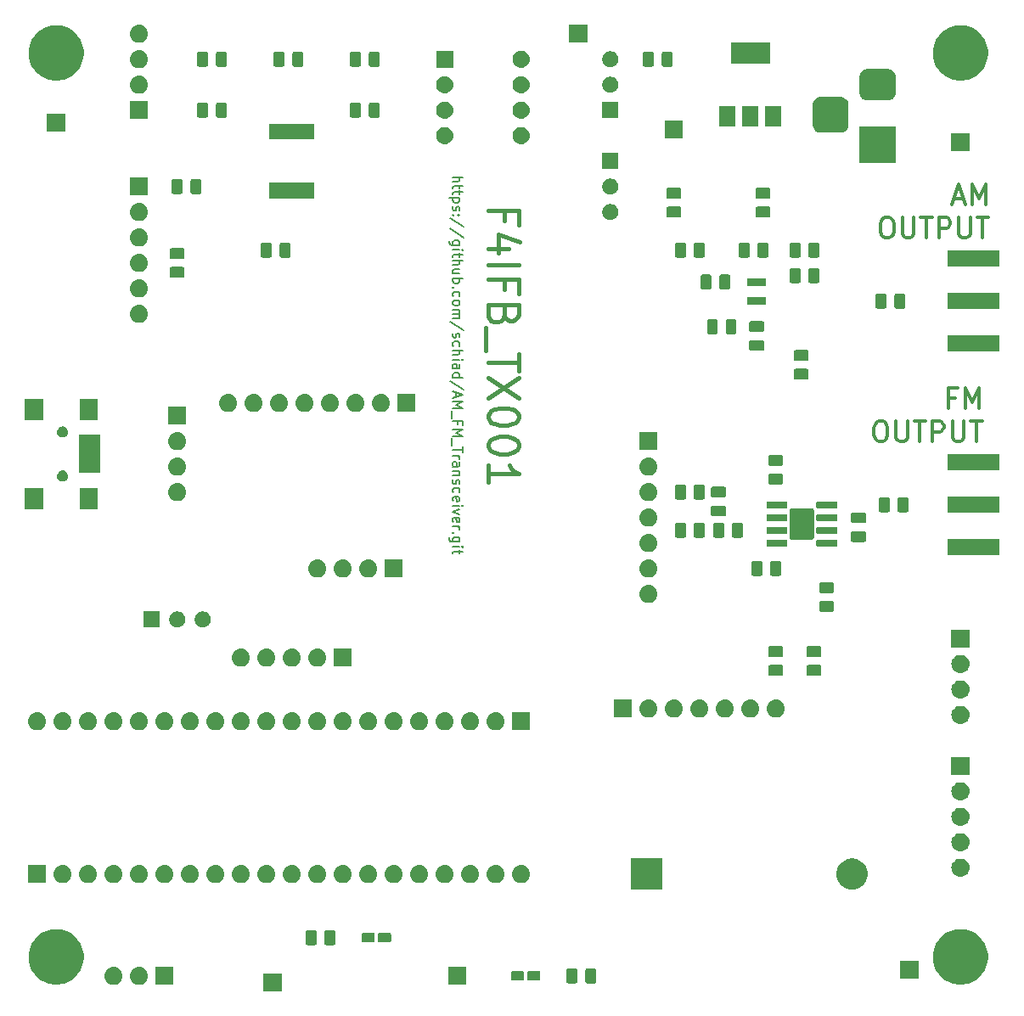
<source format=gbr>
G04 #@! TF.GenerationSoftware,KiCad,Pcbnew,5.1.4+dfsg1-1*
G04 #@! TF.CreationDate,2020-04-17T13:22:44+02:00*
G04 #@! TF.ProjectId,Transceiver,5472616e-7363-4656-9976-65722e6b6963,rev?*
G04 #@! TF.SameCoordinates,Original*
G04 #@! TF.FileFunction,Soldermask,Top*
G04 #@! TF.FilePolarity,Negative*
%FSLAX46Y46*%
G04 Gerber Fmt 4.6, Leading zero omitted, Abs format (unit mm)*
G04 Created by KiCad (PCBNEW 5.1.4+dfsg1-1) date 2020-04-17 13:22:44*
%MOMM*%
%LPD*%
G04 APERTURE LIST*
%ADD10C,0.300000*%
%ADD11C,0.450000*%
%ADD12C,0.150000*%
%ADD13C,0.100000*%
G04 APERTURE END LIST*
D10*
X143632857Y-94727142D02*
X142966190Y-94727142D01*
X142966190Y-95774761D02*
X142966190Y-93774761D01*
X143918571Y-93774761D01*
X144680476Y-95774761D02*
X144680476Y-93774761D01*
X145347142Y-95203333D01*
X146013809Y-93774761D01*
X146013809Y-95774761D01*
X136013809Y-97074761D02*
X136394761Y-97074761D01*
X136585238Y-97170000D01*
X136775714Y-97360476D01*
X136870952Y-97741428D01*
X136870952Y-98408095D01*
X136775714Y-98789047D01*
X136585238Y-98979523D01*
X136394761Y-99074761D01*
X136013809Y-99074761D01*
X135823333Y-98979523D01*
X135632857Y-98789047D01*
X135537619Y-98408095D01*
X135537619Y-97741428D01*
X135632857Y-97360476D01*
X135823333Y-97170000D01*
X136013809Y-97074761D01*
X137728095Y-97074761D02*
X137728095Y-98693809D01*
X137823333Y-98884285D01*
X137918571Y-98979523D01*
X138109047Y-99074761D01*
X138490000Y-99074761D01*
X138680476Y-98979523D01*
X138775714Y-98884285D01*
X138870952Y-98693809D01*
X138870952Y-97074761D01*
X139537619Y-97074761D02*
X140680476Y-97074761D01*
X140109047Y-99074761D02*
X140109047Y-97074761D01*
X141347142Y-99074761D02*
X141347142Y-97074761D01*
X142109047Y-97074761D01*
X142299523Y-97170000D01*
X142394761Y-97265238D01*
X142490000Y-97455714D01*
X142490000Y-97741428D01*
X142394761Y-97931904D01*
X142299523Y-98027142D01*
X142109047Y-98122380D01*
X141347142Y-98122380D01*
X143347142Y-97074761D02*
X143347142Y-98693809D01*
X143442380Y-98884285D01*
X143537619Y-98979523D01*
X143728095Y-99074761D01*
X144109047Y-99074761D01*
X144299523Y-98979523D01*
X144394761Y-98884285D01*
X144490000Y-98693809D01*
X144490000Y-97074761D01*
X145156666Y-97074761D02*
X146299523Y-97074761D01*
X145728095Y-99074761D02*
X145728095Y-97074761D01*
X143505952Y-74883333D02*
X144458333Y-74883333D01*
X143315476Y-75454761D02*
X143982142Y-73454761D01*
X144648809Y-75454761D01*
X145315476Y-75454761D02*
X145315476Y-73454761D01*
X145982142Y-74883333D01*
X146648809Y-73454761D01*
X146648809Y-75454761D01*
X136648809Y-76754761D02*
X137029761Y-76754761D01*
X137220238Y-76850000D01*
X137410714Y-77040476D01*
X137505952Y-77421428D01*
X137505952Y-78088095D01*
X137410714Y-78469047D01*
X137220238Y-78659523D01*
X137029761Y-78754761D01*
X136648809Y-78754761D01*
X136458333Y-78659523D01*
X136267857Y-78469047D01*
X136172619Y-78088095D01*
X136172619Y-77421428D01*
X136267857Y-77040476D01*
X136458333Y-76850000D01*
X136648809Y-76754761D01*
X138363095Y-76754761D02*
X138363095Y-78373809D01*
X138458333Y-78564285D01*
X138553571Y-78659523D01*
X138744047Y-78754761D01*
X139125000Y-78754761D01*
X139315476Y-78659523D01*
X139410714Y-78564285D01*
X139505952Y-78373809D01*
X139505952Y-76754761D01*
X140172619Y-76754761D02*
X141315476Y-76754761D01*
X140744047Y-78754761D02*
X140744047Y-76754761D01*
X141982142Y-78754761D02*
X141982142Y-76754761D01*
X142744047Y-76754761D01*
X142934523Y-76850000D01*
X143029761Y-76945238D01*
X143125000Y-77135714D01*
X143125000Y-77421428D01*
X143029761Y-77611904D01*
X142934523Y-77707142D01*
X142744047Y-77802380D01*
X141982142Y-77802380D01*
X143982142Y-76754761D02*
X143982142Y-78373809D01*
X144077380Y-78564285D01*
X144172619Y-78659523D01*
X144363095Y-78754761D01*
X144744047Y-78754761D01*
X144934523Y-78659523D01*
X145029761Y-78564285D01*
X145125000Y-78373809D01*
X145125000Y-76754761D01*
X145791666Y-76754761D02*
X146934523Y-76754761D01*
X146363095Y-78754761D02*
X146363095Y-76754761D01*
D11*
X98639285Y-77035000D02*
X98639285Y-76035000D01*
X97067857Y-76035000D02*
X100067857Y-76035000D01*
X100067857Y-77463571D01*
X99067857Y-79892142D02*
X97067857Y-79892142D01*
X100210714Y-79177857D02*
X98067857Y-78463571D01*
X98067857Y-80320714D01*
X97067857Y-81463571D02*
X100067857Y-81463571D01*
X98639285Y-83892142D02*
X98639285Y-82892142D01*
X97067857Y-82892142D02*
X100067857Y-82892142D01*
X100067857Y-84320714D01*
X98639285Y-86463571D02*
X98496428Y-86892142D01*
X98353571Y-87035000D01*
X98067857Y-87177857D01*
X97639285Y-87177857D01*
X97353571Y-87035000D01*
X97210714Y-86892142D01*
X97067857Y-86606428D01*
X97067857Y-85463571D01*
X100067857Y-85463571D01*
X100067857Y-86463571D01*
X99925000Y-86749285D01*
X99782142Y-86892142D01*
X99496428Y-87035000D01*
X99210714Y-87035000D01*
X98925000Y-86892142D01*
X98782142Y-86749285D01*
X98639285Y-86463571D01*
X98639285Y-85463571D01*
X96782142Y-87749285D02*
X96782142Y-90035000D01*
X100067857Y-90320714D02*
X100067857Y-92035000D01*
X97067857Y-91177857D02*
X100067857Y-91177857D01*
X100067857Y-92749285D02*
X97067857Y-94749285D01*
X100067857Y-94749285D02*
X97067857Y-92749285D01*
X100067857Y-96463571D02*
X100067857Y-96749285D01*
X99925000Y-97035000D01*
X99782142Y-97177857D01*
X99496428Y-97320714D01*
X98925000Y-97463571D01*
X98210714Y-97463571D01*
X97639285Y-97320714D01*
X97353571Y-97177857D01*
X97210714Y-97035000D01*
X97067857Y-96749285D01*
X97067857Y-96463571D01*
X97210714Y-96177857D01*
X97353571Y-96035000D01*
X97639285Y-95892142D01*
X98210714Y-95749285D01*
X98925000Y-95749285D01*
X99496428Y-95892142D01*
X99782142Y-96035000D01*
X99925000Y-96177857D01*
X100067857Y-96463571D01*
X100067857Y-99320714D02*
X100067857Y-99606428D01*
X99925000Y-99892142D01*
X99782142Y-100035000D01*
X99496428Y-100177857D01*
X98925000Y-100320714D01*
X98210714Y-100320714D01*
X97639285Y-100177857D01*
X97353571Y-100035000D01*
X97210714Y-99892142D01*
X97067857Y-99606428D01*
X97067857Y-99320714D01*
X97210714Y-99035000D01*
X97353571Y-98892142D01*
X97639285Y-98749285D01*
X98210714Y-98606428D01*
X98925000Y-98606428D01*
X99496428Y-98749285D01*
X99782142Y-98892142D01*
X99925000Y-99035000D01*
X100067857Y-99320714D01*
X97067857Y-103177857D02*
X97067857Y-101463571D01*
X97067857Y-102320714D02*
X100067857Y-102320714D01*
X99639285Y-102035000D01*
X99353571Y-101749285D01*
X99210714Y-101463571D01*
D12*
X93527619Y-72725714D02*
X94527619Y-72725714D01*
X93527619Y-73154285D02*
X94051428Y-73154285D01*
X94146666Y-73106666D01*
X94194285Y-73011428D01*
X94194285Y-72868571D01*
X94146666Y-72773333D01*
X94099047Y-72725714D01*
X94194285Y-73487619D02*
X94194285Y-73868571D01*
X94527619Y-73630476D02*
X93670476Y-73630476D01*
X93575238Y-73678095D01*
X93527619Y-73773333D01*
X93527619Y-73868571D01*
X94194285Y-74059047D02*
X94194285Y-74440000D01*
X94527619Y-74201904D02*
X93670476Y-74201904D01*
X93575238Y-74249523D01*
X93527619Y-74344761D01*
X93527619Y-74440000D01*
X94194285Y-74773333D02*
X93194285Y-74773333D01*
X94146666Y-74773333D02*
X94194285Y-74868571D01*
X94194285Y-75059047D01*
X94146666Y-75154285D01*
X94099047Y-75201904D01*
X94003809Y-75249523D01*
X93718095Y-75249523D01*
X93622857Y-75201904D01*
X93575238Y-75154285D01*
X93527619Y-75059047D01*
X93527619Y-74868571D01*
X93575238Y-74773333D01*
X93575238Y-75630476D02*
X93527619Y-75725714D01*
X93527619Y-75916190D01*
X93575238Y-76011428D01*
X93670476Y-76059047D01*
X93718095Y-76059047D01*
X93813333Y-76011428D01*
X93860952Y-75916190D01*
X93860952Y-75773333D01*
X93908571Y-75678095D01*
X94003809Y-75630476D01*
X94051428Y-75630476D01*
X94146666Y-75678095D01*
X94194285Y-75773333D01*
X94194285Y-75916190D01*
X94146666Y-76011428D01*
X93622857Y-76487619D02*
X93575238Y-76535238D01*
X93527619Y-76487619D01*
X93575238Y-76440000D01*
X93622857Y-76487619D01*
X93527619Y-76487619D01*
X94146666Y-76487619D02*
X94099047Y-76535238D01*
X94051428Y-76487619D01*
X94099047Y-76440000D01*
X94146666Y-76487619D01*
X94051428Y-76487619D01*
X94575238Y-77678095D02*
X93289523Y-76820952D01*
X94575238Y-78725714D02*
X93289523Y-77868571D01*
X94194285Y-79487619D02*
X93384761Y-79487619D01*
X93289523Y-79440000D01*
X93241904Y-79392380D01*
X93194285Y-79297142D01*
X93194285Y-79154285D01*
X93241904Y-79059047D01*
X93575238Y-79487619D02*
X93527619Y-79392380D01*
X93527619Y-79201904D01*
X93575238Y-79106666D01*
X93622857Y-79059047D01*
X93718095Y-79011428D01*
X94003809Y-79011428D01*
X94099047Y-79059047D01*
X94146666Y-79106666D01*
X94194285Y-79201904D01*
X94194285Y-79392380D01*
X94146666Y-79487619D01*
X93527619Y-79963809D02*
X94194285Y-79963809D01*
X94527619Y-79963809D02*
X94480000Y-79916190D01*
X94432380Y-79963809D01*
X94480000Y-80011428D01*
X94527619Y-79963809D01*
X94432380Y-79963809D01*
X94194285Y-80297142D02*
X94194285Y-80678095D01*
X94527619Y-80440000D02*
X93670476Y-80440000D01*
X93575238Y-80487619D01*
X93527619Y-80582857D01*
X93527619Y-80678095D01*
X93527619Y-81011428D02*
X94527619Y-81011428D01*
X93527619Y-81440000D02*
X94051428Y-81440000D01*
X94146666Y-81392380D01*
X94194285Y-81297142D01*
X94194285Y-81154285D01*
X94146666Y-81059047D01*
X94099047Y-81011428D01*
X94194285Y-82344761D02*
X93527619Y-82344761D01*
X94194285Y-81916190D02*
X93670476Y-81916190D01*
X93575238Y-81963809D01*
X93527619Y-82059047D01*
X93527619Y-82201904D01*
X93575238Y-82297142D01*
X93622857Y-82344761D01*
X93527619Y-82820952D02*
X94527619Y-82820952D01*
X94146666Y-82820952D02*
X94194285Y-82916190D01*
X94194285Y-83106666D01*
X94146666Y-83201904D01*
X94099047Y-83249523D01*
X94003809Y-83297142D01*
X93718095Y-83297142D01*
X93622857Y-83249523D01*
X93575238Y-83201904D01*
X93527619Y-83106666D01*
X93527619Y-82916190D01*
X93575238Y-82820952D01*
X93622857Y-83725714D02*
X93575238Y-83773333D01*
X93527619Y-83725714D01*
X93575238Y-83678095D01*
X93622857Y-83725714D01*
X93527619Y-83725714D01*
X93575238Y-84630476D02*
X93527619Y-84535238D01*
X93527619Y-84344761D01*
X93575238Y-84249523D01*
X93622857Y-84201904D01*
X93718095Y-84154285D01*
X94003809Y-84154285D01*
X94099047Y-84201904D01*
X94146666Y-84249523D01*
X94194285Y-84344761D01*
X94194285Y-84535238D01*
X94146666Y-84630476D01*
X93527619Y-85201904D02*
X93575238Y-85106666D01*
X93622857Y-85059047D01*
X93718095Y-85011428D01*
X94003809Y-85011428D01*
X94099047Y-85059047D01*
X94146666Y-85106666D01*
X94194285Y-85201904D01*
X94194285Y-85344761D01*
X94146666Y-85440000D01*
X94099047Y-85487619D01*
X94003809Y-85535238D01*
X93718095Y-85535238D01*
X93622857Y-85487619D01*
X93575238Y-85440000D01*
X93527619Y-85344761D01*
X93527619Y-85201904D01*
X93527619Y-85963809D02*
X94194285Y-85963809D01*
X94099047Y-85963809D02*
X94146666Y-86011428D01*
X94194285Y-86106666D01*
X94194285Y-86249523D01*
X94146666Y-86344761D01*
X94051428Y-86392380D01*
X93527619Y-86392380D01*
X94051428Y-86392380D02*
X94146666Y-86440000D01*
X94194285Y-86535238D01*
X94194285Y-86678095D01*
X94146666Y-86773333D01*
X94051428Y-86820952D01*
X93527619Y-86820952D01*
X94575238Y-88011428D02*
X93289523Y-87154285D01*
X93575238Y-88297142D02*
X93527619Y-88392380D01*
X93527619Y-88582857D01*
X93575238Y-88678095D01*
X93670476Y-88725714D01*
X93718095Y-88725714D01*
X93813333Y-88678095D01*
X93860952Y-88582857D01*
X93860952Y-88440000D01*
X93908571Y-88344761D01*
X94003809Y-88297142D01*
X94051428Y-88297142D01*
X94146666Y-88344761D01*
X94194285Y-88440000D01*
X94194285Y-88582857D01*
X94146666Y-88678095D01*
X93575238Y-89582857D02*
X93527619Y-89487619D01*
X93527619Y-89297142D01*
X93575238Y-89201904D01*
X93622857Y-89154285D01*
X93718095Y-89106666D01*
X94003809Y-89106666D01*
X94099047Y-89154285D01*
X94146666Y-89201904D01*
X94194285Y-89297142D01*
X94194285Y-89487619D01*
X94146666Y-89582857D01*
X93527619Y-90011428D02*
X94527619Y-90011428D01*
X93527619Y-90440000D02*
X94051428Y-90440000D01*
X94146666Y-90392380D01*
X94194285Y-90297142D01*
X94194285Y-90154285D01*
X94146666Y-90059047D01*
X94099047Y-90011428D01*
X93527619Y-90916190D02*
X94194285Y-90916190D01*
X94527619Y-90916190D02*
X94480000Y-90868571D01*
X94432380Y-90916190D01*
X94480000Y-90963809D01*
X94527619Y-90916190D01*
X94432380Y-90916190D01*
X93527619Y-91820952D02*
X94051428Y-91820952D01*
X94146666Y-91773333D01*
X94194285Y-91678095D01*
X94194285Y-91487619D01*
X94146666Y-91392380D01*
X93575238Y-91820952D02*
X93527619Y-91725714D01*
X93527619Y-91487619D01*
X93575238Y-91392380D01*
X93670476Y-91344761D01*
X93765714Y-91344761D01*
X93860952Y-91392380D01*
X93908571Y-91487619D01*
X93908571Y-91725714D01*
X93956190Y-91820952D01*
X93527619Y-92725714D02*
X94527619Y-92725714D01*
X93575238Y-92725714D02*
X93527619Y-92630476D01*
X93527619Y-92440000D01*
X93575238Y-92344761D01*
X93622857Y-92297142D01*
X93718095Y-92249523D01*
X94003809Y-92249523D01*
X94099047Y-92297142D01*
X94146666Y-92344761D01*
X94194285Y-92440000D01*
X94194285Y-92630476D01*
X94146666Y-92725714D01*
X94575238Y-93916190D02*
X93289523Y-93059047D01*
X93813333Y-94201904D02*
X93813333Y-94678095D01*
X93527619Y-94106666D02*
X94527619Y-94440000D01*
X93527619Y-94773333D01*
X93527619Y-95106666D02*
X94527619Y-95106666D01*
X93813333Y-95440000D01*
X94527619Y-95773333D01*
X93527619Y-95773333D01*
X93432380Y-96011428D02*
X93432380Y-96773333D01*
X94051428Y-97344761D02*
X94051428Y-97011428D01*
X93527619Y-97011428D02*
X94527619Y-97011428D01*
X94527619Y-97487619D01*
X93527619Y-97868571D02*
X94527619Y-97868571D01*
X93813333Y-98201904D01*
X94527619Y-98535238D01*
X93527619Y-98535238D01*
X93432380Y-98773333D02*
X93432380Y-99535238D01*
X94527619Y-99630476D02*
X94527619Y-100201904D01*
X93527619Y-99916190D02*
X94527619Y-99916190D01*
X93527619Y-100535238D02*
X94194285Y-100535238D01*
X94003809Y-100535238D02*
X94099047Y-100582857D01*
X94146666Y-100630476D01*
X94194285Y-100725714D01*
X94194285Y-100820952D01*
X93527619Y-101582857D02*
X94051428Y-101582857D01*
X94146666Y-101535238D01*
X94194285Y-101439999D01*
X94194285Y-101249523D01*
X94146666Y-101154285D01*
X93575238Y-101582857D02*
X93527619Y-101487619D01*
X93527619Y-101249523D01*
X93575238Y-101154285D01*
X93670476Y-101106666D01*
X93765714Y-101106666D01*
X93860952Y-101154285D01*
X93908571Y-101249523D01*
X93908571Y-101487619D01*
X93956190Y-101582857D01*
X94194285Y-102059047D02*
X93527619Y-102059047D01*
X94099047Y-102059047D02*
X94146666Y-102106666D01*
X94194285Y-102201904D01*
X94194285Y-102344761D01*
X94146666Y-102439999D01*
X94051428Y-102487619D01*
X93527619Y-102487619D01*
X93575238Y-102916190D02*
X93527619Y-103011428D01*
X93527619Y-103201904D01*
X93575238Y-103297142D01*
X93670476Y-103344761D01*
X93718095Y-103344761D01*
X93813333Y-103297142D01*
X93860952Y-103201904D01*
X93860952Y-103059047D01*
X93908571Y-102963809D01*
X94003809Y-102916190D01*
X94051428Y-102916190D01*
X94146666Y-102963809D01*
X94194285Y-103059047D01*
X94194285Y-103201904D01*
X94146666Y-103297142D01*
X93575238Y-104201904D02*
X93527619Y-104106666D01*
X93527619Y-103916190D01*
X93575238Y-103820952D01*
X93622857Y-103773333D01*
X93718095Y-103725714D01*
X94003809Y-103725714D01*
X94099047Y-103773333D01*
X94146666Y-103820952D01*
X94194285Y-103916190D01*
X94194285Y-104106666D01*
X94146666Y-104201904D01*
X93575238Y-105011428D02*
X93527619Y-104916190D01*
X93527619Y-104725714D01*
X93575238Y-104630476D01*
X93670476Y-104582857D01*
X94051428Y-104582857D01*
X94146666Y-104630476D01*
X94194285Y-104725714D01*
X94194285Y-104916190D01*
X94146666Y-105011428D01*
X94051428Y-105059047D01*
X93956190Y-105059047D01*
X93860952Y-104582857D01*
X93527619Y-105487619D02*
X94194285Y-105487619D01*
X94527619Y-105487619D02*
X94480000Y-105439999D01*
X94432380Y-105487619D01*
X94480000Y-105535238D01*
X94527619Y-105487619D01*
X94432380Y-105487619D01*
X94194285Y-105868571D02*
X93527619Y-106106666D01*
X94194285Y-106344761D01*
X93575238Y-107106666D02*
X93527619Y-107011428D01*
X93527619Y-106820952D01*
X93575238Y-106725714D01*
X93670476Y-106678095D01*
X94051428Y-106678095D01*
X94146666Y-106725714D01*
X94194285Y-106820952D01*
X94194285Y-107011428D01*
X94146666Y-107106666D01*
X94051428Y-107154285D01*
X93956190Y-107154285D01*
X93860952Y-106678095D01*
X93527619Y-107582857D02*
X94194285Y-107582857D01*
X94003809Y-107582857D02*
X94099047Y-107630476D01*
X94146666Y-107678095D01*
X94194285Y-107773333D01*
X94194285Y-107868571D01*
X93622857Y-108201904D02*
X93575238Y-108249523D01*
X93527619Y-108201904D01*
X93575238Y-108154285D01*
X93622857Y-108201904D01*
X93527619Y-108201904D01*
X94194285Y-109106666D02*
X93384761Y-109106666D01*
X93289523Y-109059047D01*
X93241904Y-109011428D01*
X93194285Y-108916190D01*
X93194285Y-108773333D01*
X93241904Y-108678095D01*
X93575238Y-109106666D02*
X93527619Y-109011428D01*
X93527619Y-108820952D01*
X93575238Y-108725714D01*
X93622857Y-108678095D01*
X93718095Y-108630476D01*
X94003809Y-108630476D01*
X94099047Y-108678095D01*
X94146666Y-108725714D01*
X94194285Y-108820952D01*
X94194285Y-109011428D01*
X94146666Y-109106666D01*
X93527619Y-109582857D02*
X94194285Y-109582857D01*
X94527619Y-109582857D02*
X94480000Y-109535238D01*
X94432380Y-109582857D01*
X94480000Y-109630476D01*
X94527619Y-109582857D01*
X94432380Y-109582857D01*
X94194285Y-109916190D02*
X94194285Y-110297142D01*
X94527619Y-110059047D02*
X93670476Y-110059047D01*
X93575238Y-110106666D01*
X93527619Y-110201904D01*
X93527619Y-110297142D01*
D13*
G36*
X76466000Y-153936000D02*
G01*
X74664000Y-153936000D01*
X74664000Y-152134000D01*
X76466000Y-152134000D01*
X76466000Y-153936000D01*
X76466000Y-153936000D01*
G37*
G36*
X94881000Y-153301000D02*
G01*
X93079000Y-153301000D01*
X93079000Y-151499000D01*
X94881000Y-151499000D01*
X94881000Y-153301000D01*
X94881000Y-153301000D01*
G37*
G36*
X65671000Y-153301000D02*
G01*
X63869000Y-153301000D01*
X63869000Y-151499000D01*
X65671000Y-151499000D01*
X65671000Y-153301000D01*
X65671000Y-153301000D01*
G37*
G36*
X59800443Y-151505519D02*
G01*
X59866627Y-151512037D01*
X60036466Y-151563557D01*
X60192991Y-151647222D01*
X60228729Y-151676552D01*
X60330186Y-151759814D01*
X60413448Y-151861271D01*
X60442778Y-151897009D01*
X60526443Y-152053534D01*
X60577963Y-152223373D01*
X60595359Y-152400000D01*
X60577963Y-152576627D01*
X60526443Y-152746466D01*
X60442778Y-152902991D01*
X60429089Y-152919671D01*
X60330186Y-153040186D01*
X60228729Y-153123448D01*
X60192991Y-153152778D01*
X60036466Y-153236443D01*
X59866627Y-153287963D01*
X59800443Y-153294481D01*
X59734260Y-153301000D01*
X59645740Y-153301000D01*
X59579557Y-153294481D01*
X59513373Y-153287963D01*
X59343534Y-153236443D01*
X59187009Y-153152778D01*
X59151271Y-153123448D01*
X59049814Y-153040186D01*
X58950911Y-152919671D01*
X58937222Y-152902991D01*
X58853557Y-152746466D01*
X58802037Y-152576627D01*
X58784641Y-152400000D01*
X58802037Y-152223373D01*
X58853557Y-152053534D01*
X58937222Y-151897009D01*
X58966552Y-151861271D01*
X59049814Y-151759814D01*
X59151271Y-151676552D01*
X59187009Y-151647222D01*
X59343534Y-151563557D01*
X59513373Y-151512037D01*
X59579557Y-151505519D01*
X59645740Y-151499000D01*
X59734260Y-151499000D01*
X59800443Y-151505519D01*
X59800443Y-151505519D01*
G37*
G36*
X62340443Y-151505519D02*
G01*
X62406627Y-151512037D01*
X62576466Y-151563557D01*
X62732991Y-151647222D01*
X62768729Y-151676552D01*
X62870186Y-151759814D01*
X62953448Y-151861271D01*
X62982778Y-151897009D01*
X63066443Y-152053534D01*
X63117963Y-152223373D01*
X63135359Y-152400000D01*
X63117963Y-152576627D01*
X63066443Y-152746466D01*
X62982778Y-152902991D01*
X62969089Y-152919671D01*
X62870186Y-153040186D01*
X62768729Y-153123448D01*
X62732991Y-153152778D01*
X62576466Y-153236443D01*
X62406627Y-153287963D01*
X62340443Y-153294481D01*
X62274260Y-153301000D01*
X62185740Y-153301000D01*
X62119557Y-153294481D01*
X62053373Y-153287963D01*
X61883534Y-153236443D01*
X61727009Y-153152778D01*
X61691271Y-153123448D01*
X61589814Y-153040186D01*
X61490911Y-152919671D01*
X61477222Y-152902991D01*
X61393557Y-152746466D01*
X61342037Y-152576627D01*
X61324641Y-152400000D01*
X61342037Y-152223373D01*
X61393557Y-152053534D01*
X61477222Y-151897009D01*
X61506552Y-151861271D01*
X61589814Y-151759814D01*
X61691271Y-151676552D01*
X61727009Y-151647222D01*
X61883534Y-151563557D01*
X62053373Y-151512037D01*
X62119557Y-151505519D01*
X62185740Y-151499000D01*
X62274260Y-151499000D01*
X62340443Y-151505519D01*
X62340443Y-151505519D01*
G37*
G36*
X54511694Y-147796860D02*
G01*
X54777437Y-147849719D01*
X55278087Y-148057095D01*
X55384082Y-148127919D01*
X55728660Y-148358158D01*
X56111842Y-148741340D01*
X56276431Y-148987665D01*
X56412905Y-149191913D01*
X56546363Y-149514109D01*
X56620281Y-149692564D01*
X56726000Y-150224049D01*
X56726000Y-150765951D01*
X56690186Y-150946000D01*
X56620281Y-151297437D01*
X56412905Y-151798087D01*
X56356521Y-151882471D01*
X56111842Y-152248660D01*
X55728660Y-152631842D01*
X55467578Y-152806291D01*
X55278087Y-152932905D01*
X54777437Y-153140281D01*
X54511694Y-153193140D01*
X54245951Y-153246000D01*
X53704049Y-153246000D01*
X53438306Y-153193140D01*
X53172563Y-153140281D01*
X52671913Y-152932905D01*
X52482422Y-152806291D01*
X52221340Y-152631842D01*
X51838158Y-152248660D01*
X51593479Y-151882471D01*
X51537095Y-151798087D01*
X51329719Y-151297437D01*
X51259814Y-150946000D01*
X51224000Y-150765951D01*
X51224000Y-150224049D01*
X51329719Y-149692564D01*
X51403637Y-149514109D01*
X51537095Y-149191913D01*
X51673569Y-148987665D01*
X51838158Y-148741340D01*
X52221340Y-148358158D01*
X52565918Y-148127919D01*
X52671913Y-148057095D01*
X53172563Y-147849719D01*
X53438306Y-147796860D01*
X53704049Y-147744000D01*
X54245951Y-147744000D01*
X54511694Y-147796860D01*
X54511694Y-147796860D01*
G37*
G36*
X144681694Y-147796860D02*
G01*
X144947437Y-147849719D01*
X145448087Y-148057095D01*
X145554082Y-148127919D01*
X145898660Y-148358158D01*
X146281842Y-148741340D01*
X146446431Y-148987665D01*
X146582905Y-149191913D01*
X146716363Y-149514109D01*
X146790281Y-149692564D01*
X146896000Y-150224049D01*
X146896000Y-150765951D01*
X146860186Y-150946000D01*
X146790281Y-151297437D01*
X146582905Y-151798087D01*
X146526521Y-151882471D01*
X146281842Y-152248660D01*
X145898660Y-152631842D01*
X145637578Y-152806291D01*
X145448087Y-152932905D01*
X144947437Y-153140281D01*
X144681694Y-153193140D01*
X144415951Y-153246000D01*
X143874049Y-153246000D01*
X143608306Y-153193140D01*
X143342563Y-153140281D01*
X142841913Y-152932905D01*
X142652422Y-152806291D01*
X142391340Y-152631842D01*
X142008158Y-152248660D01*
X141763479Y-151882471D01*
X141707095Y-151798087D01*
X141499719Y-151297437D01*
X141429814Y-150946000D01*
X141394000Y-150765951D01*
X141394000Y-150224049D01*
X141499719Y-149692564D01*
X141573637Y-149514109D01*
X141707095Y-149191913D01*
X141843569Y-148987665D01*
X142008158Y-148741340D01*
X142391340Y-148358158D01*
X142735918Y-148127919D01*
X142841913Y-148057095D01*
X143342563Y-147849719D01*
X143608306Y-147796860D01*
X143874049Y-147744000D01*
X144415951Y-147744000D01*
X144681694Y-147796860D01*
X144681694Y-147796860D01*
G37*
G36*
X105781968Y-151653565D02*
G01*
X105820638Y-151665296D01*
X105856277Y-151684346D01*
X105887517Y-151709983D01*
X105913154Y-151741223D01*
X105932204Y-151776862D01*
X105943935Y-151815532D01*
X105948500Y-151861888D01*
X105948500Y-152938112D01*
X105943935Y-152984468D01*
X105932204Y-153023138D01*
X105913154Y-153058777D01*
X105887517Y-153090017D01*
X105856277Y-153115654D01*
X105820638Y-153134704D01*
X105781968Y-153146435D01*
X105735612Y-153151000D01*
X105084388Y-153151000D01*
X105038032Y-153146435D01*
X104999362Y-153134704D01*
X104963723Y-153115654D01*
X104932483Y-153090017D01*
X104906846Y-153058777D01*
X104887796Y-153023138D01*
X104876065Y-152984468D01*
X104871500Y-152938112D01*
X104871500Y-151861888D01*
X104876065Y-151815532D01*
X104887796Y-151776862D01*
X104906846Y-151741223D01*
X104932483Y-151709983D01*
X104963723Y-151684346D01*
X104999362Y-151665296D01*
X105038032Y-151653565D01*
X105084388Y-151649000D01*
X105735612Y-151649000D01*
X105781968Y-151653565D01*
X105781968Y-151653565D01*
G37*
G36*
X107656968Y-151653565D02*
G01*
X107695638Y-151665296D01*
X107731277Y-151684346D01*
X107762517Y-151709983D01*
X107788154Y-151741223D01*
X107807204Y-151776862D01*
X107818935Y-151815532D01*
X107823500Y-151861888D01*
X107823500Y-152938112D01*
X107818935Y-152984468D01*
X107807204Y-153023138D01*
X107788154Y-153058777D01*
X107762517Y-153090017D01*
X107731277Y-153115654D01*
X107695638Y-153134704D01*
X107656968Y-153146435D01*
X107610612Y-153151000D01*
X106959388Y-153151000D01*
X106913032Y-153146435D01*
X106874362Y-153134704D01*
X106838723Y-153115654D01*
X106807483Y-153090017D01*
X106781846Y-153058777D01*
X106762796Y-153023138D01*
X106751065Y-152984468D01*
X106746500Y-152938112D01*
X106746500Y-151861888D01*
X106751065Y-151815532D01*
X106762796Y-151776862D01*
X106781846Y-151741223D01*
X106807483Y-151709983D01*
X106838723Y-151684346D01*
X106874362Y-151665296D01*
X106913032Y-151653565D01*
X106959388Y-151649000D01*
X107610612Y-151649000D01*
X107656968Y-151653565D01*
X107656968Y-151653565D01*
G37*
G36*
X102122118Y-151927965D02*
G01*
X102154933Y-151937919D01*
X102185165Y-151954079D01*
X102211670Y-151975830D01*
X102233421Y-152002335D01*
X102249581Y-152032567D01*
X102259535Y-152065382D01*
X102263500Y-152105640D01*
X102263500Y-152694360D01*
X102259535Y-152734618D01*
X102249581Y-152767433D01*
X102233421Y-152797665D01*
X102211670Y-152824170D01*
X102185165Y-152845921D01*
X102154933Y-152862081D01*
X102122118Y-152872035D01*
X102081860Y-152876000D01*
X101118140Y-152876000D01*
X101077882Y-152872035D01*
X101045067Y-152862081D01*
X101014835Y-152845921D01*
X100988330Y-152824170D01*
X100966579Y-152797665D01*
X100950419Y-152767433D01*
X100940465Y-152734618D01*
X100936500Y-152694360D01*
X100936500Y-152105640D01*
X100940465Y-152065382D01*
X100950419Y-152032567D01*
X100966579Y-152002335D01*
X100988330Y-151975830D01*
X101014835Y-151954079D01*
X101045067Y-151937919D01*
X101077882Y-151927965D01*
X101118140Y-151924000D01*
X102081860Y-151924000D01*
X102122118Y-151927965D01*
X102122118Y-151927965D01*
G37*
G36*
X100497118Y-151927965D02*
G01*
X100529933Y-151937919D01*
X100560165Y-151954079D01*
X100586670Y-151975830D01*
X100608421Y-152002335D01*
X100624581Y-152032567D01*
X100634535Y-152065382D01*
X100638500Y-152105640D01*
X100638500Y-152694360D01*
X100634535Y-152734618D01*
X100624581Y-152767433D01*
X100608421Y-152797665D01*
X100586670Y-152824170D01*
X100560165Y-152845921D01*
X100529933Y-152862081D01*
X100497118Y-152872035D01*
X100456860Y-152876000D01*
X99493140Y-152876000D01*
X99452882Y-152872035D01*
X99420067Y-152862081D01*
X99389835Y-152845921D01*
X99363330Y-152824170D01*
X99341579Y-152797665D01*
X99325419Y-152767433D01*
X99315465Y-152734618D01*
X99311500Y-152694360D01*
X99311500Y-152105640D01*
X99315465Y-152065382D01*
X99325419Y-152032567D01*
X99341579Y-152002335D01*
X99363330Y-151975830D01*
X99389835Y-151954079D01*
X99420067Y-151937919D01*
X99452882Y-151927965D01*
X99493140Y-151924000D01*
X100456860Y-151924000D01*
X100497118Y-151927965D01*
X100497118Y-151927965D01*
G37*
G36*
X139966000Y-152666000D02*
G01*
X138164000Y-152666000D01*
X138164000Y-150864000D01*
X139966000Y-150864000D01*
X139966000Y-152666000D01*
X139966000Y-152666000D01*
G37*
G36*
X79776968Y-147843565D02*
G01*
X79815638Y-147855296D01*
X79851277Y-147874346D01*
X79882517Y-147899983D01*
X79908154Y-147931223D01*
X79927204Y-147966862D01*
X79938935Y-148005532D01*
X79943500Y-148051888D01*
X79943500Y-149128112D01*
X79938935Y-149174468D01*
X79927204Y-149213138D01*
X79908154Y-149248777D01*
X79882517Y-149280017D01*
X79851277Y-149305654D01*
X79815638Y-149324704D01*
X79776968Y-149336435D01*
X79730612Y-149341000D01*
X79079388Y-149341000D01*
X79033032Y-149336435D01*
X78994362Y-149324704D01*
X78958723Y-149305654D01*
X78927483Y-149280017D01*
X78901846Y-149248777D01*
X78882796Y-149213138D01*
X78871065Y-149174468D01*
X78866500Y-149128112D01*
X78866500Y-148051888D01*
X78871065Y-148005532D01*
X78882796Y-147966862D01*
X78901846Y-147931223D01*
X78927483Y-147899983D01*
X78958723Y-147874346D01*
X78994362Y-147855296D01*
X79033032Y-147843565D01*
X79079388Y-147839000D01*
X79730612Y-147839000D01*
X79776968Y-147843565D01*
X79776968Y-147843565D01*
G37*
G36*
X81651968Y-147843565D02*
G01*
X81690638Y-147855296D01*
X81726277Y-147874346D01*
X81757517Y-147899983D01*
X81783154Y-147931223D01*
X81802204Y-147966862D01*
X81813935Y-148005532D01*
X81818500Y-148051888D01*
X81818500Y-149128112D01*
X81813935Y-149174468D01*
X81802204Y-149213138D01*
X81783154Y-149248777D01*
X81757517Y-149280017D01*
X81726277Y-149305654D01*
X81690638Y-149324704D01*
X81651968Y-149336435D01*
X81605612Y-149341000D01*
X80954388Y-149341000D01*
X80908032Y-149336435D01*
X80869362Y-149324704D01*
X80833723Y-149305654D01*
X80802483Y-149280017D01*
X80776846Y-149248777D01*
X80757796Y-149213138D01*
X80746065Y-149174468D01*
X80741500Y-149128112D01*
X80741500Y-148051888D01*
X80746065Y-148005532D01*
X80757796Y-147966862D01*
X80776846Y-147931223D01*
X80802483Y-147899983D01*
X80833723Y-147874346D01*
X80869362Y-147855296D01*
X80908032Y-147843565D01*
X80954388Y-147839000D01*
X81605612Y-147839000D01*
X81651968Y-147843565D01*
X81651968Y-147843565D01*
G37*
G36*
X87237118Y-148117965D02*
G01*
X87269933Y-148127919D01*
X87300165Y-148144079D01*
X87326670Y-148165830D01*
X87348421Y-148192335D01*
X87364581Y-148222567D01*
X87374535Y-148255382D01*
X87378500Y-148295640D01*
X87378500Y-148884360D01*
X87374535Y-148924618D01*
X87364581Y-148957433D01*
X87348421Y-148987665D01*
X87326670Y-149014170D01*
X87300165Y-149035921D01*
X87269933Y-149052081D01*
X87237118Y-149062035D01*
X87196860Y-149066000D01*
X86233140Y-149066000D01*
X86192882Y-149062035D01*
X86160067Y-149052081D01*
X86129835Y-149035921D01*
X86103330Y-149014170D01*
X86081579Y-148987665D01*
X86065419Y-148957433D01*
X86055465Y-148924618D01*
X86051500Y-148884360D01*
X86051500Y-148295640D01*
X86055465Y-148255382D01*
X86065419Y-148222567D01*
X86081579Y-148192335D01*
X86103330Y-148165830D01*
X86129835Y-148144079D01*
X86160067Y-148127919D01*
X86192882Y-148117965D01*
X86233140Y-148114000D01*
X87196860Y-148114000D01*
X87237118Y-148117965D01*
X87237118Y-148117965D01*
G37*
G36*
X85612118Y-148117965D02*
G01*
X85644933Y-148127919D01*
X85675165Y-148144079D01*
X85701670Y-148165830D01*
X85723421Y-148192335D01*
X85739581Y-148222567D01*
X85749535Y-148255382D01*
X85753500Y-148295640D01*
X85753500Y-148884360D01*
X85749535Y-148924618D01*
X85739581Y-148957433D01*
X85723421Y-148987665D01*
X85701670Y-149014170D01*
X85675165Y-149035921D01*
X85644933Y-149052081D01*
X85612118Y-149062035D01*
X85571860Y-149066000D01*
X84608140Y-149066000D01*
X84567882Y-149062035D01*
X84535067Y-149052081D01*
X84504835Y-149035921D01*
X84478330Y-149014170D01*
X84456579Y-148987665D01*
X84440419Y-148957433D01*
X84430465Y-148924618D01*
X84426500Y-148884360D01*
X84426500Y-148295640D01*
X84430465Y-148255382D01*
X84440419Y-148222567D01*
X84456579Y-148192335D01*
X84478330Y-148165830D01*
X84504835Y-148144079D01*
X84535067Y-148127919D01*
X84567882Y-148117965D01*
X84608140Y-148114000D01*
X85571860Y-148114000D01*
X85612118Y-148117965D01*
X85612118Y-148117965D01*
G37*
G36*
X133643712Y-140717037D02*
G01*
X133802410Y-140748604D01*
X134084674Y-140865521D01*
X134338705Y-141035259D01*
X134554741Y-141251295D01*
X134724479Y-141505326D01*
X134841396Y-141787590D01*
X134901000Y-142087240D01*
X134901000Y-142392760D01*
X134841396Y-142692410D01*
X134724479Y-142974674D01*
X134554741Y-143228705D01*
X134338705Y-143444741D01*
X134084674Y-143614479D01*
X133802410Y-143731396D01*
X133652585Y-143761198D01*
X133502761Y-143791000D01*
X133197239Y-143791000D01*
X133047415Y-143761198D01*
X132897590Y-143731396D01*
X132615326Y-143614479D01*
X132361295Y-143444741D01*
X132145259Y-143228705D01*
X131975521Y-142974674D01*
X131858604Y-142692410D01*
X131799000Y-142392760D01*
X131799000Y-142087240D01*
X131858604Y-141787590D01*
X131975521Y-141505326D01*
X132145259Y-141251295D01*
X132361295Y-141035259D01*
X132615326Y-140865521D01*
X132897590Y-140748604D01*
X133056288Y-140717037D01*
X133197239Y-140689000D01*
X133502761Y-140689000D01*
X133643712Y-140717037D01*
X133643712Y-140717037D01*
G37*
G36*
X114411000Y-143791000D02*
G01*
X111309000Y-143791000D01*
X111309000Y-140689000D01*
X114411000Y-140689000D01*
X114411000Y-143791000D01*
X114411000Y-143791000D01*
G37*
G36*
X100440442Y-141345518D02*
G01*
X100506627Y-141352037D01*
X100676466Y-141403557D01*
X100832991Y-141487222D01*
X100855053Y-141505328D01*
X100970186Y-141599814D01*
X101053448Y-141701271D01*
X101082778Y-141737009D01*
X101166443Y-141893534D01*
X101217963Y-142063373D01*
X101235359Y-142240000D01*
X101217963Y-142416627D01*
X101166443Y-142586466D01*
X101082778Y-142742991D01*
X101053448Y-142778729D01*
X100970186Y-142880186D01*
X100868729Y-142963448D01*
X100832991Y-142992778D01*
X100676466Y-143076443D01*
X100506627Y-143127963D01*
X100440443Y-143134481D01*
X100374260Y-143141000D01*
X100285740Y-143141000D01*
X100219557Y-143134481D01*
X100153373Y-143127963D01*
X99983534Y-143076443D01*
X99827009Y-142992778D01*
X99791271Y-142963448D01*
X99689814Y-142880186D01*
X99606552Y-142778729D01*
X99577222Y-142742991D01*
X99493557Y-142586466D01*
X99442037Y-142416627D01*
X99424641Y-142240000D01*
X99442037Y-142063373D01*
X99493557Y-141893534D01*
X99577222Y-141737009D01*
X99606552Y-141701271D01*
X99689814Y-141599814D01*
X99804947Y-141505328D01*
X99827009Y-141487222D01*
X99983534Y-141403557D01*
X100153373Y-141352037D01*
X100219558Y-141345518D01*
X100285740Y-141339000D01*
X100374260Y-141339000D01*
X100440442Y-141345518D01*
X100440442Y-141345518D01*
G37*
G36*
X97900442Y-141345518D02*
G01*
X97966627Y-141352037D01*
X98136466Y-141403557D01*
X98292991Y-141487222D01*
X98315053Y-141505328D01*
X98430186Y-141599814D01*
X98513448Y-141701271D01*
X98542778Y-141737009D01*
X98626443Y-141893534D01*
X98677963Y-142063373D01*
X98695359Y-142240000D01*
X98677963Y-142416627D01*
X98626443Y-142586466D01*
X98542778Y-142742991D01*
X98513448Y-142778729D01*
X98430186Y-142880186D01*
X98328729Y-142963448D01*
X98292991Y-142992778D01*
X98136466Y-143076443D01*
X97966627Y-143127963D01*
X97900443Y-143134481D01*
X97834260Y-143141000D01*
X97745740Y-143141000D01*
X97679557Y-143134481D01*
X97613373Y-143127963D01*
X97443534Y-143076443D01*
X97287009Y-142992778D01*
X97251271Y-142963448D01*
X97149814Y-142880186D01*
X97066552Y-142778729D01*
X97037222Y-142742991D01*
X96953557Y-142586466D01*
X96902037Y-142416627D01*
X96884641Y-142240000D01*
X96902037Y-142063373D01*
X96953557Y-141893534D01*
X97037222Y-141737009D01*
X97066552Y-141701271D01*
X97149814Y-141599814D01*
X97264947Y-141505328D01*
X97287009Y-141487222D01*
X97443534Y-141403557D01*
X97613373Y-141352037D01*
X97679558Y-141345518D01*
X97745740Y-141339000D01*
X97834260Y-141339000D01*
X97900442Y-141345518D01*
X97900442Y-141345518D01*
G37*
G36*
X95360442Y-141345518D02*
G01*
X95426627Y-141352037D01*
X95596466Y-141403557D01*
X95752991Y-141487222D01*
X95775053Y-141505328D01*
X95890186Y-141599814D01*
X95973448Y-141701271D01*
X96002778Y-141737009D01*
X96086443Y-141893534D01*
X96137963Y-142063373D01*
X96155359Y-142240000D01*
X96137963Y-142416627D01*
X96086443Y-142586466D01*
X96002778Y-142742991D01*
X95973448Y-142778729D01*
X95890186Y-142880186D01*
X95788729Y-142963448D01*
X95752991Y-142992778D01*
X95596466Y-143076443D01*
X95426627Y-143127963D01*
X95360443Y-143134481D01*
X95294260Y-143141000D01*
X95205740Y-143141000D01*
X95139557Y-143134481D01*
X95073373Y-143127963D01*
X94903534Y-143076443D01*
X94747009Y-142992778D01*
X94711271Y-142963448D01*
X94609814Y-142880186D01*
X94526552Y-142778729D01*
X94497222Y-142742991D01*
X94413557Y-142586466D01*
X94362037Y-142416627D01*
X94344641Y-142240000D01*
X94362037Y-142063373D01*
X94413557Y-141893534D01*
X94497222Y-141737009D01*
X94526552Y-141701271D01*
X94609814Y-141599814D01*
X94724947Y-141505328D01*
X94747009Y-141487222D01*
X94903534Y-141403557D01*
X95073373Y-141352037D01*
X95139558Y-141345518D01*
X95205740Y-141339000D01*
X95294260Y-141339000D01*
X95360442Y-141345518D01*
X95360442Y-141345518D01*
G37*
G36*
X92820442Y-141345518D02*
G01*
X92886627Y-141352037D01*
X93056466Y-141403557D01*
X93212991Y-141487222D01*
X93235053Y-141505328D01*
X93350186Y-141599814D01*
X93433448Y-141701271D01*
X93462778Y-141737009D01*
X93546443Y-141893534D01*
X93597963Y-142063373D01*
X93615359Y-142240000D01*
X93597963Y-142416627D01*
X93546443Y-142586466D01*
X93462778Y-142742991D01*
X93433448Y-142778729D01*
X93350186Y-142880186D01*
X93248729Y-142963448D01*
X93212991Y-142992778D01*
X93056466Y-143076443D01*
X92886627Y-143127963D01*
X92820443Y-143134481D01*
X92754260Y-143141000D01*
X92665740Y-143141000D01*
X92599557Y-143134481D01*
X92533373Y-143127963D01*
X92363534Y-143076443D01*
X92207009Y-142992778D01*
X92171271Y-142963448D01*
X92069814Y-142880186D01*
X91986552Y-142778729D01*
X91957222Y-142742991D01*
X91873557Y-142586466D01*
X91822037Y-142416627D01*
X91804641Y-142240000D01*
X91822037Y-142063373D01*
X91873557Y-141893534D01*
X91957222Y-141737009D01*
X91986552Y-141701271D01*
X92069814Y-141599814D01*
X92184947Y-141505328D01*
X92207009Y-141487222D01*
X92363534Y-141403557D01*
X92533373Y-141352037D01*
X92599558Y-141345518D01*
X92665740Y-141339000D01*
X92754260Y-141339000D01*
X92820442Y-141345518D01*
X92820442Y-141345518D01*
G37*
G36*
X90280442Y-141345518D02*
G01*
X90346627Y-141352037D01*
X90516466Y-141403557D01*
X90672991Y-141487222D01*
X90695053Y-141505328D01*
X90810186Y-141599814D01*
X90893448Y-141701271D01*
X90922778Y-141737009D01*
X91006443Y-141893534D01*
X91057963Y-142063373D01*
X91075359Y-142240000D01*
X91057963Y-142416627D01*
X91006443Y-142586466D01*
X90922778Y-142742991D01*
X90893448Y-142778729D01*
X90810186Y-142880186D01*
X90708729Y-142963448D01*
X90672991Y-142992778D01*
X90516466Y-143076443D01*
X90346627Y-143127963D01*
X90280443Y-143134481D01*
X90214260Y-143141000D01*
X90125740Y-143141000D01*
X90059557Y-143134481D01*
X89993373Y-143127963D01*
X89823534Y-143076443D01*
X89667009Y-142992778D01*
X89631271Y-142963448D01*
X89529814Y-142880186D01*
X89446552Y-142778729D01*
X89417222Y-142742991D01*
X89333557Y-142586466D01*
X89282037Y-142416627D01*
X89264641Y-142240000D01*
X89282037Y-142063373D01*
X89333557Y-141893534D01*
X89417222Y-141737009D01*
X89446552Y-141701271D01*
X89529814Y-141599814D01*
X89644947Y-141505328D01*
X89667009Y-141487222D01*
X89823534Y-141403557D01*
X89993373Y-141352037D01*
X90059558Y-141345518D01*
X90125740Y-141339000D01*
X90214260Y-141339000D01*
X90280442Y-141345518D01*
X90280442Y-141345518D01*
G37*
G36*
X87740442Y-141345518D02*
G01*
X87806627Y-141352037D01*
X87976466Y-141403557D01*
X88132991Y-141487222D01*
X88155053Y-141505328D01*
X88270186Y-141599814D01*
X88353448Y-141701271D01*
X88382778Y-141737009D01*
X88466443Y-141893534D01*
X88517963Y-142063373D01*
X88535359Y-142240000D01*
X88517963Y-142416627D01*
X88466443Y-142586466D01*
X88382778Y-142742991D01*
X88353448Y-142778729D01*
X88270186Y-142880186D01*
X88168729Y-142963448D01*
X88132991Y-142992778D01*
X87976466Y-143076443D01*
X87806627Y-143127963D01*
X87740443Y-143134481D01*
X87674260Y-143141000D01*
X87585740Y-143141000D01*
X87519557Y-143134481D01*
X87453373Y-143127963D01*
X87283534Y-143076443D01*
X87127009Y-142992778D01*
X87091271Y-142963448D01*
X86989814Y-142880186D01*
X86906552Y-142778729D01*
X86877222Y-142742991D01*
X86793557Y-142586466D01*
X86742037Y-142416627D01*
X86724641Y-142240000D01*
X86742037Y-142063373D01*
X86793557Y-141893534D01*
X86877222Y-141737009D01*
X86906552Y-141701271D01*
X86989814Y-141599814D01*
X87104947Y-141505328D01*
X87127009Y-141487222D01*
X87283534Y-141403557D01*
X87453373Y-141352037D01*
X87519558Y-141345518D01*
X87585740Y-141339000D01*
X87674260Y-141339000D01*
X87740442Y-141345518D01*
X87740442Y-141345518D01*
G37*
G36*
X85200442Y-141345518D02*
G01*
X85266627Y-141352037D01*
X85436466Y-141403557D01*
X85592991Y-141487222D01*
X85615053Y-141505328D01*
X85730186Y-141599814D01*
X85813448Y-141701271D01*
X85842778Y-141737009D01*
X85926443Y-141893534D01*
X85977963Y-142063373D01*
X85995359Y-142240000D01*
X85977963Y-142416627D01*
X85926443Y-142586466D01*
X85842778Y-142742991D01*
X85813448Y-142778729D01*
X85730186Y-142880186D01*
X85628729Y-142963448D01*
X85592991Y-142992778D01*
X85436466Y-143076443D01*
X85266627Y-143127963D01*
X85200443Y-143134481D01*
X85134260Y-143141000D01*
X85045740Y-143141000D01*
X84979557Y-143134481D01*
X84913373Y-143127963D01*
X84743534Y-143076443D01*
X84587009Y-142992778D01*
X84551271Y-142963448D01*
X84449814Y-142880186D01*
X84366552Y-142778729D01*
X84337222Y-142742991D01*
X84253557Y-142586466D01*
X84202037Y-142416627D01*
X84184641Y-142240000D01*
X84202037Y-142063373D01*
X84253557Y-141893534D01*
X84337222Y-141737009D01*
X84366552Y-141701271D01*
X84449814Y-141599814D01*
X84564947Y-141505328D01*
X84587009Y-141487222D01*
X84743534Y-141403557D01*
X84913373Y-141352037D01*
X84979558Y-141345518D01*
X85045740Y-141339000D01*
X85134260Y-141339000D01*
X85200442Y-141345518D01*
X85200442Y-141345518D01*
G37*
G36*
X82660442Y-141345518D02*
G01*
X82726627Y-141352037D01*
X82896466Y-141403557D01*
X83052991Y-141487222D01*
X83075053Y-141505328D01*
X83190186Y-141599814D01*
X83273448Y-141701271D01*
X83302778Y-141737009D01*
X83386443Y-141893534D01*
X83437963Y-142063373D01*
X83455359Y-142240000D01*
X83437963Y-142416627D01*
X83386443Y-142586466D01*
X83302778Y-142742991D01*
X83273448Y-142778729D01*
X83190186Y-142880186D01*
X83088729Y-142963448D01*
X83052991Y-142992778D01*
X82896466Y-143076443D01*
X82726627Y-143127963D01*
X82660443Y-143134481D01*
X82594260Y-143141000D01*
X82505740Y-143141000D01*
X82439557Y-143134481D01*
X82373373Y-143127963D01*
X82203534Y-143076443D01*
X82047009Y-142992778D01*
X82011271Y-142963448D01*
X81909814Y-142880186D01*
X81826552Y-142778729D01*
X81797222Y-142742991D01*
X81713557Y-142586466D01*
X81662037Y-142416627D01*
X81644641Y-142240000D01*
X81662037Y-142063373D01*
X81713557Y-141893534D01*
X81797222Y-141737009D01*
X81826552Y-141701271D01*
X81909814Y-141599814D01*
X82024947Y-141505328D01*
X82047009Y-141487222D01*
X82203534Y-141403557D01*
X82373373Y-141352037D01*
X82439558Y-141345518D01*
X82505740Y-141339000D01*
X82594260Y-141339000D01*
X82660442Y-141345518D01*
X82660442Y-141345518D01*
G37*
G36*
X80120442Y-141345518D02*
G01*
X80186627Y-141352037D01*
X80356466Y-141403557D01*
X80512991Y-141487222D01*
X80535053Y-141505328D01*
X80650186Y-141599814D01*
X80733448Y-141701271D01*
X80762778Y-141737009D01*
X80846443Y-141893534D01*
X80897963Y-142063373D01*
X80915359Y-142240000D01*
X80897963Y-142416627D01*
X80846443Y-142586466D01*
X80762778Y-142742991D01*
X80733448Y-142778729D01*
X80650186Y-142880186D01*
X80548729Y-142963448D01*
X80512991Y-142992778D01*
X80356466Y-143076443D01*
X80186627Y-143127963D01*
X80120443Y-143134481D01*
X80054260Y-143141000D01*
X79965740Y-143141000D01*
X79899557Y-143134481D01*
X79833373Y-143127963D01*
X79663534Y-143076443D01*
X79507009Y-142992778D01*
X79471271Y-142963448D01*
X79369814Y-142880186D01*
X79286552Y-142778729D01*
X79257222Y-142742991D01*
X79173557Y-142586466D01*
X79122037Y-142416627D01*
X79104641Y-142240000D01*
X79122037Y-142063373D01*
X79173557Y-141893534D01*
X79257222Y-141737009D01*
X79286552Y-141701271D01*
X79369814Y-141599814D01*
X79484947Y-141505328D01*
X79507009Y-141487222D01*
X79663534Y-141403557D01*
X79833373Y-141352037D01*
X79899558Y-141345518D01*
X79965740Y-141339000D01*
X80054260Y-141339000D01*
X80120442Y-141345518D01*
X80120442Y-141345518D01*
G37*
G36*
X77580442Y-141345518D02*
G01*
X77646627Y-141352037D01*
X77816466Y-141403557D01*
X77972991Y-141487222D01*
X77995053Y-141505328D01*
X78110186Y-141599814D01*
X78193448Y-141701271D01*
X78222778Y-141737009D01*
X78306443Y-141893534D01*
X78357963Y-142063373D01*
X78375359Y-142240000D01*
X78357963Y-142416627D01*
X78306443Y-142586466D01*
X78222778Y-142742991D01*
X78193448Y-142778729D01*
X78110186Y-142880186D01*
X78008729Y-142963448D01*
X77972991Y-142992778D01*
X77816466Y-143076443D01*
X77646627Y-143127963D01*
X77580443Y-143134481D01*
X77514260Y-143141000D01*
X77425740Y-143141000D01*
X77359557Y-143134481D01*
X77293373Y-143127963D01*
X77123534Y-143076443D01*
X76967009Y-142992778D01*
X76931271Y-142963448D01*
X76829814Y-142880186D01*
X76746552Y-142778729D01*
X76717222Y-142742991D01*
X76633557Y-142586466D01*
X76582037Y-142416627D01*
X76564641Y-142240000D01*
X76582037Y-142063373D01*
X76633557Y-141893534D01*
X76717222Y-141737009D01*
X76746552Y-141701271D01*
X76829814Y-141599814D01*
X76944947Y-141505328D01*
X76967009Y-141487222D01*
X77123534Y-141403557D01*
X77293373Y-141352037D01*
X77359558Y-141345518D01*
X77425740Y-141339000D01*
X77514260Y-141339000D01*
X77580442Y-141345518D01*
X77580442Y-141345518D01*
G37*
G36*
X72500442Y-141345518D02*
G01*
X72566627Y-141352037D01*
X72736466Y-141403557D01*
X72892991Y-141487222D01*
X72915053Y-141505328D01*
X73030186Y-141599814D01*
X73113448Y-141701271D01*
X73142778Y-141737009D01*
X73226443Y-141893534D01*
X73277963Y-142063373D01*
X73295359Y-142240000D01*
X73277963Y-142416627D01*
X73226443Y-142586466D01*
X73142778Y-142742991D01*
X73113448Y-142778729D01*
X73030186Y-142880186D01*
X72928729Y-142963448D01*
X72892991Y-142992778D01*
X72736466Y-143076443D01*
X72566627Y-143127963D01*
X72500443Y-143134481D01*
X72434260Y-143141000D01*
X72345740Y-143141000D01*
X72279557Y-143134481D01*
X72213373Y-143127963D01*
X72043534Y-143076443D01*
X71887009Y-142992778D01*
X71851271Y-142963448D01*
X71749814Y-142880186D01*
X71666552Y-142778729D01*
X71637222Y-142742991D01*
X71553557Y-142586466D01*
X71502037Y-142416627D01*
X71484641Y-142240000D01*
X71502037Y-142063373D01*
X71553557Y-141893534D01*
X71637222Y-141737009D01*
X71666552Y-141701271D01*
X71749814Y-141599814D01*
X71864947Y-141505328D01*
X71887009Y-141487222D01*
X72043534Y-141403557D01*
X72213373Y-141352037D01*
X72279558Y-141345518D01*
X72345740Y-141339000D01*
X72434260Y-141339000D01*
X72500442Y-141345518D01*
X72500442Y-141345518D01*
G37*
G36*
X69960442Y-141345518D02*
G01*
X70026627Y-141352037D01*
X70196466Y-141403557D01*
X70352991Y-141487222D01*
X70375053Y-141505328D01*
X70490186Y-141599814D01*
X70573448Y-141701271D01*
X70602778Y-141737009D01*
X70686443Y-141893534D01*
X70737963Y-142063373D01*
X70755359Y-142240000D01*
X70737963Y-142416627D01*
X70686443Y-142586466D01*
X70602778Y-142742991D01*
X70573448Y-142778729D01*
X70490186Y-142880186D01*
X70388729Y-142963448D01*
X70352991Y-142992778D01*
X70196466Y-143076443D01*
X70026627Y-143127963D01*
X69960443Y-143134481D01*
X69894260Y-143141000D01*
X69805740Y-143141000D01*
X69739557Y-143134481D01*
X69673373Y-143127963D01*
X69503534Y-143076443D01*
X69347009Y-142992778D01*
X69311271Y-142963448D01*
X69209814Y-142880186D01*
X69126552Y-142778729D01*
X69097222Y-142742991D01*
X69013557Y-142586466D01*
X68962037Y-142416627D01*
X68944641Y-142240000D01*
X68962037Y-142063373D01*
X69013557Y-141893534D01*
X69097222Y-141737009D01*
X69126552Y-141701271D01*
X69209814Y-141599814D01*
X69324947Y-141505328D01*
X69347009Y-141487222D01*
X69503534Y-141403557D01*
X69673373Y-141352037D01*
X69739558Y-141345518D01*
X69805740Y-141339000D01*
X69894260Y-141339000D01*
X69960442Y-141345518D01*
X69960442Y-141345518D01*
G37*
G36*
X67420442Y-141345518D02*
G01*
X67486627Y-141352037D01*
X67656466Y-141403557D01*
X67812991Y-141487222D01*
X67835053Y-141505328D01*
X67950186Y-141599814D01*
X68033448Y-141701271D01*
X68062778Y-141737009D01*
X68146443Y-141893534D01*
X68197963Y-142063373D01*
X68215359Y-142240000D01*
X68197963Y-142416627D01*
X68146443Y-142586466D01*
X68062778Y-142742991D01*
X68033448Y-142778729D01*
X67950186Y-142880186D01*
X67848729Y-142963448D01*
X67812991Y-142992778D01*
X67656466Y-143076443D01*
X67486627Y-143127963D01*
X67420443Y-143134481D01*
X67354260Y-143141000D01*
X67265740Y-143141000D01*
X67199557Y-143134481D01*
X67133373Y-143127963D01*
X66963534Y-143076443D01*
X66807009Y-142992778D01*
X66771271Y-142963448D01*
X66669814Y-142880186D01*
X66586552Y-142778729D01*
X66557222Y-142742991D01*
X66473557Y-142586466D01*
X66422037Y-142416627D01*
X66404641Y-142240000D01*
X66422037Y-142063373D01*
X66473557Y-141893534D01*
X66557222Y-141737009D01*
X66586552Y-141701271D01*
X66669814Y-141599814D01*
X66784947Y-141505328D01*
X66807009Y-141487222D01*
X66963534Y-141403557D01*
X67133373Y-141352037D01*
X67199558Y-141345518D01*
X67265740Y-141339000D01*
X67354260Y-141339000D01*
X67420442Y-141345518D01*
X67420442Y-141345518D01*
G37*
G36*
X64880442Y-141345518D02*
G01*
X64946627Y-141352037D01*
X65116466Y-141403557D01*
X65272991Y-141487222D01*
X65295053Y-141505328D01*
X65410186Y-141599814D01*
X65493448Y-141701271D01*
X65522778Y-141737009D01*
X65606443Y-141893534D01*
X65657963Y-142063373D01*
X65675359Y-142240000D01*
X65657963Y-142416627D01*
X65606443Y-142586466D01*
X65522778Y-142742991D01*
X65493448Y-142778729D01*
X65410186Y-142880186D01*
X65308729Y-142963448D01*
X65272991Y-142992778D01*
X65116466Y-143076443D01*
X64946627Y-143127963D01*
X64880443Y-143134481D01*
X64814260Y-143141000D01*
X64725740Y-143141000D01*
X64659557Y-143134481D01*
X64593373Y-143127963D01*
X64423534Y-143076443D01*
X64267009Y-142992778D01*
X64231271Y-142963448D01*
X64129814Y-142880186D01*
X64046552Y-142778729D01*
X64017222Y-142742991D01*
X63933557Y-142586466D01*
X63882037Y-142416627D01*
X63864641Y-142240000D01*
X63882037Y-142063373D01*
X63933557Y-141893534D01*
X64017222Y-141737009D01*
X64046552Y-141701271D01*
X64129814Y-141599814D01*
X64244947Y-141505328D01*
X64267009Y-141487222D01*
X64423534Y-141403557D01*
X64593373Y-141352037D01*
X64659558Y-141345518D01*
X64725740Y-141339000D01*
X64814260Y-141339000D01*
X64880442Y-141345518D01*
X64880442Y-141345518D01*
G37*
G36*
X62340442Y-141345518D02*
G01*
X62406627Y-141352037D01*
X62576466Y-141403557D01*
X62732991Y-141487222D01*
X62755053Y-141505328D01*
X62870186Y-141599814D01*
X62953448Y-141701271D01*
X62982778Y-141737009D01*
X63066443Y-141893534D01*
X63117963Y-142063373D01*
X63135359Y-142240000D01*
X63117963Y-142416627D01*
X63066443Y-142586466D01*
X62982778Y-142742991D01*
X62953448Y-142778729D01*
X62870186Y-142880186D01*
X62768729Y-142963448D01*
X62732991Y-142992778D01*
X62576466Y-143076443D01*
X62406627Y-143127963D01*
X62340443Y-143134481D01*
X62274260Y-143141000D01*
X62185740Y-143141000D01*
X62119557Y-143134481D01*
X62053373Y-143127963D01*
X61883534Y-143076443D01*
X61727009Y-142992778D01*
X61691271Y-142963448D01*
X61589814Y-142880186D01*
X61506552Y-142778729D01*
X61477222Y-142742991D01*
X61393557Y-142586466D01*
X61342037Y-142416627D01*
X61324641Y-142240000D01*
X61342037Y-142063373D01*
X61393557Y-141893534D01*
X61477222Y-141737009D01*
X61506552Y-141701271D01*
X61589814Y-141599814D01*
X61704947Y-141505328D01*
X61727009Y-141487222D01*
X61883534Y-141403557D01*
X62053373Y-141352037D01*
X62119558Y-141345518D01*
X62185740Y-141339000D01*
X62274260Y-141339000D01*
X62340442Y-141345518D01*
X62340442Y-141345518D01*
G37*
G36*
X59800442Y-141345518D02*
G01*
X59866627Y-141352037D01*
X60036466Y-141403557D01*
X60192991Y-141487222D01*
X60215053Y-141505328D01*
X60330186Y-141599814D01*
X60413448Y-141701271D01*
X60442778Y-141737009D01*
X60526443Y-141893534D01*
X60577963Y-142063373D01*
X60595359Y-142240000D01*
X60577963Y-142416627D01*
X60526443Y-142586466D01*
X60442778Y-142742991D01*
X60413448Y-142778729D01*
X60330186Y-142880186D01*
X60228729Y-142963448D01*
X60192991Y-142992778D01*
X60036466Y-143076443D01*
X59866627Y-143127963D01*
X59800443Y-143134481D01*
X59734260Y-143141000D01*
X59645740Y-143141000D01*
X59579557Y-143134481D01*
X59513373Y-143127963D01*
X59343534Y-143076443D01*
X59187009Y-142992778D01*
X59151271Y-142963448D01*
X59049814Y-142880186D01*
X58966552Y-142778729D01*
X58937222Y-142742991D01*
X58853557Y-142586466D01*
X58802037Y-142416627D01*
X58784641Y-142240000D01*
X58802037Y-142063373D01*
X58853557Y-141893534D01*
X58937222Y-141737009D01*
X58966552Y-141701271D01*
X59049814Y-141599814D01*
X59164947Y-141505328D01*
X59187009Y-141487222D01*
X59343534Y-141403557D01*
X59513373Y-141352037D01*
X59579558Y-141345518D01*
X59645740Y-141339000D01*
X59734260Y-141339000D01*
X59800442Y-141345518D01*
X59800442Y-141345518D01*
G37*
G36*
X57260442Y-141345518D02*
G01*
X57326627Y-141352037D01*
X57496466Y-141403557D01*
X57652991Y-141487222D01*
X57675053Y-141505328D01*
X57790186Y-141599814D01*
X57873448Y-141701271D01*
X57902778Y-141737009D01*
X57986443Y-141893534D01*
X58037963Y-142063373D01*
X58055359Y-142240000D01*
X58037963Y-142416627D01*
X57986443Y-142586466D01*
X57902778Y-142742991D01*
X57873448Y-142778729D01*
X57790186Y-142880186D01*
X57688729Y-142963448D01*
X57652991Y-142992778D01*
X57496466Y-143076443D01*
X57326627Y-143127963D01*
X57260443Y-143134481D01*
X57194260Y-143141000D01*
X57105740Y-143141000D01*
X57039557Y-143134481D01*
X56973373Y-143127963D01*
X56803534Y-143076443D01*
X56647009Y-142992778D01*
X56611271Y-142963448D01*
X56509814Y-142880186D01*
X56426552Y-142778729D01*
X56397222Y-142742991D01*
X56313557Y-142586466D01*
X56262037Y-142416627D01*
X56244641Y-142240000D01*
X56262037Y-142063373D01*
X56313557Y-141893534D01*
X56397222Y-141737009D01*
X56426552Y-141701271D01*
X56509814Y-141599814D01*
X56624947Y-141505328D01*
X56647009Y-141487222D01*
X56803534Y-141403557D01*
X56973373Y-141352037D01*
X57039558Y-141345518D01*
X57105740Y-141339000D01*
X57194260Y-141339000D01*
X57260442Y-141345518D01*
X57260442Y-141345518D01*
G37*
G36*
X54720442Y-141345518D02*
G01*
X54786627Y-141352037D01*
X54956466Y-141403557D01*
X55112991Y-141487222D01*
X55135053Y-141505328D01*
X55250186Y-141599814D01*
X55333448Y-141701271D01*
X55362778Y-141737009D01*
X55446443Y-141893534D01*
X55497963Y-142063373D01*
X55515359Y-142240000D01*
X55497963Y-142416627D01*
X55446443Y-142586466D01*
X55362778Y-142742991D01*
X55333448Y-142778729D01*
X55250186Y-142880186D01*
X55148729Y-142963448D01*
X55112991Y-142992778D01*
X54956466Y-143076443D01*
X54786627Y-143127963D01*
X54720443Y-143134481D01*
X54654260Y-143141000D01*
X54565740Y-143141000D01*
X54499557Y-143134481D01*
X54433373Y-143127963D01*
X54263534Y-143076443D01*
X54107009Y-142992778D01*
X54071271Y-142963448D01*
X53969814Y-142880186D01*
X53886552Y-142778729D01*
X53857222Y-142742991D01*
X53773557Y-142586466D01*
X53722037Y-142416627D01*
X53704641Y-142240000D01*
X53722037Y-142063373D01*
X53773557Y-141893534D01*
X53857222Y-141737009D01*
X53886552Y-141701271D01*
X53969814Y-141599814D01*
X54084947Y-141505328D01*
X54107009Y-141487222D01*
X54263534Y-141403557D01*
X54433373Y-141352037D01*
X54499558Y-141345518D01*
X54565740Y-141339000D01*
X54654260Y-141339000D01*
X54720442Y-141345518D01*
X54720442Y-141345518D01*
G37*
G36*
X52971000Y-143141000D02*
G01*
X51169000Y-143141000D01*
X51169000Y-141339000D01*
X52971000Y-141339000D01*
X52971000Y-143141000D01*
X52971000Y-143141000D01*
G37*
G36*
X75040442Y-141345518D02*
G01*
X75106627Y-141352037D01*
X75276466Y-141403557D01*
X75432991Y-141487222D01*
X75455053Y-141505328D01*
X75570186Y-141599814D01*
X75653448Y-141701271D01*
X75682778Y-141737009D01*
X75766443Y-141893534D01*
X75817963Y-142063373D01*
X75835359Y-142240000D01*
X75817963Y-142416627D01*
X75766443Y-142586466D01*
X75682778Y-142742991D01*
X75653448Y-142778729D01*
X75570186Y-142880186D01*
X75468729Y-142963448D01*
X75432991Y-142992778D01*
X75276466Y-143076443D01*
X75106627Y-143127963D01*
X75040443Y-143134481D01*
X74974260Y-143141000D01*
X74885740Y-143141000D01*
X74819557Y-143134481D01*
X74753373Y-143127963D01*
X74583534Y-143076443D01*
X74427009Y-142992778D01*
X74391271Y-142963448D01*
X74289814Y-142880186D01*
X74206552Y-142778729D01*
X74177222Y-142742991D01*
X74093557Y-142586466D01*
X74042037Y-142416627D01*
X74024641Y-142240000D01*
X74042037Y-142063373D01*
X74093557Y-141893534D01*
X74177222Y-141737009D01*
X74206552Y-141701271D01*
X74289814Y-141599814D01*
X74404947Y-141505328D01*
X74427009Y-141487222D01*
X74583534Y-141403557D01*
X74753373Y-141352037D01*
X74819558Y-141345518D01*
X74885740Y-141339000D01*
X74974260Y-141339000D01*
X75040442Y-141345518D01*
X75040442Y-141345518D01*
G37*
G36*
X144255442Y-140710518D02*
G01*
X144321627Y-140717037D01*
X144491466Y-140768557D01*
X144647991Y-140852222D01*
X144683729Y-140881552D01*
X144785186Y-140964814D01*
X144868448Y-141066271D01*
X144897778Y-141102009D01*
X144981443Y-141258534D01*
X145032963Y-141428373D01*
X145050359Y-141605000D01*
X145032963Y-141781627D01*
X144981443Y-141951466D01*
X144897778Y-142107991D01*
X144868448Y-142143729D01*
X144785186Y-142245186D01*
X144683729Y-142328448D01*
X144647991Y-142357778D01*
X144491466Y-142441443D01*
X144321627Y-142492963D01*
X144255442Y-142499482D01*
X144189260Y-142506000D01*
X144100740Y-142506000D01*
X144034558Y-142499482D01*
X143968373Y-142492963D01*
X143798534Y-142441443D01*
X143642009Y-142357778D01*
X143606271Y-142328448D01*
X143504814Y-142245186D01*
X143421552Y-142143729D01*
X143392222Y-142107991D01*
X143308557Y-141951466D01*
X143257037Y-141781627D01*
X143239641Y-141605000D01*
X143257037Y-141428373D01*
X143308557Y-141258534D01*
X143392222Y-141102009D01*
X143421552Y-141066271D01*
X143504814Y-140964814D01*
X143606271Y-140881552D01*
X143642009Y-140852222D01*
X143798534Y-140768557D01*
X143968373Y-140717037D01*
X144034558Y-140710518D01*
X144100740Y-140704000D01*
X144189260Y-140704000D01*
X144255442Y-140710518D01*
X144255442Y-140710518D01*
G37*
G36*
X144255443Y-138170519D02*
G01*
X144321627Y-138177037D01*
X144491466Y-138228557D01*
X144647991Y-138312222D01*
X144683729Y-138341552D01*
X144785186Y-138424814D01*
X144868448Y-138526271D01*
X144897778Y-138562009D01*
X144981443Y-138718534D01*
X145032963Y-138888373D01*
X145050359Y-139065000D01*
X145032963Y-139241627D01*
X144981443Y-139411466D01*
X144897778Y-139567991D01*
X144868448Y-139603729D01*
X144785186Y-139705186D01*
X144683729Y-139788448D01*
X144647991Y-139817778D01*
X144491466Y-139901443D01*
X144321627Y-139952963D01*
X144255443Y-139959481D01*
X144189260Y-139966000D01*
X144100740Y-139966000D01*
X144034557Y-139959481D01*
X143968373Y-139952963D01*
X143798534Y-139901443D01*
X143642009Y-139817778D01*
X143606271Y-139788448D01*
X143504814Y-139705186D01*
X143421552Y-139603729D01*
X143392222Y-139567991D01*
X143308557Y-139411466D01*
X143257037Y-139241627D01*
X143239641Y-139065000D01*
X143257037Y-138888373D01*
X143308557Y-138718534D01*
X143392222Y-138562009D01*
X143421552Y-138526271D01*
X143504814Y-138424814D01*
X143606271Y-138341552D01*
X143642009Y-138312222D01*
X143798534Y-138228557D01*
X143968373Y-138177037D01*
X144034557Y-138170519D01*
X144100740Y-138164000D01*
X144189260Y-138164000D01*
X144255443Y-138170519D01*
X144255443Y-138170519D01*
G37*
G36*
X144255442Y-135630518D02*
G01*
X144321627Y-135637037D01*
X144491466Y-135688557D01*
X144647991Y-135772222D01*
X144683729Y-135801552D01*
X144785186Y-135884814D01*
X144868448Y-135986271D01*
X144897778Y-136022009D01*
X144981443Y-136178534D01*
X145032963Y-136348373D01*
X145050359Y-136525000D01*
X145032963Y-136701627D01*
X144981443Y-136871466D01*
X144897778Y-137027991D01*
X144868448Y-137063729D01*
X144785186Y-137165186D01*
X144683729Y-137248448D01*
X144647991Y-137277778D01*
X144491466Y-137361443D01*
X144321627Y-137412963D01*
X144255443Y-137419481D01*
X144189260Y-137426000D01*
X144100740Y-137426000D01*
X144034557Y-137419481D01*
X143968373Y-137412963D01*
X143798534Y-137361443D01*
X143642009Y-137277778D01*
X143606271Y-137248448D01*
X143504814Y-137165186D01*
X143421552Y-137063729D01*
X143392222Y-137027991D01*
X143308557Y-136871466D01*
X143257037Y-136701627D01*
X143239641Y-136525000D01*
X143257037Y-136348373D01*
X143308557Y-136178534D01*
X143392222Y-136022009D01*
X143421552Y-135986271D01*
X143504814Y-135884814D01*
X143606271Y-135801552D01*
X143642009Y-135772222D01*
X143798534Y-135688557D01*
X143968373Y-135637037D01*
X144034558Y-135630518D01*
X144100740Y-135624000D01*
X144189260Y-135624000D01*
X144255442Y-135630518D01*
X144255442Y-135630518D01*
G37*
G36*
X144255442Y-133090518D02*
G01*
X144321627Y-133097037D01*
X144491466Y-133148557D01*
X144647991Y-133232222D01*
X144683729Y-133261552D01*
X144785186Y-133344814D01*
X144868448Y-133446271D01*
X144897778Y-133482009D01*
X144981443Y-133638534D01*
X145032963Y-133808373D01*
X145050359Y-133985000D01*
X145032963Y-134161627D01*
X144981443Y-134331466D01*
X144897778Y-134487991D01*
X144868448Y-134523729D01*
X144785186Y-134625186D01*
X144683729Y-134708448D01*
X144647991Y-134737778D01*
X144491466Y-134821443D01*
X144321627Y-134872963D01*
X144255442Y-134879482D01*
X144189260Y-134886000D01*
X144100740Y-134886000D01*
X144034558Y-134879482D01*
X143968373Y-134872963D01*
X143798534Y-134821443D01*
X143642009Y-134737778D01*
X143606271Y-134708448D01*
X143504814Y-134625186D01*
X143421552Y-134523729D01*
X143392222Y-134487991D01*
X143308557Y-134331466D01*
X143257037Y-134161627D01*
X143239641Y-133985000D01*
X143257037Y-133808373D01*
X143308557Y-133638534D01*
X143392222Y-133482009D01*
X143421552Y-133446271D01*
X143504814Y-133344814D01*
X143606271Y-133261552D01*
X143642009Y-133232222D01*
X143798534Y-133148557D01*
X143968373Y-133097037D01*
X144034558Y-133090518D01*
X144100740Y-133084000D01*
X144189260Y-133084000D01*
X144255442Y-133090518D01*
X144255442Y-133090518D01*
G37*
G36*
X145046000Y-132346000D02*
G01*
X143244000Y-132346000D01*
X143244000Y-130544000D01*
X145046000Y-130544000D01*
X145046000Y-132346000D01*
X145046000Y-132346000D01*
G37*
G36*
X52180443Y-126105519D02*
G01*
X52246627Y-126112037D01*
X52416466Y-126163557D01*
X52572991Y-126247222D01*
X52608729Y-126276552D01*
X52710186Y-126359814D01*
X52793448Y-126461271D01*
X52822778Y-126497009D01*
X52906443Y-126653534D01*
X52957963Y-126823373D01*
X52975359Y-127000000D01*
X52957963Y-127176627D01*
X52906443Y-127346466D01*
X52822778Y-127502991D01*
X52793448Y-127538729D01*
X52710186Y-127640186D01*
X52608729Y-127723448D01*
X52572991Y-127752778D01*
X52416466Y-127836443D01*
X52246627Y-127887963D01*
X52180442Y-127894482D01*
X52114260Y-127901000D01*
X52025740Y-127901000D01*
X51959558Y-127894482D01*
X51893373Y-127887963D01*
X51723534Y-127836443D01*
X51567009Y-127752778D01*
X51531271Y-127723448D01*
X51429814Y-127640186D01*
X51346552Y-127538729D01*
X51317222Y-127502991D01*
X51233557Y-127346466D01*
X51182037Y-127176627D01*
X51164641Y-127000000D01*
X51182037Y-126823373D01*
X51233557Y-126653534D01*
X51317222Y-126497009D01*
X51346552Y-126461271D01*
X51429814Y-126359814D01*
X51531271Y-126276552D01*
X51567009Y-126247222D01*
X51723534Y-126163557D01*
X51893373Y-126112037D01*
X51959557Y-126105519D01*
X52025740Y-126099000D01*
X52114260Y-126099000D01*
X52180443Y-126105519D01*
X52180443Y-126105519D01*
G37*
G36*
X54720443Y-126105519D02*
G01*
X54786627Y-126112037D01*
X54956466Y-126163557D01*
X55112991Y-126247222D01*
X55148729Y-126276552D01*
X55250186Y-126359814D01*
X55333448Y-126461271D01*
X55362778Y-126497009D01*
X55446443Y-126653534D01*
X55497963Y-126823373D01*
X55515359Y-127000000D01*
X55497963Y-127176627D01*
X55446443Y-127346466D01*
X55362778Y-127502991D01*
X55333448Y-127538729D01*
X55250186Y-127640186D01*
X55148729Y-127723448D01*
X55112991Y-127752778D01*
X54956466Y-127836443D01*
X54786627Y-127887963D01*
X54720442Y-127894482D01*
X54654260Y-127901000D01*
X54565740Y-127901000D01*
X54499558Y-127894482D01*
X54433373Y-127887963D01*
X54263534Y-127836443D01*
X54107009Y-127752778D01*
X54071271Y-127723448D01*
X53969814Y-127640186D01*
X53886552Y-127538729D01*
X53857222Y-127502991D01*
X53773557Y-127346466D01*
X53722037Y-127176627D01*
X53704641Y-127000000D01*
X53722037Y-126823373D01*
X53773557Y-126653534D01*
X53857222Y-126497009D01*
X53886552Y-126461271D01*
X53969814Y-126359814D01*
X54071271Y-126276552D01*
X54107009Y-126247222D01*
X54263534Y-126163557D01*
X54433373Y-126112037D01*
X54499557Y-126105519D01*
X54565740Y-126099000D01*
X54654260Y-126099000D01*
X54720443Y-126105519D01*
X54720443Y-126105519D01*
G37*
G36*
X57260443Y-126105519D02*
G01*
X57326627Y-126112037D01*
X57496466Y-126163557D01*
X57652991Y-126247222D01*
X57688729Y-126276552D01*
X57790186Y-126359814D01*
X57873448Y-126461271D01*
X57902778Y-126497009D01*
X57986443Y-126653534D01*
X58037963Y-126823373D01*
X58055359Y-127000000D01*
X58037963Y-127176627D01*
X57986443Y-127346466D01*
X57902778Y-127502991D01*
X57873448Y-127538729D01*
X57790186Y-127640186D01*
X57688729Y-127723448D01*
X57652991Y-127752778D01*
X57496466Y-127836443D01*
X57326627Y-127887963D01*
X57260442Y-127894482D01*
X57194260Y-127901000D01*
X57105740Y-127901000D01*
X57039558Y-127894482D01*
X56973373Y-127887963D01*
X56803534Y-127836443D01*
X56647009Y-127752778D01*
X56611271Y-127723448D01*
X56509814Y-127640186D01*
X56426552Y-127538729D01*
X56397222Y-127502991D01*
X56313557Y-127346466D01*
X56262037Y-127176627D01*
X56244641Y-127000000D01*
X56262037Y-126823373D01*
X56313557Y-126653534D01*
X56397222Y-126497009D01*
X56426552Y-126461271D01*
X56509814Y-126359814D01*
X56611271Y-126276552D01*
X56647009Y-126247222D01*
X56803534Y-126163557D01*
X56973373Y-126112037D01*
X57039557Y-126105519D01*
X57105740Y-126099000D01*
X57194260Y-126099000D01*
X57260443Y-126105519D01*
X57260443Y-126105519D01*
G37*
G36*
X101231000Y-127901000D02*
G01*
X99429000Y-127901000D01*
X99429000Y-126099000D01*
X101231000Y-126099000D01*
X101231000Y-127901000D01*
X101231000Y-127901000D01*
G37*
G36*
X97900443Y-126105519D02*
G01*
X97966627Y-126112037D01*
X98136466Y-126163557D01*
X98292991Y-126247222D01*
X98328729Y-126276552D01*
X98430186Y-126359814D01*
X98513448Y-126461271D01*
X98542778Y-126497009D01*
X98626443Y-126653534D01*
X98677963Y-126823373D01*
X98695359Y-127000000D01*
X98677963Y-127176627D01*
X98626443Y-127346466D01*
X98542778Y-127502991D01*
X98513448Y-127538729D01*
X98430186Y-127640186D01*
X98328729Y-127723448D01*
X98292991Y-127752778D01*
X98136466Y-127836443D01*
X97966627Y-127887963D01*
X97900442Y-127894482D01*
X97834260Y-127901000D01*
X97745740Y-127901000D01*
X97679558Y-127894482D01*
X97613373Y-127887963D01*
X97443534Y-127836443D01*
X97287009Y-127752778D01*
X97251271Y-127723448D01*
X97149814Y-127640186D01*
X97066552Y-127538729D01*
X97037222Y-127502991D01*
X96953557Y-127346466D01*
X96902037Y-127176627D01*
X96884641Y-127000000D01*
X96902037Y-126823373D01*
X96953557Y-126653534D01*
X97037222Y-126497009D01*
X97066552Y-126461271D01*
X97149814Y-126359814D01*
X97251271Y-126276552D01*
X97287009Y-126247222D01*
X97443534Y-126163557D01*
X97613373Y-126112037D01*
X97679557Y-126105519D01*
X97745740Y-126099000D01*
X97834260Y-126099000D01*
X97900443Y-126105519D01*
X97900443Y-126105519D01*
G37*
G36*
X95360443Y-126105519D02*
G01*
X95426627Y-126112037D01*
X95596466Y-126163557D01*
X95752991Y-126247222D01*
X95788729Y-126276552D01*
X95890186Y-126359814D01*
X95973448Y-126461271D01*
X96002778Y-126497009D01*
X96086443Y-126653534D01*
X96137963Y-126823373D01*
X96155359Y-127000000D01*
X96137963Y-127176627D01*
X96086443Y-127346466D01*
X96002778Y-127502991D01*
X95973448Y-127538729D01*
X95890186Y-127640186D01*
X95788729Y-127723448D01*
X95752991Y-127752778D01*
X95596466Y-127836443D01*
X95426627Y-127887963D01*
X95360442Y-127894482D01*
X95294260Y-127901000D01*
X95205740Y-127901000D01*
X95139558Y-127894482D01*
X95073373Y-127887963D01*
X94903534Y-127836443D01*
X94747009Y-127752778D01*
X94711271Y-127723448D01*
X94609814Y-127640186D01*
X94526552Y-127538729D01*
X94497222Y-127502991D01*
X94413557Y-127346466D01*
X94362037Y-127176627D01*
X94344641Y-127000000D01*
X94362037Y-126823373D01*
X94413557Y-126653534D01*
X94497222Y-126497009D01*
X94526552Y-126461271D01*
X94609814Y-126359814D01*
X94711271Y-126276552D01*
X94747009Y-126247222D01*
X94903534Y-126163557D01*
X95073373Y-126112037D01*
X95139557Y-126105519D01*
X95205740Y-126099000D01*
X95294260Y-126099000D01*
X95360443Y-126105519D01*
X95360443Y-126105519D01*
G37*
G36*
X92820443Y-126105519D02*
G01*
X92886627Y-126112037D01*
X93056466Y-126163557D01*
X93212991Y-126247222D01*
X93248729Y-126276552D01*
X93350186Y-126359814D01*
X93433448Y-126461271D01*
X93462778Y-126497009D01*
X93546443Y-126653534D01*
X93597963Y-126823373D01*
X93615359Y-127000000D01*
X93597963Y-127176627D01*
X93546443Y-127346466D01*
X93462778Y-127502991D01*
X93433448Y-127538729D01*
X93350186Y-127640186D01*
X93248729Y-127723448D01*
X93212991Y-127752778D01*
X93056466Y-127836443D01*
X92886627Y-127887963D01*
X92820442Y-127894482D01*
X92754260Y-127901000D01*
X92665740Y-127901000D01*
X92599558Y-127894482D01*
X92533373Y-127887963D01*
X92363534Y-127836443D01*
X92207009Y-127752778D01*
X92171271Y-127723448D01*
X92069814Y-127640186D01*
X91986552Y-127538729D01*
X91957222Y-127502991D01*
X91873557Y-127346466D01*
X91822037Y-127176627D01*
X91804641Y-127000000D01*
X91822037Y-126823373D01*
X91873557Y-126653534D01*
X91957222Y-126497009D01*
X91986552Y-126461271D01*
X92069814Y-126359814D01*
X92171271Y-126276552D01*
X92207009Y-126247222D01*
X92363534Y-126163557D01*
X92533373Y-126112037D01*
X92599557Y-126105519D01*
X92665740Y-126099000D01*
X92754260Y-126099000D01*
X92820443Y-126105519D01*
X92820443Y-126105519D01*
G37*
G36*
X90280443Y-126105519D02*
G01*
X90346627Y-126112037D01*
X90516466Y-126163557D01*
X90672991Y-126247222D01*
X90708729Y-126276552D01*
X90810186Y-126359814D01*
X90893448Y-126461271D01*
X90922778Y-126497009D01*
X91006443Y-126653534D01*
X91057963Y-126823373D01*
X91075359Y-127000000D01*
X91057963Y-127176627D01*
X91006443Y-127346466D01*
X90922778Y-127502991D01*
X90893448Y-127538729D01*
X90810186Y-127640186D01*
X90708729Y-127723448D01*
X90672991Y-127752778D01*
X90516466Y-127836443D01*
X90346627Y-127887963D01*
X90280442Y-127894482D01*
X90214260Y-127901000D01*
X90125740Y-127901000D01*
X90059558Y-127894482D01*
X89993373Y-127887963D01*
X89823534Y-127836443D01*
X89667009Y-127752778D01*
X89631271Y-127723448D01*
X89529814Y-127640186D01*
X89446552Y-127538729D01*
X89417222Y-127502991D01*
X89333557Y-127346466D01*
X89282037Y-127176627D01*
X89264641Y-127000000D01*
X89282037Y-126823373D01*
X89333557Y-126653534D01*
X89417222Y-126497009D01*
X89446552Y-126461271D01*
X89529814Y-126359814D01*
X89631271Y-126276552D01*
X89667009Y-126247222D01*
X89823534Y-126163557D01*
X89993373Y-126112037D01*
X90059557Y-126105519D01*
X90125740Y-126099000D01*
X90214260Y-126099000D01*
X90280443Y-126105519D01*
X90280443Y-126105519D01*
G37*
G36*
X59800443Y-126105519D02*
G01*
X59866627Y-126112037D01*
X60036466Y-126163557D01*
X60192991Y-126247222D01*
X60228729Y-126276552D01*
X60330186Y-126359814D01*
X60413448Y-126461271D01*
X60442778Y-126497009D01*
X60526443Y-126653534D01*
X60577963Y-126823373D01*
X60595359Y-127000000D01*
X60577963Y-127176627D01*
X60526443Y-127346466D01*
X60442778Y-127502991D01*
X60413448Y-127538729D01*
X60330186Y-127640186D01*
X60228729Y-127723448D01*
X60192991Y-127752778D01*
X60036466Y-127836443D01*
X59866627Y-127887963D01*
X59800442Y-127894482D01*
X59734260Y-127901000D01*
X59645740Y-127901000D01*
X59579558Y-127894482D01*
X59513373Y-127887963D01*
X59343534Y-127836443D01*
X59187009Y-127752778D01*
X59151271Y-127723448D01*
X59049814Y-127640186D01*
X58966552Y-127538729D01*
X58937222Y-127502991D01*
X58853557Y-127346466D01*
X58802037Y-127176627D01*
X58784641Y-127000000D01*
X58802037Y-126823373D01*
X58853557Y-126653534D01*
X58937222Y-126497009D01*
X58966552Y-126461271D01*
X59049814Y-126359814D01*
X59151271Y-126276552D01*
X59187009Y-126247222D01*
X59343534Y-126163557D01*
X59513373Y-126112037D01*
X59579557Y-126105519D01*
X59645740Y-126099000D01*
X59734260Y-126099000D01*
X59800443Y-126105519D01*
X59800443Y-126105519D01*
G37*
G36*
X64880443Y-126105519D02*
G01*
X64946627Y-126112037D01*
X65116466Y-126163557D01*
X65272991Y-126247222D01*
X65308729Y-126276552D01*
X65410186Y-126359814D01*
X65493448Y-126461271D01*
X65522778Y-126497009D01*
X65606443Y-126653534D01*
X65657963Y-126823373D01*
X65675359Y-127000000D01*
X65657963Y-127176627D01*
X65606443Y-127346466D01*
X65522778Y-127502991D01*
X65493448Y-127538729D01*
X65410186Y-127640186D01*
X65308729Y-127723448D01*
X65272991Y-127752778D01*
X65116466Y-127836443D01*
X64946627Y-127887963D01*
X64880442Y-127894482D01*
X64814260Y-127901000D01*
X64725740Y-127901000D01*
X64659558Y-127894482D01*
X64593373Y-127887963D01*
X64423534Y-127836443D01*
X64267009Y-127752778D01*
X64231271Y-127723448D01*
X64129814Y-127640186D01*
X64046552Y-127538729D01*
X64017222Y-127502991D01*
X63933557Y-127346466D01*
X63882037Y-127176627D01*
X63864641Y-127000000D01*
X63882037Y-126823373D01*
X63933557Y-126653534D01*
X64017222Y-126497009D01*
X64046552Y-126461271D01*
X64129814Y-126359814D01*
X64231271Y-126276552D01*
X64267009Y-126247222D01*
X64423534Y-126163557D01*
X64593373Y-126112037D01*
X64659557Y-126105519D01*
X64725740Y-126099000D01*
X64814260Y-126099000D01*
X64880443Y-126105519D01*
X64880443Y-126105519D01*
G37*
G36*
X69960443Y-126105519D02*
G01*
X70026627Y-126112037D01*
X70196466Y-126163557D01*
X70352991Y-126247222D01*
X70388729Y-126276552D01*
X70490186Y-126359814D01*
X70573448Y-126461271D01*
X70602778Y-126497009D01*
X70686443Y-126653534D01*
X70737963Y-126823373D01*
X70755359Y-127000000D01*
X70737963Y-127176627D01*
X70686443Y-127346466D01*
X70602778Y-127502991D01*
X70573448Y-127538729D01*
X70490186Y-127640186D01*
X70388729Y-127723448D01*
X70352991Y-127752778D01*
X70196466Y-127836443D01*
X70026627Y-127887963D01*
X69960442Y-127894482D01*
X69894260Y-127901000D01*
X69805740Y-127901000D01*
X69739558Y-127894482D01*
X69673373Y-127887963D01*
X69503534Y-127836443D01*
X69347009Y-127752778D01*
X69311271Y-127723448D01*
X69209814Y-127640186D01*
X69126552Y-127538729D01*
X69097222Y-127502991D01*
X69013557Y-127346466D01*
X68962037Y-127176627D01*
X68944641Y-127000000D01*
X68962037Y-126823373D01*
X69013557Y-126653534D01*
X69097222Y-126497009D01*
X69126552Y-126461271D01*
X69209814Y-126359814D01*
X69311271Y-126276552D01*
X69347009Y-126247222D01*
X69503534Y-126163557D01*
X69673373Y-126112037D01*
X69739557Y-126105519D01*
X69805740Y-126099000D01*
X69894260Y-126099000D01*
X69960443Y-126105519D01*
X69960443Y-126105519D01*
G37*
G36*
X67420443Y-126105519D02*
G01*
X67486627Y-126112037D01*
X67656466Y-126163557D01*
X67812991Y-126247222D01*
X67848729Y-126276552D01*
X67950186Y-126359814D01*
X68033448Y-126461271D01*
X68062778Y-126497009D01*
X68146443Y-126653534D01*
X68197963Y-126823373D01*
X68215359Y-127000000D01*
X68197963Y-127176627D01*
X68146443Y-127346466D01*
X68062778Y-127502991D01*
X68033448Y-127538729D01*
X67950186Y-127640186D01*
X67848729Y-127723448D01*
X67812991Y-127752778D01*
X67656466Y-127836443D01*
X67486627Y-127887963D01*
X67420442Y-127894482D01*
X67354260Y-127901000D01*
X67265740Y-127901000D01*
X67199558Y-127894482D01*
X67133373Y-127887963D01*
X66963534Y-127836443D01*
X66807009Y-127752778D01*
X66771271Y-127723448D01*
X66669814Y-127640186D01*
X66586552Y-127538729D01*
X66557222Y-127502991D01*
X66473557Y-127346466D01*
X66422037Y-127176627D01*
X66404641Y-127000000D01*
X66422037Y-126823373D01*
X66473557Y-126653534D01*
X66557222Y-126497009D01*
X66586552Y-126461271D01*
X66669814Y-126359814D01*
X66771271Y-126276552D01*
X66807009Y-126247222D01*
X66963534Y-126163557D01*
X67133373Y-126112037D01*
X67199557Y-126105519D01*
X67265740Y-126099000D01*
X67354260Y-126099000D01*
X67420443Y-126105519D01*
X67420443Y-126105519D01*
G37*
G36*
X62340443Y-126105519D02*
G01*
X62406627Y-126112037D01*
X62576466Y-126163557D01*
X62732991Y-126247222D01*
X62768729Y-126276552D01*
X62870186Y-126359814D01*
X62953448Y-126461271D01*
X62982778Y-126497009D01*
X63066443Y-126653534D01*
X63117963Y-126823373D01*
X63135359Y-127000000D01*
X63117963Y-127176627D01*
X63066443Y-127346466D01*
X62982778Y-127502991D01*
X62953448Y-127538729D01*
X62870186Y-127640186D01*
X62768729Y-127723448D01*
X62732991Y-127752778D01*
X62576466Y-127836443D01*
X62406627Y-127887963D01*
X62340442Y-127894482D01*
X62274260Y-127901000D01*
X62185740Y-127901000D01*
X62119558Y-127894482D01*
X62053373Y-127887963D01*
X61883534Y-127836443D01*
X61727009Y-127752778D01*
X61691271Y-127723448D01*
X61589814Y-127640186D01*
X61506552Y-127538729D01*
X61477222Y-127502991D01*
X61393557Y-127346466D01*
X61342037Y-127176627D01*
X61324641Y-127000000D01*
X61342037Y-126823373D01*
X61393557Y-126653534D01*
X61477222Y-126497009D01*
X61506552Y-126461271D01*
X61589814Y-126359814D01*
X61691271Y-126276552D01*
X61727009Y-126247222D01*
X61883534Y-126163557D01*
X62053373Y-126112037D01*
X62119557Y-126105519D01*
X62185740Y-126099000D01*
X62274260Y-126099000D01*
X62340443Y-126105519D01*
X62340443Y-126105519D01*
G37*
G36*
X87740443Y-126105519D02*
G01*
X87806627Y-126112037D01*
X87976466Y-126163557D01*
X88132991Y-126247222D01*
X88168729Y-126276552D01*
X88270186Y-126359814D01*
X88353448Y-126461271D01*
X88382778Y-126497009D01*
X88466443Y-126653534D01*
X88517963Y-126823373D01*
X88535359Y-127000000D01*
X88517963Y-127176627D01*
X88466443Y-127346466D01*
X88382778Y-127502991D01*
X88353448Y-127538729D01*
X88270186Y-127640186D01*
X88168729Y-127723448D01*
X88132991Y-127752778D01*
X87976466Y-127836443D01*
X87806627Y-127887963D01*
X87740442Y-127894482D01*
X87674260Y-127901000D01*
X87585740Y-127901000D01*
X87519558Y-127894482D01*
X87453373Y-127887963D01*
X87283534Y-127836443D01*
X87127009Y-127752778D01*
X87091271Y-127723448D01*
X86989814Y-127640186D01*
X86906552Y-127538729D01*
X86877222Y-127502991D01*
X86793557Y-127346466D01*
X86742037Y-127176627D01*
X86724641Y-127000000D01*
X86742037Y-126823373D01*
X86793557Y-126653534D01*
X86877222Y-126497009D01*
X86906552Y-126461271D01*
X86989814Y-126359814D01*
X87091271Y-126276552D01*
X87127009Y-126247222D01*
X87283534Y-126163557D01*
X87453373Y-126112037D01*
X87519557Y-126105519D01*
X87585740Y-126099000D01*
X87674260Y-126099000D01*
X87740443Y-126105519D01*
X87740443Y-126105519D01*
G37*
G36*
X85200443Y-126105519D02*
G01*
X85266627Y-126112037D01*
X85436466Y-126163557D01*
X85592991Y-126247222D01*
X85628729Y-126276552D01*
X85730186Y-126359814D01*
X85813448Y-126461271D01*
X85842778Y-126497009D01*
X85926443Y-126653534D01*
X85977963Y-126823373D01*
X85995359Y-127000000D01*
X85977963Y-127176627D01*
X85926443Y-127346466D01*
X85842778Y-127502991D01*
X85813448Y-127538729D01*
X85730186Y-127640186D01*
X85628729Y-127723448D01*
X85592991Y-127752778D01*
X85436466Y-127836443D01*
X85266627Y-127887963D01*
X85200442Y-127894482D01*
X85134260Y-127901000D01*
X85045740Y-127901000D01*
X84979558Y-127894482D01*
X84913373Y-127887963D01*
X84743534Y-127836443D01*
X84587009Y-127752778D01*
X84551271Y-127723448D01*
X84449814Y-127640186D01*
X84366552Y-127538729D01*
X84337222Y-127502991D01*
X84253557Y-127346466D01*
X84202037Y-127176627D01*
X84184641Y-127000000D01*
X84202037Y-126823373D01*
X84253557Y-126653534D01*
X84337222Y-126497009D01*
X84366552Y-126461271D01*
X84449814Y-126359814D01*
X84551271Y-126276552D01*
X84587009Y-126247222D01*
X84743534Y-126163557D01*
X84913373Y-126112037D01*
X84979557Y-126105519D01*
X85045740Y-126099000D01*
X85134260Y-126099000D01*
X85200443Y-126105519D01*
X85200443Y-126105519D01*
G37*
G36*
X82660443Y-126105519D02*
G01*
X82726627Y-126112037D01*
X82896466Y-126163557D01*
X83052991Y-126247222D01*
X83088729Y-126276552D01*
X83190186Y-126359814D01*
X83273448Y-126461271D01*
X83302778Y-126497009D01*
X83386443Y-126653534D01*
X83437963Y-126823373D01*
X83455359Y-127000000D01*
X83437963Y-127176627D01*
X83386443Y-127346466D01*
X83302778Y-127502991D01*
X83273448Y-127538729D01*
X83190186Y-127640186D01*
X83088729Y-127723448D01*
X83052991Y-127752778D01*
X82896466Y-127836443D01*
X82726627Y-127887963D01*
X82660442Y-127894482D01*
X82594260Y-127901000D01*
X82505740Y-127901000D01*
X82439558Y-127894482D01*
X82373373Y-127887963D01*
X82203534Y-127836443D01*
X82047009Y-127752778D01*
X82011271Y-127723448D01*
X81909814Y-127640186D01*
X81826552Y-127538729D01*
X81797222Y-127502991D01*
X81713557Y-127346466D01*
X81662037Y-127176627D01*
X81644641Y-127000000D01*
X81662037Y-126823373D01*
X81713557Y-126653534D01*
X81797222Y-126497009D01*
X81826552Y-126461271D01*
X81909814Y-126359814D01*
X82011271Y-126276552D01*
X82047009Y-126247222D01*
X82203534Y-126163557D01*
X82373373Y-126112037D01*
X82439557Y-126105519D01*
X82505740Y-126099000D01*
X82594260Y-126099000D01*
X82660443Y-126105519D01*
X82660443Y-126105519D01*
G37*
G36*
X77580443Y-126105519D02*
G01*
X77646627Y-126112037D01*
X77816466Y-126163557D01*
X77972991Y-126247222D01*
X78008729Y-126276552D01*
X78110186Y-126359814D01*
X78193448Y-126461271D01*
X78222778Y-126497009D01*
X78306443Y-126653534D01*
X78357963Y-126823373D01*
X78375359Y-127000000D01*
X78357963Y-127176627D01*
X78306443Y-127346466D01*
X78222778Y-127502991D01*
X78193448Y-127538729D01*
X78110186Y-127640186D01*
X78008729Y-127723448D01*
X77972991Y-127752778D01*
X77816466Y-127836443D01*
X77646627Y-127887963D01*
X77580442Y-127894482D01*
X77514260Y-127901000D01*
X77425740Y-127901000D01*
X77359558Y-127894482D01*
X77293373Y-127887963D01*
X77123534Y-127836443D01*
X76967009Y-127752778D01*
X76931271Y-127723448D01*
X76829814Y-127640186D01*
X76746552Y-127538729D01*
X76717222Y-127502991D01*
X76633557Y-127346466D01*
X76582037Y-127176627D01*
X76564641Y-127000000D01*
X76582037Y-126823373D01*
X76633557Y-126653534D01*
X76717222Y-126497009D01*
X76746552Y-126461271D01*
X76829814Y-126359814D01*
X76931271Y-126276552D01*
X76967009Y-126247222D01*
X77123534Y-126163557D01*
X77293373Y-126112037D01*
X77359557Y-126105519D01*
X77425740Y-126099000D01*
X77514260Y-126099000D01*
X77580443Y-126105519D01*
X77580443Y-126105519D01*
G37*
G36*
X75040443Y-126105519D02*
G01*
X75106627Y-126112037D01*
X75276466Y-126163557D01*
X75432991Y-126247222D01*
X75468729Y-126276552D01*
X75570186Y-126359814D01*
X75653448Y-126461271D01*
X75682778Y-126497009D01*
X75766443Y-126653534D01*
X75817963Y-126823373D01*
X75835359Y-127000000D01*
X75817963Y-127176627D01*
X75766443Y-127346466D01*
X75682778Y-127502991D01*
X75653448Y-127538729D01*
X75570186Y-127640186D01*
X75468729Y-127723448D01*
X75432991Y-127752778D01*
X75276466Y-127836443D01*
X75106627Y-127887963D01*
X75040442Y-127894482D01*
X74974260Y-127901000D01*
X74885740Y-127901000D01*
X74819558Y-127894482D01*
X74753373Y-127887963D01*
X74583534Y-127836443D01*
X74427009Y-127752778D01*
X74391271Y-127723448D01*
X74289814Y-127640186D01*
X74206552Y-127538729D01*
X74177222Y-127502991D01*
X74093557Y-127346466D01*
X74042037Y-127176627D01*
X74024641Y-127000000D01*
X74042037Y-126823373D01*
X74093557Y-126653534D01*
X74177222Y-126497009D01*
X74206552Y-126461271D01*
X74289814Y-126359814D01*
X74391271Y-126276552D01*
X74427009Y-126247222D01*
X74583534Y-126163557D01*
X74753373Y-126112037D01*
X74819557Y-126105519D01*
X74885740Y-126099000D01*
X74974260Y-126099000D01*
X75040443Y-126105519D01*
X75040443Y-126105519D01*
G37*
G36*
X72500443Y-126105519D02*
G01*
X72566627Y-126112037D01*
X72736466Y-126163557D01*
X72892991Y-126247222D01*
X72928729Y-126276552D01*
X73030186Y-126359814D01*
X73113448Y-126461271D01*
X73142778Y-126497009D01*
X73226443Y-126653534D01*
X73277963Y-126823373D01*
X73295359Y-127000000D01*
X73277963Y-127176627D01*
X73226443Y-127346466D01*
X73142778Y-127502991D01*
X73113448Y-127538729D01*
X73030186Y-127640186D01*
X72928729Y-127723448D01*
X72892991Y-127752778D01*
X72736466Y-127836443D01*
X72566627Y-127887963D01*
X72500442Y-127894482D01*
X72434260Y-127901000D01*
X72345740Y-127901000D01*
X72279558Y-127894482D01*
X72213373Y-127887963D01*
X72043534Y-127836443D01*
X71887009Y-127752778D01*
X71851271Y-127723448D01*
X71749814Y-127640186D01*
X71666552Y-127538729D01*
X71637222Y-127502991D01*
X71553557Y-127346466D01*
X71502037Y-127176627D01*
X71484641Y-127000000D01*
X71502037Y-126823373D01*
X71553557Y-126653534D01*
X71637222Y-126497009D01*
X71666552Y-126461271D01*
X71749814Y-126359814D01*
X71851271Y-126276552D01*
X71887009Y-126247222D01*
X72043534Y-126163557D01*
X72213373Y-126112037D01*
X72279557Y-126105519D01*
X72345740Y-126099000D01*
X72434260Y-126099000D01*
X72500443Y-126105519D01*
X72500443Y-126105519D01*
G37*
G36*
X80120443Y-126105519D02*
G01*
X80186627Y-126112037D01*
X80356466Y-126163557D01*
X80512991Y-126247222D01*
X80548729Y-126276552D01*
X80650186Y-126359814D01*
X80733448Y-126461271D01*
X80762778Y-126497009D01*
X80846443Y-126653534D01*
X80897963Y-126823373D01*
X80915359Y-127000000D01*
X80897963Y-127176627D01*
X80846443Y-127346466D01*
X80762778Y-127502991D01*
X80733448Y-127538729D01*
X80650186Y-127640186D01*
X80548729Y-127723448D01*
X80512991Y-127752778D01*
X80356466Y-127836443D01*
X80186627Y-127887963D01*
X80120442Y-127894482D01*
X80054260Y-127901000D01*
X79965740Y-127901000D01*
X79899558Y-127894482D01*
X79833373Y-127887963D01*
X79663534Y-127836443D01*
X79507009Y-127752778D01*
X79471271Y-127723448D01*
X79369814Y-127640186D01*
X79286552Y-127538729D01*
X79257222Y-127502991D01*
X79173557Y-127346466D01*
X79122037Y-127176627D01*
X79104641Y-127000000D01*
X79122037Y-126823373D01*
X79173557Y-126653534D01*
X79257222Y-126497009D01*
X79286552Y-126461271D01*
X79369814Y-126359814D01*
X79471271Y-126276552D01*
X79507009Y-126247222D01*
X79663534Y-126163557D01*
X79833373Y-126112037D01*
X79899557Y-126105519D01*
X79965740Y-126099000D01*
X80054260Y-126099000D01*
X80120443Y-126105519D01*
X80120443Y-126105519D01*
G37*
G36*
X144255442Y-125470518D02*
G01*
X144321627Y-125477037D01*
X144491466Y-125528557D01*
X144647991Y-125612222D01*
X144683729Y-125641552D01*
X144785186Y-125724814D01*
X144868448Y-125826271D01*
X144897778Y-125862009D01*
X144981443Y-126018534D01*
X145032963Y-126188373D01*
X145050359Y-126365000D01*
X145032963Y-126541627D01*
X144981443Y-126711466D01*
X144897778Y-126867991D01*
X144868448Y-126903729D01*
X144785186Y-127005186D01*
X144683729Y-127088448D01*
X144647991Y-127117778D01*
X144491466Y-127201443D01*
X144321627Y-127252963D01*
X144255443Y-127259481D01*
X144189260Y-127266000D01*
X144100740Y-127266000D01*
X144034557Y-127259481D01*
X143968373Y-127252963D01*
X143798534Y-127201443D01*
X143642009Y-127117778D01*
X143606271Y-127088448D01*
X143504814Y-127005186D01*
X143421552Y-126903729D01*
X143392222Y-126867991D01*
X143308557Y-126711466D01*
X143257037Y-126541627D01*
X143239641Y-126365000D01*
X143257037Y-126188373D01*
X143308557Y-126018534D01*
X143392222Y-125862009D01*
X143421552Y-125826271D01*
X143504814Y-125724814D01*
X143606271Y-125641552D01*
X143642009Y-125612222D01*
X143798534Y-125528557D01*
X143968373Y-125477037D01*
X144034558Y-125470518D01*
X144100740Y-125464000D01*
X144189260Y-125464000D01*
X144255442Y-125470518D01*
X144255442Y-125470518D01*
G37*
G36*
X123300443Y-124835519D02*
G01*
X123366627Y-124842037D01*
X123536466Y-124893557D01*
X123692991Y-124977222D01*
X123728729Y-125006552D01*
X123830186Y-125089814D01*
X123913448Y-125191271D01*
X123942778Y-125227009D01*
X124026443Y-125383534D01*
X124077963Y-125553373D01*
X124095359Y-125730000D01*
X124077963Y-125906627D01*
X124026443Y-126076466D01*
X123942778Y-126232991D01*
X123913448Y-126268729D01*
X123830186Y-126370186D01*
X123728729Y-126453448D01*
X123692991Y-126482778D01*
X123536466Y-126566443D01*
X123366627Y-126617963D01*
X123300442Y-126624482D01*
X123234260Y-126631000D01*
X123145740Y-126631000D01*
X123079558Y-126624482D01*
X123013373Y-126617963D01*
X122843534Y-126566443D01*
X122687009Y-126482778D01*
X122651271Y-126453448D01*
X122549814Y-126370186D01*
X122466552Y-126268729D01*
X122437222Y-126232991D01*
X122353557Y-126076466D01*
X122302037Y-125906627D01*
X122284641Y-125730000D01*
X122302037Y-125553373D01*
X122353557Y-125383534D01*
X122437222Y-125227009D01*
X122466552Y-125191271D01*
X122549814Y-125089814D01*
X122651271Y-125006552D01*
X122687009Y-124977222D01*
X122843534Y-124893557D01*
X123013373Y-124842037D01*
X123079557Y-124835519D01*
X123145740Y-124829000D01*
X123234260Y-124829000D01*
X123300443Y-124835519D01*
X123300443Y-124835519D01*
G37*
G36*
X111391000Y-126631000D02*
G01*
X109589000Y-126631000D01*
X109589000Y-124829000D01*
X111391000Y-124829000D01*
X111391000Y-126631000D01*
X111391000Y-126631000D01*
G37*
G36*
X113140443Y-124835519D02*
G01*
X113206627Y-124842037D01*
X113376466Y-124893557D01*
X113532991Y-124977222D01*
X113568729Y-125006552D01*
X113670186Y-125089814D01*
X113753448Y-125191271D01*
X113782778Y-125227009D01*
X113866443Y-125383534D01*
X113917963Y-125553373D01*
X113935359Y-125730000D01*
X113917963Y-125906627D01*
X113866443Y-126076466D01*
X113782778Y-126232991D01*
X113753448Y-126268729D01*
X113670186Y-126370186D01*
X113568729Y-126453448D01*
X113532991Y-126482778D01*
X113376466Y-126566443D01*
X113206627Y-126617963D01*
X113140442Y-126624482D01*
X113074260Y-126631000D01*
X112985740Y-126631000D01*
X112919558Y-126624482D01*
X112853373Y-126617963D01*
X112683534Y-126566443D01*
X112527009Y-126482778D01*
X112491271Y-126453448D01*
X112389814Y-126370186D01*
X112306552Y-126268729D01*
X112277222Y-126232991D01*
X112193557Y-126076466D01*
X112142037Y-125906627D01*
X112124641Y-125730000D01*
X112142037Y-125553373D01*
X112193557Y-125383534D01*
X112277222Y-125227009D01*
X112306552Y-125191271D01*
X112389814Y-125089814D01*
X112491271Y-125006552D01*
X112527009Y-124977222D01*
X112683534Y-124893557D01*
X112853373Y-124842037D01*
X112919557Y-124835519D01*
X112985740Y-124829000D01*
X113074260Y-124829000D01*
X113140443Y-124835519D01*
X113140443Y-124835519D01*
G37*
G36*
X115680443Y-124835519D02*
G01*
X115746627Y-124842037D01*
X115916466Y-124893557D01*
X116072991Y-124977222D01*
X116108729Y-125006552D01*
X116210186Y-125089814D01*
X116293448Y-125191271D01*
X116322778Y-125227009D01*
X116406443Y-125383534D01*
X116457963Y-125553373D01*
X116475359Y-125730000D01*
X116457963Y-125906627D01*
X116406443Y-126076466D01*
X116322778Y-126232991D01*
X116293448Y-126268729D01*
X116210186Y-126370186D01*
X116108729Y-126453448D01*
X116072991Y-126482778D01*
X115916466Y-126566443D01*
X115746627Y-126617963D01*
X115680442Y-126624482D01*
X115614260Y-126631000D01*
X115525740Y-126631000D01*
X115459558Y-126624482D01*
X115393373Y-126617963D01*
X115223534Y-126566443D01*
X115067009Y-126482778D01*
X115031271Y-126453448D01*
X114929814Y-126370186D01*
X114846552Y-126268729D01*
X114817222Y-126232991D01*
X114733557Y-126076466D01*
X114682037Y-125906627D01*
X114664641Y-125730000D01*
X114682037Y-125553373D01*
X114733557Y-125383534D01*
X114817222Y-125227009D01*
X114846552Y-125191271D01*
X114929814Y-125089814D01*
X115031271Y-125006552D01*
X115067009Y-124977222D01*
X115223534Y-124893557D01*
X115393373Y-124842037D01*
X115459557Y-124835519D01*
X115525740Y-124829000D01*
X115614260Y-124829000D01*
X115680443Y-124835519D01*
X115680443Y-124835519D01*
G37*
G36*
X118220443Y-124835519D02*
G01*
X118286627Y-124842037D01*
X118456466Y-124893557D01*
X118612991Y-124977222D01*
X118648729Y-125006552D01*
X118750186Y-125089814D01*
X118833448Y-125191271D01*
X118862778Y-125227009D01*
X118946443Y-125383534D01*
X118997963Y-125553373D01*
X119015359Y-125730000D01*
X118997963Y-125906627D01*
X118946443Y-126076466D01*
X118862778Y-126232991D01*
X118833448Y-126268729D01*
X118750186Y-126370186D01*
X118648729Y-126453448D01*
X118612991Y-126482778D01*
X118456466Y-126566443D01*
X118286627Y-126617963D01*
X118220442Y-126624482D01*
X118154260Y-126631000D01*
X118065740Y-126631000D01*
X117999558Y-126624482D01*
X117933373Y-126617963D01*
X117763534Y-126566443D01*
X117607009Y-126482778D01*
X117571271Y-126453448D01*
X117469814Y-126370186D01*
X117386552Y-126268729D01*
X117357222Y-126232991D01*
X117273557Y-126076466D01*
X117222037Y-125906627D01*
X117204641Y-125730000D01*
X117222037Y-125553373D01*
X117273557Y-125383534D01*
X117357222Y-125227009D01*
X117386552Y-125191271D01*
X117469814Y-125089814D01*
X117571271Y-125006552D01*
X117607009Y-124977222D01*
X117763534Y-124893557D01*
X117933373Y-124842037D01*
X117999557Y-124835519D01*
X118065740Y-124829000D01*
X118154260Y-124829000D01*
X118220443Y-124835519D01*
X118220443Y-124835519D01*
G37*
G36*
X120760443Y-124835519D02*
G01*
X120826627Y-124842037D01*
X120996466Y-124893557D01*
X121152991Y-124977222D01*
X121188729Y-125006552D01*
X121290186Y-125089814D01*
X121373448Y-125191271D01*
X121402778Y-125227009D01*
X121486443Y-125383534D01*
X121537963Y-125553373D01*
X121555359Y-125730000D01*
X121537963Y-125906627D01*
X121486443Y-126076466D01*
X121402778Y-126232991D01*
X121373448Y-126268729D01*
X121290186Y-126370186D01*
X121188729Y-126453448D01*
X121152991Y-126482778D01*
X120996466Y-126566443D01*
X120826627Y-126617963D01*
X120760442Y-126624482D01*
X120694260Y-126631000D01*
X120605740Y-126631000D01*
X120539558Y-126624482D01*
X120473373Y-126617963D01*
X120303534Y-126566443D01*
X120147009Y-126482778D01*
X120111271Y-126453448D01*
X120009814Y-126370186D01*
X119926552Y-126268729D01*
X119897222Y-126232991D01*
X119813557Y-126076466D01*
X119762037Y-125906627D01*
X119744641Y-125730000D01*
X119762037Y-125553373D01*
X119813557Y-125383534D01*
X119897222Y-125227009D01*
X119926552Y-125191271D01*
X120009814Y-125089814D01*
X120111271Y-125006552D01*
X120147009Y-124977222D01*
X120303534Y-124893557D01*
X120473373Y-124842037D01*
X120539557Y-124835519D01*
X120605740Y-124829000D01*
X120694260Y-124829000D01*
X120760443Y-124835519D01*
X120760443Y-124835519D01*
G37*
G36*
X125840443Y-124835519D02*
G01*
X125906627Y-124842037D01*
X126076466Y-124893557D01*
X126232991Y-124977222D01*
X126268729Y-125006552D01*
X126370186Y-125089814D01*
X126453448Y-125191271D01*
X126482778Y-125227009D01*
X126566443Y-125383534D01*
X126617963Y-125553373D01*
X126635359Y-125730000D01*
X126617963Y-125906627D01*
X126566443Y-126076466D01*
X126482778Y-126232991D01*
X126453448Y-126268729D01*
X126370186Y-126370186D01*
X126268729Y-126453448D01*
X126232991Y-126482778D01*
X126076466Y-126566443D01*
X125906627Y-126617963D01*
X125840442Y-126624482D01*
X125774260Y-126631000D01*
X125685740Y-126631000D01*
X125619558Y-126624482D01*
X125553373Y-126617963D01*
X125383534Y-126566443D01*
X125227009Y-126482778D01*
X125191271Y-126453448D01*
X125089814Y-126370186D01*
X125006552Y-126268729D01*
X124977222Y-126232991D01*
X124893557Y-126076466D01*
X124842037Y-125906627D01*
X124824641Y-125730000D01*
X124842037Y-125553373D01*
X124893557Y-125383534D01*
X124977222Y-125227009D01*
X125006552Y-125191271D01*
X125089814Y-125089814D01*
X125191271Y-125006552D01*
X125227009Y-124977222D01*
X125383534Y-124893557D01*
X125553373Y-124842037D01*
X125619557Y-124835519D01*
X125685740Y-124829000D01*
X125774260Y-124829000D01*
X125840443Y-124835519D01*
X125840443Y-124835519D01*
G37*
G36*
X144255443Y-122930519D02*
G01*
X144321627Y-122937037D01*
X144491466Y-122988557D01*
X144647991Y-123072222D01*
X144683729Y-123101552D01*
X144785186Y-123184814D01*
X144868448Y-123286271D01*
X144897778Y-123322009D01*
X144981443Y-123478534D01*
X145032963Y-123648373D01*
X145050359Y-123825000D01*
X145032963Y-124001627D01*
X144981443Y-124171466D01*
X144897778Y-124327991D01*
X144868448Y-124363729D01*
X144785186Y-124465186D01*
X144683729Y-124548448D01*
X144647991Y-124577778D01*
X144491466Y-124661443D01*
X144321627Y-124712963D01*
X144255443Y-124719481D01*
X144189260Y-124726000D01*
X144100740Y-124726000D01*
X144034557Y-124719481D01*
X143968373Y-124712963D01*
X143798534Y-124661443D01*
X143642009Y-124577778D01*
X143606271Y-124548448D01*
X143504814Y-124465186D01*
X143421552Y-124363729D01*
X143392222Y-124327991D01*
X143308557Y-124171466D01*
X143257037Y-124001627D01*
X143239641Y-123825000D01*
X143257037Y-123648373D01*
X143308557Y-123478534D01*
X143392222Y-123322009D01*
X143421552Y-123286271D01*
X143504814Y-123184814D01*
X143606271Y-123101552D01*
X143642009Y-123072222D01*
X143798534Y-122988557D01*
X143968373Y-122937037D01*
X144034557Y-122930519D01*
X144100740Y-122924000D01*
X144189260Y-122924000D01*
X144255443Y-122930519D01*
X144255443Y-122930519D01*
G37*
G36*
X126314468Y-121386065D02*
G01*
X126353138Y-121397796D01*
X126388777Y-121416846D01*
X126420017Y-121442483D01*
X126445654Y-121473723D01*
X126464704Y-121509362D01*
X126476435Y-121548032D01*
X126481000Y-121594388D01*
X126481000Y-122245612D01*
X126476435Y-122291968D01*
X126464704Y-122330638D01*
X126445654Y-122366277D01*
X126420017Y-122397517D01*
X126388777Y-122423154D01*
X126353138Y-122442204D01*
X126314468Y-122453935D01*
X126268112Y-122458500D01*
X125191888Y-122458500D01*
X125145532Y-122453935D01*
X125106862Y-122442204D01*
X125071223Y-122423154D01*
X125039983Y-122397517D01*
X125014346Y-122366277D01*
X124995296Y-122330638D01*
X124983565Y-122291968D01*
X124979000Y-122245612D01*
X124979000Y-121594388D01*
X124983565Y-121548032D01*
X124995296Y-121509362D01*
X125014346Y-121473723D01*
X125039983Y-121442483D01*
X125071223Y-121416846D01*
X125106862Y-121397796D01*
X125145532Y-121386065D01*
X125191888Y-121381500D01*
X126268112Y-121381500D01*
X126314468Y-121386065D01*
X126314468Y-121386065D01*
G37*
G36*
X130124468Y-121386065D02*
G01*
X130163138Y-121397796D01*
X130198777Y-121416846D01*
X130230017Y-121442483D01*
X130255654Y-121473723D01*
X130274704Y-121509362D01*
X130286435Y-121548032D01*
X130291000Y-121594388D01*
X130291000Y-122245612D01*
X130286435Y-122291968D01*
X130274704Y-122330638D01*
X130255654Y-122366277D01*
X130230017Y-122397517D01*
X130198777Y-122423154D01*
X130163138Y-122442204D01*
X130124468Y-122453935D01*
X130078112Y-122458500D01*
X129001888Y-122458500D01*
X128955532Y-122453935D01*
X128916862Y-122442204D01*
X128881223Y-122423154D01*
X128849983Y-122397517D01*
X128824346Y-122366277D01*
X128805296Y-122330638D01*
X128793565Y-122291968D01*
X128789000Y-122245612D01*
X128789000Y-121594388D01*
X128793565Y-121548032D01*
X128805296Y-121509362D01*
X128824346Y-121473723D01*
X128849983Y-121442483D01*
X128881223Y-121416846D01*
X128916862Y-121397796D01*
X128955532Y-121386065D01*
X129001888Y-121381500D01*
X130078112Y-121381500D01*
X130124468Y-121386065D01*
X130124468Y-121386065D01*
G37*
G36*
X144255443Y-120390519D02*
G01*
X144321627Y-120397037D01*
X144491466Y-120448557D01*
X144647991Y-120532222D01*
X144655181Y-120538123D01*
X144785186Y-120644814D01*
X144868448Y-120746271D01*
X144897778Y-120782009D01*
X144981443Y-120938534D01*
X145032963Y-121108373D01*
X145050359Y-121285000D01*
X145032963Y-121461627D01*
X144981443Y-121631466D01*
X144897778Y-121787991D01*
X144868448Y-121823729D01*
X144785186Y-121925186D01*
X144683729Y-122008448D01*
X144647991Y-122037778D01*
X144491466Y-122121443D01*
X144321627Y-122172963D01*
X144255442Y-122179482D01*
X144189260Y-122186000D01*
X144100740Y-122186000D01*
X144034558Y-122179482D01*
X143968373Y-122172963D01*
X143798534Y-122121443D01*
X143642009Y-122037778D01*
X143606271Y-122008448D01*
X143504814Y-121925186D01*
X143421552Y-121823729D01*
X143392222Y-121787991D01*
X143308557Y-121631466D01*
X143257037Y-121461627D01*
X143239641Y-121285000D01*
X143257037Y-121108373D01*
X143308557Y-120938534D01*
X143392222Y-120782009D01*
X143421552Y-120746271D01*
X143504814Y-120644814D01*
X143634819Y-120538123D01*
X143642009Y-120532222D01*
X143798534Y-120448557D01*
X143968373Y-120397037D01*
X144034557Y-120390519D01*
X144100740Y-120384000D01*
X144189260Y-120384000D01*
X144255443Y-120390519D01*
X144255443Y-120390519D01*
G37*
G36*
X77580442Y-119755518D02*
G01*
X77646627Y-119762037D01*
X77816466Y-119813557D01*
X77972991Y-119897222D01*
X78008729Y-119926552D01*
X78110186Y-120009814D01*
X78193448Y-120111271D01*
X78222778Y-120147009D01*
X78306443Y-120303534D01*
X78357963Y-120473373D01*
X78375359Y-120650000D01*
X78357963Y-120826627D01*
X78306443Y-120996466D01*
X78222778Y-121152991D01*
X78193448Y-121188729D01*
X78110186Y-121290186D01*
X78008729Y-121373448D01*
X77972991Y-121402778D01*
X77816466Y-121486443D01*
X77646627Y-121537963D01*
X77580443Y-121544481D01*
X77514260Y-121551000D01*
X77425740Y-121551000D01*
X77359557Y-121544481D01*
X77293373Y-121537963D01*
X77123534Y-121486443D01*
X76967009Y-121402778D01*
X76931271Y-121373448D01*
X76829814Y-121290186D01*
X76746552Y-121188729D01*
X76717222Y-121152991D01*
X76633557Y-120996466D01*
X76582037Y-120826627D01*
X76564641Y-120650000D01*
X76582037Y-120473373D01*
X76633557Y-120303534D01*
X76717222Y-120147009D01*
X76746552Y-120111271D01*
X76829814Y-120009814D01*
X76931271Y-119926552D01*
X76967009Y-119897222D01*
X77123534Y-119813557D01*
X77293373Y-119762037D01*
X77359558Y-119755518D01*
X77425740Y-119749000D01*
X77514260Y-119749000D01*
X77580442Y-119755518D01*
X77580442Y-119755518D01*
G37*
G36*
X80120442Y-119755518D02*
G01*
X80186627Y-119762037D01*
X80356466Y-119813557D01*
X80512991Y-119897222D01*
X80548729Y-119926552D01*
X80650186Y-120009814D01*
X80733448Y-120111271D01*
X80762778Y-120147009D01*
X80846443Y-120303534D01*
X80897963Y-120473373D01*
X80915359Y-120650000D01*
X80897963Y-120826627D01*
X80846443Y-120996466D01*
X80762778Y-121152991D01*
X80733448Y-121188729D01*
X80650186Y-121290186D01*
X80548729Y-121373448D01*
X80512991Y-121402778D01*
X80356466Y-121486443D01*
X80186627Y-121537963D01*
X80120443Y-121544481D01*
X80054260Y-121551000D01*
X79965740Y-121551000D01*
X79899557Y-121544481D01*
X79833373Y-121537963D01*
X79663534Y-121486443D01*
X79507009Y-121402778D01*
X79471271Y-121373448D01*
X79369814Y-121290186D01*
X79286552Y-121188729D01*
X79257222Y-121152991D01*
X79173557Y-120996466D01*
X79122037Y-120826627D01*
X79104641Y-120650000D01*
X79122037Y-120473373D01*
X79173557Y-120303534D01*
X79257222Y-120147009D01*
X79286552Y-120111271D01*
X79369814Y-120009814D01*
X79471271Y-119926552D01*
X79507009Y-119897222D01*
X79663534Y-119813557D01*
X79833373Y-119762037D01*
X79899558Y-119755518D01*
X79965740Y-119749000D01*
X80054260Y-119749000D01*
X80120442Y-119755518D01*
X80120442Y-119755518D01*
G37*
G36*
X75040442Y-119755518D02*
G01*
X75106627Y-119762037D01*
X75276466Y-119813557D01*
X75432991Y-119897222D01*
X75468729Y-119926552D01*
X75570186Y-120009814D01*
X75653448Y-120111271D01*
X75682778Y-120147009D01*
X75766443Y-120303534D01*
X75817963Y-120473373D01*
X75835359Y-120650000D01*
X75817963Y-120826627D01*
X75766443Y-120996466D01*
X75682778Y-121152991D01*
X75653448Y-121188729D01*
X75570186Y-121290186D01*
X75468729Y-121373448D01*
X75432991Y-121402778D01*
X75276466Y-121486443D01*
X75106627Y-121537963D01*
X75040443Y-121544481D01*
X74974260Y-121551000D01*
X74885740Y-121551000D01*
X74819557Y-121544481D01*
X74753373Y-121537963D01*
X74583534Y-121486443D01*
X74427009Y-121402778D01*
X74391271Y-121373448D01*
X74289814Y-121290186D01*
X74206552Y-121188729D01*
X74177222Y-121152991D01*
X74093557Y-120996466D01*
X74042037Y-120826627D01*
X74024641Y-120650000D01*
X74042037Y-120473373D01*
X74093557Y-120303534D01*
X74177222Y-120147009D01*
X74206552Y-120111271D01*
X74289814Y-120009814D01*
X74391271Y-119926552D01*
X74427009Y-119897222D01*
X74583534Y-119813557D01*
X74753373Y-119762037D01*
X74819558Y-119755518D01*
X74885740Y-119749000D01*
X74974260Y-119749000D01*
X75040442Y-119755518D01*
X75040442Y-119755518D01*
G37*
G36*
X72500442Y-119755518D02*
G01*
X72566627Y-119762037D01*
X72736466Y-119813557D01*
X72892991Y-119897222D01*
X72928729Y-119926552D01*
X73030186Y-120009814D01*
X73113448Y-120111271D01*
X73142778Y-120147009D01*
X73226443Y-120303534D01*
X73277963Y-120473373D01*
X73295359Y-120650000D01*
X73277963Y-120826627D01*
X73226443Y-120996466D01*
X73142778Y-121152991D01*
X73113448Y-121188729D01*
X73030186Y-121290186D01*
X72928729Y-121373448D01*
X72892991Y-121402778D01*
X72736466Y-121486443D01*
X72566627Y-121537963D01*
X72500443Y-121544481D01*
X72434260Y-121551000D01*
X72345740Y-121551000D01*
X72279557Y-121544481D01*
X72213373Y-121537963D01*
X72043534Y-121486443D01*
X71887009Y-121402778D01*
X71851271Y-121373448D01*
X71749814Y-121290186D01*
X71666552Y-121188729D01*
X71637222Y-121152991D01*
X71553557Y-120996466D01*
X71502037Y-120826627D01*
X71484641Y-120650000D01*
X71502037Y-120473373D01*
X71553557Y-120303534D01*
X71637222Y-120147009D01*
X71666552Y-120111271D01*
X71749814Y-120009814D01*
X71851271Y-119926552D01*
X71887009Y-119897222D01*
X72043534Y-119813557D01*
X72213373Y-119762037D01*
X72279558Y-119755518D01*
X72345740Y-119749000D01*
X72434260Y-119749000D01*
X72500442Y-119755518D01*
X72500442Y-119755518D01*
G37*
G36*
X83451000Y-121551000D02*
G01*
X81649000Y-121551000D01*
X81649000Y-119749000D01*
X83451000Y-119749000D01*
X83451000Y-121551000D01*
X83451000Y-121551000D01*
G37*
G36*
X126314468Y-119511065D02*
G01*
X126353138Y-119522796D01*
X126388777Y-119541846D01*
X126420017Y-119567483D01*
X126445654Y-119598723D01*
X126464704Y-119634362D01*
X126476435Y-119673032D01*
X126481000Y-119719388D01*
X126481000Y-120370612D01*
X126476435Y-120416968D01*
X126464704Y-120455638D01*
X126445654Y-120491277D01*
X126420017Y-120522517D01*
X126388777Y-120548154D01*
X126353138Y-120567204D01*
X126314468Y-120578935D01*
X126268112Y-120583500D01*
X125191888Y-120583500D01*
X125145532Y-120578935D01*
X125106862Y-120567204D01*
X125071223Y-120548154D01*
X125039983Y-120522517D01*
X125014346Y-120491277D01*
X124995296Y-120455638D01*
X124983565Y-120416968D01*
X124979000Y-120370612D01*
X124979000Y-119719388D01*
X124983565Y-119673032D01*
X124995296Y-119634362D01*
X125014346Y-119598723D01*
X125039983Y-119567483D01*
X125071223Y-119541846D01*
X125106862Y-119522796D01*
X125145532Y-119511065D01*
X125191888Y-119506500D01*
X126268112Y-119506500D01*
X126314468Y-119511065D01*
X126314468Y-119511065D01*
G37*
G36*
X130124468Y-119511065D02*
G01*
X130163138Y-119522796D01*
X130198777Y-119541846D01*
X130230017Y-119567483D01*
X130255654Y-119598723D01*
X130274704Y-119634362D01*
X130286435Y-119673032D01*
X130291000Y-119719388D01*
X130291000Y-120370612D01*
X130286435Y-120416968D01*
X130274704Y-120455638D01*
X130255654Y-120491277D01*
X130230017Y-120522517D01*
X130198777Y-120548154D01*
X130163138Y-120567204D01*
X130124468Y-120578935D01*
X130078112Y-120583500D01*
X129001888Y-120583500D01*
X128955532Y-120578935D01*
X128916862Y-120567204D01*
X128881223Y-120548154D01*
X128849983Y-120522517D01*
X128824346Y-120491277D01*
X128805296Y-120455638D01*
X128793565Y-120416968D01*
X128789000Y-120370612D01*
X128789000Y-119719388D01*
X128793565Y-119673032D01*
X128805296Y-119634362D01*
X128824346Y-119598723D01*
X128849983Y-119567483D01*
X128881223Y-119541846D01*
X128916862Y-119522796D01*
X128955532Y-119511065D01*
X129001888Y-119506500D01*
X130078112Y-119506500D01*
X130124468Y-119511065D01*
X130124468Y-119511065D01*
G37*
G36*
X145046000Y-119646000D02*
G01*
X143244000Y-119646000D01*
X143244000Y-117844000D01*
X145046000Y-117844000D01*
X145046000Y-119646000D01*
X145046000Y-119646000D01*
G37*
G36*
X64301000Y-117641000D02*
G01*
X62699000Y-117641000D01*
X62699000Y-116039000D01*
X64301000Y-116039000D01*
X64301000Y-117641000D01*
X64301000Y-117641000D01*
G37*
G36*
X68813642Y-116069781D02*
G01*
X68959414Y-116130162D01*
X68959416Y-116130163D01*
X69090608Y-116217822D01*
X69202178Y-116329392D01*
X69289837Y-116460584D01*
X69289838Y-116460586D01*
X69350219Y-116606358D01*
X69381000Y-116761107D01*
X69381000Y-116918893D01*
X69350219Y-117073642D01*
X69289838Y-117219414D01*
X69289837Y-117219416D01*
X69202178Y-117350608D01*
X69090608Y-117462178D01*
X68959416Y-117549837D01*
X68959415Y-117549838D01*
X68959414Y-117549838D01*
X68813642Y-117610219D01*
X68658893Y-117641000D01*
X68501107Y-117641000D01*
X68346358Y-117610219D01*
X68200586Y-117549838D01*
X68200585Y-117549838D01*
X68200584Y-117549837D01*
X68069392Y-117462178D01*
X67957822Y-117350608D01*
X67870163Y-117219416D01*
X67870162Y-117219414D01*
X67809781Y-117073642D01*
X67779000Y-116918893D01*
X67779000Y-116761107D01*
X67809781Y-116606358D01*
X67870162Y-116460586D01*
X67870163Y-116460584D01*
X67957822Y-116329392D01*
X68069392Y-116217822D01*
X68200584Y-116130163D01*
X68200586Y-116130162D01*
X68346358Y-116069781D01*
X68501107Y-116039000D01*
X68658893Y-116039000D01*
X68813642Y-116069781D01*
X68813642Y-116069781D01*
G37*
G36*
X66273642Y-116069781D02*
G01*
X66419414Y-116130162D01*
X66419416Y-116130163D01*
X66550608Y-116217822D01*
X66662178Y-116329392D01*
X66749837Y-116460584D01*
X66749838Y-116460586D01*
X66810219Y-116606358D01*
X66841000Y-116761107D01*
X66841000Y-116918893D01*
X66810219Y-117073642D01*
X66749838Y-117219414D01*
X66749837Y-117219416D01*
X66662178Y-117350608D01*
X66550608Y-117462178D01*
X66419416Y-117549837D01*
X66419415Y-117549838D01*
X66419414Y-117549838D01*
X66273642Y-117610219D01*
X66118893Y-117641000D01*
X65961107Y-117641000D01*
X65806358Y-117610219D01*
X65660586Y-117549838D01*
X65660585Y-117549838D01*
X65660584Y-117549837D01*
X65529392Y-117462178D01*
X65417822Y-117350608D01*
X65330163Y-117219416D01*
X65330162Y-117219414D01*
X65269781Y-117073642D01*
X65239000Y-116918893D01*
X65239000Y-116761107D01*
X65269781Y-116606358D01*
X65330162Y-116460586D01*
X65330163Y-116460584D01*
X65417822Y-116329392D01*
X65529392Y-116217822D01*
X65660584Y-116130163D01*
X65660586Y-116130162D01*
X65806358Y-116069781D01*
X65961107Y-116039000D01*
X66118893Y-116039000D01*
X66273642Y-116069781D01*
X66273642Y-116069781D01*
G37*
G36*
X131394468Y-115006065D02*
G01*
X131433138Y-115017796D01*
X131468777Y-115036846D01*
X131500017Y-115062483D01*
X131525654Y-115093723D01*
X131544704Y-115129362D01*
X131556435Y-115168032D01*
X131561000Y-115214388D01*
X131561000Y-115865612D01*
X131556435Y-115911968D01*
X131544704Y-115950638D01*
X131525654Y-115986277D01*
X131500017Y-116017517D01*
X131468777Y-116043154D01*
X131433138Y-116062204D01*
X131394468Y-116073935D01*
X131348112Y-116078500D01*
X130271888Y-116078500D01*
X130225532Y-116073935D01*
X130186862Y-116062204D01*
X130151223Y-116043154D01*
X130119983Y-116017517D01*
X130094346Y-115986277D01*
X130075296Y-115950638D01*
X130063565Y-115911968D01*
X130059000Y-115865612D01*
X130059000Y-115214388D01*
X130063565Y-115168032D01*
X130075296Y-115129362D01*
X130094346Y-115093723D01*
X130119983Y-115062483D01*
X130151223Y-115036846D01*
X130186862Y-115017796D01*
X130225532Y-115006065D01*
X130271888Y-115001500D01*
X131348112Y-115001500D01*
X131394468Y-115006065D01*
X131394468Y-115006065D01*
G37*
G36*
X113140443Y-113405519D02*
G01*
X113206627Y-113412037D01*
X113376466Y-113463557D01*
X113532991Y-113547222D01*
X113568729Y-113576552D01*
X113670186Y-113659814D01*
X113753448Y-113761271D01*
X113782778Y-113797009D01*
X113866443Y-113953534D01*
X113917963Y-114123373D01*
X113935359Y-114300000D01*
X113917963Y-114476627D01*
X113866443Y-114646466D01*
X113782778Y-114802991D01*
X113753448Y-114838729D01*
X113670186Y-114940186D01*
X113570500Y-115021995D01*
X113532991Y-115052778D01*
X113376466Y-115136443D01*
X113206627Y-115187963D01*
X113140442Y-115194482D01*
X113074260Y-115201000D01*
X112985740Y-115201000D01*
X112919558Y-115194482D01*
X112853373Y-115187963D01*
X112683534Y-115136443D01*
X112527009Y-115052778D01*
X112489500Y-115021995D01*
X112389814Y-114940186D01*
X112306552Y-114838729D01*
X112277222Y-114802991D01*
X112193557Y-114646466D01*
X112142037Y-114476627D01*
X112124641Y-114300000D01*
X112142037Y-114123373D01*
X112193557Y-113953534D01*
X112277222Y-113797009D01*
X112306552Y-113761271D01*
X112389814Y-113659814D01*
X112491271Y-113576552D01*
X112527009Y-113547222D01*
X112683534Y-113463557D01*
X112853373Y-113412037D01*
X112919557Y-113405519D01*
X112985740Y-113399000D01*
X113074260Y-113399000D01*
X113140443Y-113405519D01*
X113140443Y-113405519D01*
G37*
G36*
X131394468Y-113131065D02*
G01*
X131433138Y-113142796D01*
X131468777Y-113161846D01*
X131500017Y-113187483D01*
X131525654Y-113218723D01*
X131544704Y-113254362D01*
X131556435Y-113293032D01*
X131561000Y-113339388D01*
X131561000Y-113990612D01*
X131556435Y-114036968D01*
X131544704Y-114075638D01*
X131525654Y-114111277D01*
X131500017Y-114142517D01*
X131468777Y-114168154D01*
X131433138Y-114187204D01*
X131394468Y-114198935D01*
X131348112Y-114203500D01*
X130271888Y-114203500D01*
X130225532Y-114198935D01*
X130186862Y-114187204D01*
X130151223Y-114168154D01*
X130119983Y-114142517D01*
X130094346Y-114111277D01*
X130075296Y-114075638D01*
X130063565Y-114036968D01*
X130059000Y-113990612D01*
X130059000Y-113339388D01*
X130063565Y-113293032D01*
X130075296Y-113254362D01*
X130094346Y-113218723D01*
X130119983Y-113187483D01*
X130151223Y-113161846D01*
X130186862Y-113142796D01*
X130225532Y-113131065D01*
X130271888Y-113126500D01*
X131348112Y-113126500D01*
X131394468Y-113131065D01*
X131394468Y-113131065D01*
G37*
G36*
X88531000Y-112661000D02*
G01*
X86729000Y-112661000D01*
X86729000Y-110859000D01*
X88531000Y-110859000D01*
X88531000Y-112661000D01*
X88531000Y-112661000D01*
G37*
G36*
X85200442Y-110865518D02*
G01*
X85266627Y-110872037D01*
X85436466Y-110923557D01*
X85592991Y-111007222D01*
X85628729Y-111036552D01*
X85730186Y-111119814D01*
X85813448Y-111221271D01*
X85842778Y-111257009D01*
X85926443Y-111413534D01*
X85977963Y-111583373D01*
X85995359Y-111760000D01*
X85977963Y-111936627D01*
X85926443Y-112106466D01*
X85842778Y-112262991D01*
X85817101Y-112294278D01*
X85730186Y-112400186D01*
X85628729Y-112483448D01*
X85592991Y-112512778D01*
X85436466Y-112596443D01*
X85266627Y-112647963D01*
X85200442Y-112654482D01*
X85134260Y-112661000D01*
X85045740Y-112661000D01*
X84979558Y-112654482D01*
X84913373Y-112647963D01*
X84743534Y-112596443D01*
X84587009Y-112512778D01*
X84551271Y-112483448D01*
X84449814Y-112400186D01*
X84362899Y-112294278D01*
X84337222Y-112262991D01*
X84253557Y-112106466D01*
X84202037Y-111936627D01*
X84184641Y-111760000D01*
X84202037Y-111583373D01*
X84253557Y-111413534D01*
X84337222Y-111257009D01*
X84366552Y-111221271D01*
X84449814Y-111119814D01*
X84551271Y-111036552D01*
X84587009Y-111007222D01*
X84743534Y-110923557D01*
X84913373Y-110872037D01*
X84979558Y-110865518D01*
X85045740Y-110859000D01*
X85134260Y-110859000D01*
X85200442Y-110865518D01*
X85200442Y-110865518D01*
G37*
G36*
X82660442Y-110865518D02*
G01*
X82726627Y-110872037D01*
X82896466Y-110923557D01*
X83052991Y-111007222D01*
X83088729Y-111036552D01*
X83190186Y-111119814D01*
X83273448Y-111221271D01*
X83302778Y-111257009D01*
X83386443Y-111413534D01*
X83437963Y-111583373D01*
X83455359Y-111760000D01*
X83437963Y-111936627D01*
X83386443Y-112106466D01*
X83302778Y-112262991D01*
X83277101Y-112294278D01*
X83190186Y-112400186D01*
X83088729Y-112483448D01*
X83052991Y-112512778D01*
X82896466Y-112596443D01*
X82726627Y-112647963D01*
X82660442Y-112654482D01*
X82594260Y-112661000D01*
X82505740Y-112661000D01*
X82439558Y-112654482D01*
X82373373Y-112647963D01*
X82203534Y-112596443D01*
X82047009Y-112512778D01*
X82011271Y-112483448D01*
X81909814Y-112400186D01*
X81822899Y-112294278D01*
X81797222Y-112262991D01*
X81713557Y-112106466D01*
X81662037Y-111936627D01*
X81644641Y-111760000D01*
X81662037Y-111583373D01*
X81713557Y-111413534D01*
X81797222Y-111257009D01*
X81826552Y-111221271D01*
X81909814Y-111119814D01*
X82011271Y-111036552D01*
X82047009Y-111007222D01*
X82203534Y-110923557D01*
X82373373Y-110872037D01*
X82439558Y-110865518D01*
X82505740Y-110859000D01*
X82594260Y-110859000D01*
X82660442Y-110865518D01*
X82660442Y-110865518D01*
G37*
G36*
X80120442Y-110865518D02*
G01*
X80186627Y-110872037D01*
X80356466Y-110923557D01*
X80512991Y-111007222D01*
X80548729Y-111036552D01*
X80650186Y-111119814D01*
X80733448Y-111221271D01*
X80762778Y-111257009D01*
X80846443Y-111413534D01*
X80897963Y-111583373D01*
X80915359Y-111760000D01*
X80897963Y-111936627D01*
X80846443Y-112106466D01*
X80762778Y-112262991D01*
X80737101Y-112294278D01*
X80650186Y-112400186D01*
X80548729Y-112483448D01*
X80512991Y-112512778D01*
X80356466Y-112596443D01*
X80186627Y-112647963D01*
X80120442Y-112654482D01*
X80054260Y-112661000D01*
X79965740Y-112661000D01*
X79899558Y-112654482D01*
X79833373Y-112647963D01*
X79663534Y-112596443D01*
X79507009Y-112512778D01*
X79471271Y-112483448D01*
X79369814Y-112400186D01*
X79282899Y-112294278D01*
X79257222Y-112262991D01*
X79173557Y-112106466D01*
X79122037Y-111936627D01*
X79104641Y-111760000D01*
X79122037Y-111583373D01*
X79173557Y-111413534D01*
X79257222Y-111257009D01*
X79286552Y-111221271D01*
X79369814Y-111119814D01*
X79471271Y-111036552D01*
X79507009Y-111007222D01*
X79663534Y-110923557D01*
X79833373Y-110872037D01*
X79899558Y-110865518D01*
X79965740Y-110859000D01*
X80054260Y-110859000D01*
X80120442Y-110865518D01*
X80120442Y-110865518D01*
G37*
G36*
X113140442Y-110865518D02*
G01*
X113206627Y-110872037D01*
X113376466Y-110923557D01*
X113532991Y-111007222D01*
X113568729Y-111036552D01*
X113670186Y-111119814D01*
X113753448Y-111221271D01*
X113782778Y-111257009D01*
X113866443Y-111413534D01*
X113917963Y-111583373D01*
X113935359Y-111760000D01*
X113917963Y-111936627D01*
X113866443Y-112106466D01*
X113782778Y-112262991D01*
X113757101Y-112294278D01*
X113670186Y-112400186D01*
X113568729Y-112483448D01*
X113532991Y-112512778D01*
X113376466Y-112596443D01*
X113206627Y-112647963D01*
X113140442Y-112654482D01*
X113074260Y-112661000D01*
X112985740Y-112661000D01*
X112919558Y-112654482D01*
X112853373Y-112647963D01*
X112683534Y-112596443D01*
X112527009Y-112512778D01*
X112491271Y-112483448D01*
X112389814Y-112400186D01*
X112302899Y-112294278D01*
X112277222Y-112262991D01*
X112193557Y-112106466D01*
X112142037Y-111936627D01*
X112124641Y-111760000D01*
X112142037Y-111583373D01*
X112193557Y-111413534D01*
X112277222Y-111257009D01*
X112306552Y-111221271D01*
X112389814Y-111119814D01*
X112491271Y-111036552D01*
X112527009Y-111007222D01*
X112683534Y-110923557D01*
X112853373Y-110872037D01*
X112919558Y-110865518D01*
X112985740Y-110859000D01*
X113074260Y-110859000D01*
X113140442Y-110865518D01*
X113140442Y-110865518D01*
G37*
G36*
X126101968Y-111013565D02*
G01*
X126140638Y-111025296D01*
X126176277Y-111044346D01*
X126207517Y-111069983D01*
X126233154Y-111101223D01*
X126252204Y-111136862D01*
X126263935Y-111175532D01*
X126268500Y-111221888D01*
X126268500Y-112298112D01*
X126263935Y-112344468D01*
X126252204Y-112383138D01*
X126233154Y-112418777D01*
X126207517Y-112450017D01*
X126176277Y-112475654D01*
X126140638Y-112494704D01*
X126101968Y-112506435D01*
X126055612Y-112511000D01*
X125404388Y-112511000D01*
X125358032Y-112506435D01*
X125319362Y-112494704D01*
X125283723Y-112475654D01*
X125252483Y-112450017D01*
X125226846Y-112418777D01*
X125207796Y-112383138D01*
X125196065Y-112344468D01*
X125191500Y-112298112D01*
X125191500Y-111221888D01*
X125196065Y-111175532D01*
X125207796Y-111136862D01*
X125226846Y-111101223D01*
X125252483Y-111069983D01*
X125283723Y-111044346D01*
X125319362Y-111025296D01*
X125358032Y-111013565D01*
X125404388Y-111009000D01*
X126055612Y-111009000D01*
X126101968Y-111013565D01*
X126101968Y-111013565D01*
G37*
G36*
X124226968Y-111013565D02*
G01*
X124265638Y-111025296D01*
X124301277Y-111044346D01*
X124332517Y-111069983D01*
X124358154Y-111101223D01*
X124377204Y-111136862D01*
X124388935Y-111175532D01*
X124393500Y-111221888D01*
X124393500Y-112298112D01*
X124388935Y-112344468D01*
X124377204Y-112383138D01*
X124358154Y-112418777D01*
X124332517Y-112450017D01*
X124301277Y-112475654D01*
X124265638Y-112494704D01*
X124226968Y-112506435D01*
X124180612Y-112511000D01*
X123529388Y-112511000D01*
X123483032Y-112506435D01*
X123444362Y-112494704D01*
X123408723Y-112475654D01*
X123377483Y-112450017D01*
X123351846Y-112418777D01*
X123332796Y-112383138D01*
X123321065Y-112344468D01*
X123316500Y-112298112D01*
X123316500Y-111221888D01*
X123321065Y-111175532D01*
X123332796Y-111136862D01*
X123351846Y-111101223D01*
X123377483Y-111069983D01*
X123408723Y-111044346D01*
X123444362Y-111025296D01*
X123483032Y-111013565D01*
X123529388Y-111009000D01*
X124180612Y-111009000D01*
X124226968Y-111013565D01*
X124226968Y-111013565D01*
G37*
G36*
X148006000Y-110461000D02*
G01*
X142824000Y-110461000D01*
X142824000Y-108859000D01*
X148006000Y-108859000D01*
X148006000Y-110461000D01*
X148006000Y-110461000D01*
G37*
G36*
X113140443Y-108325519D02*
G01*
X113206627Y-108332037D01*
X113376466Y-108383557D01*
X113532991Y-108467222D01*
X113558445Y-108488112D01*
X113670186Y-108579814D01*
X113732554Y-108655811D01*
X113782778Y-108717009D01*
X113800382Y-108749944D01*
X113838893Y-108821991D01*
X113866443Y-108873534D01*
X113917963Y-109043373D01*
X113935359Y-109220000D01*
X113917963Y-109396627D01*
X113866443Y-109566466D01*
X113782778Y-109722991D01*
X113753448Y-109758729D01*
X113670186Y-109860186D01*
X113568729Y-109943448D01*
X113532991Y-109972778D01*
X113376466Y-110056443D01*
X113206627Y-110107963D01*
X113140443Y-110114481D01*
X113074260Y-110121000D01*
X112985740Y-110121000D01*
X112919557Y-110114481D01*
X112853373Y-110107963D01*
X112683534Y-110056443D01*
X112527009Y-109972778D01*
X112491271Y-109943448D01*
X112389814Y-109860186D01*
X112306552Y-109758729D01*
X112277222Y-109722991D01*
X112193557Y-109566466D01*
X112142037Y-109396627D01*
X112124641Y-109220000D01*
X112142037Y-109043373D01*
X112193557Y-108873534D01*
X112221108Y-108821991D01*
X112259618Y-108749944D01*
X112277222Y-108717009D01*
X112327446Y-108655811D01*
X112389814Y-108579814D01*
X112501555Y-108488112D01*
X112527009Y-108467222D01*
X112683534Y-108383557D01*
X112853373Y-108332037D01*
X112919557Y-108325519D01*
X112985740Y-108319000D01*
X113074260Y-108319000D01*
X113140443Y-108325519D01*
X113140443Y-108325519D01*
G37*
G36*
X126794928Y-108871764D02*
G01*
X126816009Y-108878160D01*
X126835445Y-108888548D01*
X126852476Y-108902524D01*
X126866452Y-108919555D01*
X126876840Y-108938991D01*
X126883236Y-108960072D01*
X126886000Y-108988140D01*
X126886000Y-109451860D01*
X126883236Y-109479928D01*
X126876840Y-109501009D01*
X126866452Y-109520445D01*
X126852476Y-109537476D01*
X126835445Y-109551452D01*
X126816009Y-109561840D01*
X126794928Y-109568236D01*
X126766860Y-109571000D01*
X124953140Y-109571000D01*
X124925072Y-109568236D01*
X124903991Y-109561840D01*
X124884555Y-109551452D01*
X124867524Y-109537476D01*
X124853548Y-109520445D01*
X124843160Y-109501009D01*
X124836764Y-109479928D01*
X124834000Y-109451860D01*
X124834000Y-108988140D01*
X124836764Y-108960072D01*
X124843160Y-108938991D01*
X124853548Y-108919555D01*
X124867524Y-108902524D01*
X124884555Y-108888548D01*
X124903991Y-108878160D01*
X124925072Y-108871764D01*
X124953140Y-108869000D01*
X126766860Y-108869000D01*
X126794928Y-108871764D01*
X126794928Y-108871764D01*
G37*
G36*
X131744928Y-108871764D02*
G01*
X131766009Y-108878160D01*
X131785445Y-108888548D01*
X131802476Y-108902524D01*
X131816452Y-108919555D01*
X131826840Y-108938991D01*
X131833236Y-108960072D01*
X131836000Y-108988140D01*
X131836000Y-109451860D01*
X131833236Y-109479928D01*
X131826840Y-109501009D01*
X131816452Y-109520445D01*
X131802476Y-109537476D01*
X131785445Y-109551452D01*
X131766009Y-109561840D01*
X131744928Y-109568236D01*
X131716860Y-109571000D01*
X129903140Y-109571000D01*
X129875072Y-109568236D01*
X129853991Y-109561840D01*
X129834555Y-109551452D01*
X129817524Y-109537476D01*
X129803548Y-109520445D01*
X129793160Y-109501009D01*
X129786764Y-109479928D01*
X129784000Y-109451860D01*
X129784000Y-108988140D01*
X129786764Y-108960072D01*
X129793160Y-108938991D01*
X129803548Y-108919555D01*
X129817524Y-108902524D01*
X129834555Y-108888548D01*
X129853991Y-108878160D01*
X129875072Y-108871764D01*
X129903140Y-108869000D01*
X131716860Y-108869000D01*
X131744928Y-108871764D01*
X131744928Y-108871764D01*
G37*
G36*
X134569468Y-108051065D02*
G01*
X134608138Y-108062796D01*
X134643777Y-108081846D01*
X134675017Y-108107483D01*
X134700654Y-108138723D01*
X134719704Y-108174362D01*
X134731435Y-108213032D01*
X134736000Y-108259388D01*
X134736000Y-108910612D01*
X134731435Y-108956968D01*
X134719704Y-108995638D01*
X134700654Y-109031277D01*
X134675017Y-109062517D01*
X134643777Y-109088154D01*
X134608138Y-109107204D01*
X134569468Y-109118935D01*
X134523112Y-109123500D01*
X133446888Y-109123500D01*
X133400532Y-109118935D01*
X133361862Y-109107204D01*
X133326223Y-109088154D01*
X133294983Y-109062517D01*
X133269346Y-109031277D01*
X133250296Y-108995638D01*
X133238565Y-108956968D01*
X133234000Y-108910612D01*
X133234000Y-108259388D01*
X133238565Y-108213032D01*
X133250296Y-108174362D01*
X133269346Y-108138723D01*
X133294983Y-108107483D01*
X133326223Y-108081846D01*
X133361862Y-108062796D01*
X133400532Y-108051065D01*
X133446888Y-108046500D01*
X134523112Y-108046500D01*
X134569468Y-108051065D01*
X134569468Y-108051065D01*
G37*
G36*
X129399336Y-105767733D02*
G01*
X129429883Y-105776999D01*
X129458033Y-105792046D01*
X129482706Y-105812294D01*
X129502954Y-105836967D01*
X129518001Y-105865117D01*
X129527267Y-105895664D01*
X129531000Y-105933567D01*
X129531000Y-108696433D01*
X129527267Y-108734336D01*
X129518001Y-108764883D01*
X129502954Y-108793033D01*
X129482706Y-108817706D01*
X129458033Y-108837954D01*
X129429883Y-108853001D01*
X129399336Y-108862267D01*
X129361433Y-108866000D01*
X127308567Y-108866000D01*
X127270664Y-108862267D01*
X127240117Y-108853001D01*
X127211967Y-108837954D01*
X127187294Y-108817706D01*
X127167046Y-108793033D01*
X127151999Y-108764883D01*
X127142733Y-108734336D01*
X127139000Y-108696433D01*
X127139000Y-105933567D01*
X127142733Y-105895664D01*
X127151999Y-105865117D01*
X127167046Y-105836967D01*
X127187294Y-105812294D01*
X127211967Y-105792046D01*
X127240117Y-105776999D01*
X127270664Y-105767733D01*
X127308567Y-105764000D01*
X129361433Y-105764000D01*
X129399336Y-105767733D01*
X129399336Y-105767733D01*
G37*
G36*
X116606968Y-107203565D02*
G01*
X116645638Y-107215296D01*
X116681277Y-107234346D01*
X116712517Y-107259983D01*
X116738154Y-107291223D01*
X116757204Y-107326862D01*
X116768935Y-107365532D01*
X116773500Y-107411888D01*
X116773500Y-108488112D01*
X116768935Y-108534468D01*
X116757204Y-108573138D01*
X116738154Y-108608777D01*
X116712517Y-108640017D01*
X116681277Y-108665654D01*
X116645638Y-108684704D01*
X116606968Y-108696435D01*
X116560612Y-108701000D01*
X115909388Y-108701000D01*
X115863032Y-108696435D01*
X115824362Y-108684704D01*
X115788723Y-108665654D01*
X115757483Y-108640017D01*
X115731846Y-108608777D01*
X115712796Y-108573138D01*
X115701065Y-108534468D01*
X115696500Y-108488112D01*
X115696500Y-107411888D01*
X115701065Y-107365532D01*
X115712796Y-107326862D01*
X115731846Y-107291223D01*
X115757483Y-107259983D01*
X115788723Y-107234346D01*
X115824362Y-107215296D01*
X115863032Y-107203565D01*
X115909388Y-107199000D01*
X116560612Y-107199000D01*
X116606968Y-107203565D01*
X116606968Y-107203565D01*
G37*
G36*
X118481968Y-107203565D02*
G01*
X118520638Y-107215296D01*
X118556277Y-107234346D01*
X118587517Y-107259983D01*
X118613154Y-107291223D01*
X118632204Y-107326862D01*
X118643935Y-107365532D01*
X118648500Y-107411888D01*
X118648500Y-108488112D01*
X118643935Y-108534468D01*
X118632204Y-108573138D01*
X118613154Y-108608777D01*
X118587517Y-108640017D01*
X118556277Y-108665654D01*
X118520638Y-108684704D01*
X118481968Y-108696435D01*
X118435612Y-108701000D01*
X117784388Y-108701000D01*
X117738032Y-108696435D01*
X117699362Y-108684704D01*
X117663723Y-108665654D01*
X117632483Y-108640017D01*
X117606846Y-108608777D01*
X117587796Y-108573138D01*
X117576065Y-108534468D01*
X117571500Y-108488112D01*
X117571500Y-107411888D01*
X117576065Y-107365532D01*
X117587796Y-107326862D01*
X117606846Y-107291223D01*
X117632483Y-107259983D01*
X117663723Y-107234346D01*
X117699362Y-107215296D01*
X117738032Y-107203565D01*
X117784388Y-107199000D01*
X118435612Y-107199000D01*
X118481968Y-107203565D01*
X118481968Y-107203565D01*
G37*
G36*
X120416968Y-107203565D02*
G01*
X120455638Y-107215296D01*
X120491277Y-107234346D01*
X120522517Y-107259983D01*
X120548154Y-107291223D01*
X120567204Y-107326862D01*
X120578935Y-107365532D01*
X120583500Y-107411888D01*
X120583500Y-108488112D01*
X120578935Y-108534468D01*
X120567204Y-108573138D01*
X120548154Y-108608777D01*
X120522517Y-108640017D01*
X120491277Y-108665654D01*
X120455638Y-108684704D01*
X120416968Y-108696435D01*
X120370612Y-108701000D01*
X119719388Y-108701000D01*
X119673032Y-108696435D01*
X119634362Y-108684704D01*
X119598723Y-108665654D01*
X119567483Y-108640017D01*
X119541846Y-108608777D01*
X119522796Y-108573138D01*
X119511065Y-108534468D01*
X119506500Y-108488112D01*
X119506500Y-107411888D01*
X119511065Y-107365532D01*
X119522796Y-107326862D01*
X119541846Y-107291223D01*
X119567483Y-107259983D01*
X119598723Y-107234346D01*
X119634362Y-107215296D01*
X119673032Y-107203565D01*
X119719388Y-107199000D01*
X120370612Y-107199000D01*
X120416968Y-107203565D01*
X120416968Y-107203565D01*
G37*
G36*
X122291968Y-107203565D02*
G01*
X122330638Y-107215296D01*
X122366277Y-107234346D01*
X122397517Y-107259983D01*
X122423154Y-107291223D01*
X122442204Y-107326862D01*
X122453935Y-107365532D01*
X122458500Y-107411888D01*
X122458500Y-108488112D01*
X122453935Y-108534468D01*
X122442204Y-108573138D01*
X122423154Y-108608777D01*
X122397517Y-108640017D01*
X122366277Y-108665654D01*
X122330638Y-108684704D01*
X122291968Y-108696435D01*
X122245612Y-108701000D01*
X121594388Y-108701000D01*
X121548032Y-108696435D01*
X121509362Y-108684704D01*
X121473723Y-108665654D01*
X121442483Y-108640017D01*
X121416846Y-108608777D01*
X121397796Y-108573138D01*
X121386065Y-108534468D01*
X121381500Y-108488112D01*
X121381500Y-107411888D01*
X121386065Y-107365532D01*
X121397796Y-107326862D01*
X121416846Y-107291223D01*
X121442483Y-107259983D01*
X121473723Y-107234346D01*
X121509362Y-107215296D01*
X121548032Y-107203565D01*
X121594388Y-107199000D01*
X122245612Y-107199000D01*
X122291968Y-107203565D01*
X122291968Y-107203565D01*
G37*
G36*
X126794928Y-107601764D02*
G01*
X126816009Y-107608160D01*
X126835445Y-107618548D01*
X126852476Y-107632524D01*
X126866452Y-107649555D01*
X126876840Y-107668991D01*
X126883236Y-107690072D01*
X126886000Y-107718140D01*
X126886000Y-108181860D01*
X126883236Y-108209928D01*
X126876840Y-108231009D01*
X126866452Y-108250445D01*
X126852476Y-108267476D01*
X126835445Y-108281452D01*
X126816009Y-108291840D01*
X126794928Y-108298236D01*
X126766860Y-108301000D01*
X124953140Y-108301000D01*
X124925072Y-108298236D01*
X124903991Y-108291840D01*
X124884555Y-108281452D01*
X124867524Y-108267476D01*
X124853548Y-108250445D01*
X124843160Y-108231009D01*
X124836764Y-108209928D01*
X124834000Y-108181860D01*
X124834000Y-107718140D01*
X124836764Y-107690072D01*
X124843160Y-107668991D01*
X124853548Y-107649555D01*
X124867524Y-107632524D01*
X124884555Y-107618548D01*
X124903991Y-107608160D01*
X124925072Y-107601764D01*
X124953140Y-107599000D01*
X126766860Y-107599000D01*
X126794928Y-107601764D01*
X126794928Y-107601764D01*
G37*
G36*
X131744928Y-107601764D02*
G01*
X131766009Y-107608160D01*
X131785445Y-107618548D01*
X131802476Y-107632524D01*
X131816452Y-107649555D01*
X131826840Y-107668991D01*
X131833236Y-107690072D01*
X131836000Y-107718140D01*
X131836000Y-108181860D01*
X131833236Y-108209928D01*
X131826840Y-108231009D01*
X131816452Y-108250445D01*
X131802476Y-108267476D01*
X131785445Y-108281452D01*
X131766009Y-108291840D01*
X131744928Y-108298236D01*
X131716860Y-108301000D01*
X129903140Y-108301000D01*
X129875072Y-108298236D01*
X129853991Y-108291840D01*
X129834555Y-108281452D01*
X129817524Y-108267476D01*
X129803548Y-108250445D01*
X129793160Y-108231009D01*
X129786764Y-108209928D01*
X129784000Y-108181860D01*
X129784000Y-107718140D01*
X129786764Y-107690072D01*
X129793160Y-107668991D01*
X129803548Y-107649555D01*
X129817524Y-107632524D01*
X129834555Y-107618548D01*
X129853991Y-107608160D01*
X129875072Y-107601764D01*
X129903140Y-107599000D01*
X131716860Y-107599000D01*
X131744928Y-107601764D01*
X131744928Y-107601764D01*
G37*
G36*
X113123786Y-105783878D02*
G01*
X113206627Y-105792037D01*
X113376466Y-105843557D01*
X113532991Y-105927222D01*
X113558445Y-105948112D01*
X113670186Y-106039814D01*
X113740632Y-106125654D01*
X113782778Y-106177009D01*
X113866443Y-106333534D01*
X113917963Y-106503373D01*
X113935359Y-106680000D01*
X113917963Y-106856627D01*
X113866443Y-107026466D01*
X113782778Y-107182991D01*
X113766256Y-107203123D01*
X113670186Y-107320186D01*
X113568729Y-107403448D01*
X113532991Y-107432778D01*
X113376466Y-107516443D01*
X113206627Y-107567963D01*
X113140443Y-107574481D01*
X113074260Y-107581000D01*
X112985740Y-107581000D01*
X112919557Y-107574481D01*
X112853373Y-107567963D01*
X112683534Y-107516443D01*
X112527009Y-107432778D01*
X112491271Y-107403448D01*
X112389814Y-107320186D01*
X112293744Y-107203123D01*
X112277222Y-107182991D01*
X112193557Y-107026466D01*
X112142037Y-106856627D01*
X112124641Y-106680000D01*
X112142037Y-106503373D01*
X112193557Y-106333534D01*
X112277222Y-106177009D01*
X112319368Y-106125654D01*
X112389814Y-106039814D01*
X112501555Y-105948112D01*
X112527009Y-105927222D01*
X112683534Y-105843557D01*
X112853373Y-105792037D01*
X112936214Y-105783878D01*
X112985740Y-105779000D01*
X113074260Y-105779000D01*
X113123786Y-105783878D01*
X113123786Y-105783878D01*
G37*
G36*
X134569468Y-106176065D02*
G01*
X134608138Y-106187796D01*
X134643777Y-106206846D01*
X134675017Y-106232483D01*
X134700654Y-106263723D01*
X134719704Y-106299362D01*
X134731435Y-106338032D01*
X134736000Y-106384388D01*
X134736000Y-107035612D01*
X134731435Y-107081968D01*
X134719704Y-107120638D01*
X134700654Y-107156277D01*
X134675017Y-107187517D01*
X134643777Y-107213154D01*
X134608138Y-107232204D01*
X134569468Y-107243935D01*
X134523112Y-107248500D01*
X133446888Y-107248500D01*
X133400532Y-107243935D01*
X133361862Y-107232204D01*
X133326223Y-107213154D01*
X133294983Y-107187517D01*
X133269346Y-107156277D01*
X133250296Y-107120638D01*
X133238565Y-107081968D01*
X133234000Y-107035612D01*
X133234000Y-106384388D01*
X133238565Y-106338032D01*
X133250296Y-106299362D01*
X133269346Y-106263723D01*
X133294983Y-106232483D01*
X133326223Y-106206846D01*
X133361862Y-106187796D01*
X133400532Y-106176065D01*
X133446888Y-106171500D01*
X134523112Y-106171500D01*
X134569468Y-106176065D01*
X134569468Y-106176065D01*
G37*
G36*
X131744928Y-106331764D02*
G01*
X131766009Y-106338160D01*
X131785445Y-106348548D01*
X131802476Y-106362524D01*
X131816452Y-106379555D01*
X131826840Y-106398991D01*
X131833236Y-106420072D01*
X131836000Y-106448140D01*
X131836000Y-106911860D01*
X131833236Y-106939928D01*
X131826840Y-106961009D01*
X131816452Y-106980445D01*
X131802476Y-106997476D01*
X131785445Y-107011452D01*
X131766009Y-107021840D01*
X131744928Y-107028236D01*
X131716860Y-107031000D01*
X129903140Y-107031000D01*
X129875072Y-107028236D01*
X129853991Y-107021840D01*
X129834555Y-107011452D01*
X129817524Y-106997476D01*
X129803548Y-106980445D01*
X129793160Y-106961009D01*
X129786764Y-106939928D01*
X129784000Y-106911860D01*
X129784000Y-106448140D01*
X129786764Y-106420072D01*
X129793160Y-106398991D01*
X129803548Y-106379555D01*
X129817524Y-106362524D01*
X129834555Y-106348548D01*
X129853991Y-106338160D01*
X129875072Y-106331764D01*
X129903140Y-106329000D01*
X131716860Y-106329000D01*
X131744928Y-106331764D01*
X131744928Y-106331764D01*
G37*
G36*
X126794928Y-106331764D02*
G01*
X126816009Y-106338160D01*
X126835445Y-106348548D01*
X126852476Y-106362524D01*
X126866452Y-106379555D01*
X126876840Y-106398991D01*
X126883236Y-106420072D01*
X126886000Y-106448140D01*
X126886000Y-106911860D01*
X126883236Y-106939928D01*
X126876840Y-106961009D01*
X126866452Y-106980445D01*
X126852476Y-106997476D01*
X126835445Y-107011452D01*
X126816009Y-107021840D01*
X126794928Y-107028236D01*
X126766860Y-107031000D01*
X124953140Y-107031000D01*
X124925072Y-107028236D01*
X124903991Y-107021840D01*
X124884555Y-107011452D01*
X124867524Y-106997476D01*
X124853548Y-106980445D01*
X124843160Y-106961009D01*
X124836764Y-106939928D01*
X124834000Y-106911860D01*
X124834000Y-106448140D01*
X124836764Y-106420072D01*
X124843160Y-106398991D01*
X124853548Y-106379555D01*
X124867524Y-106362524D01*
X124884555Y-106348548D01*
X124903991Y-106338160D01*
X124925072Y-106331764D01*
X124953140Y-106329000D01*
X126766860Y-106329000D01*
X126794928Y-106331764D01*
X126794928Y-106331764D01*
G37*
G36*
X120599468Y-105481065D02*
G01*
X120638138Y-105492796D01*
X120673777Y-105511846D01*
X120705017Y-105537483D01*
X120730654Y-105568723D01*
X120749704Y-105604362D01*
X120761435Y-105643032D01*
X120766000Y-105689388D01*
X120766000Y-106340612D01*
X120761435Y-106386968D01*
X120749704Y-106425638D01*
X120730654Y-106461277D01*
X120705017Y-106492517D01*
X120673777Y-106518154D01*
X120638138Y-106537204D01*
X120599468Y-106548935D01*
X120553112Y-106553500D01*
X119476888Y-106553500D01*
X119430532Y-106548935D01*
X119391862Y-106537204D01*
X119356223Y-106518154D01*
X119324983Y-106492517D01*
X119299346Y-106461277D01*
X119280296Y-106425638D01*
X119268565Y-106386968D01*
X119264000Y-106340612D01*
X119264000Y-105689388D01*
X119268565Y-105643032D01*
X119280296Y-105604362D01*
X119299346Y-105568723D01*
X119324983Y-105537483D01*
X119356223Y-105511846D01*
X119391862Y-105492796D01*
X119430532Y-105481065D01*
X119476888Y-105476500D01*
X120553112Y-105476500D01*
X120599468Y-105481065D01*
X120599468Y-105481065D01*
G37*
G36*
X148006000Y-106211000D02*
G01*
X142824000Y-106211000D01*
X142824000Y-104609000D01*
X148006000Y-104609000D01*
X148006000Y-106211000D01*
X148006000Y-106211000D01*
G37*
G36*
X138801968Y-104663565D02*
G01*
X138840638Y-104675296D01*
X138876277Y-104694346D01*
X138907517Y-104719983D01*
X138933154Y-104751223D01*
X138952204Y-104786862D01*
X138963935Y-104825532D01*
X138968500Y-104871888D01*
X138968500Y-105948112D01*
X138963935Y-105994468D01*
X138952204Y-106033138D01*
X138933154Y-106068777D01*
X138907517Y-106100017D01*
X138876277Y-106125654D01*
X138840638Y-106144704D01*
X138801968Y-106156435D01*
X138755612Y-106161000D01*
X138104388Y-106161000D01*
X138058032Y-106156435D01*
X138019362Y-106144704D01*
X137983723Y-106125654D01*
X137952483Y-106100017D01*
X137926846Y-106068777D01*
X137907796Y-106033138D01*
X137896065Y-105994468D01*
X137891500Y-105948112D01*
X137891500Y-104871888D01*
X137896065Y-104825532D01*
X137907796Y-104786862D01*
X137926846Y-104751223D01*
X137952483Y-104719983D01*
X137983723Y-104694346D01*
X138019362Y-104675296D01*
X138058032Y-104663565D01*
X138104388Y-104659000D01*
X138755612Y-104659000D01*
X138801968Y-104663565D01*
X138801968Y-104663565D01*
G37*
G36*
X136926968Y-104663565D02*
G01*
X136965638Y-104675296D01*
X137001277Y-104694346D01*
X137032517Y-104719983D01*
X137058154Y-104751223D01*
X137077204Y-104786862D01*
X137088935Y-104825532D01*
X137093500Y-104871888D01*
X137093500Y-105948112D01*
X137088935Y-105994468D01*
X137077204Y-106033138D01*
X137058154Y-106068777D01*
X137032517Y-106100017D01*
X137001277Y-106125654D01*
X136965638Y-106144704D01*
X136926968Y-106156435D01*
X136880612Y-106161000D01*
X136229388Y-106161000D01*
X136183032Y-106156435D01*
X136144362Y-106144704D01*
X136108723Y-106125654D01*
X136077483Y-106100017D01*
X136051846Y-106068777D01*
X136032796Y-106033138D01*
X136021065Y-105994468D01*
X136016500Y-105948112D01*
X136016500Y-104871888D01*
X136021065Y-104825532D01*
X136032796Y-104786862D01*
X136051846Y-104751223D01*
X136077483Y-104719983D01*
X136108723Y-104694346D01*
X136144362Y-104675296D01*
X136183032Y-104663565D01*
X136229388Y-104659000D01*
X136880612Y-104659000D01*
X136926968Y-104663565D01*
X136926968Y-104663565D01*
G37*
G36*
X58111000Y-105831000D02*
G01*
X56309000Y-105831000D01*
X56309000Y-103729000D01*
X58111000Y-103729000D01*
X58111000Y-105831000D01*
X58111000Y-105831000D01*
G37*
G36*
X52661000Y-105831000D02*
G01*
X50859000Y-105831000D01*
X50859000Y-103729000D01*
X52661000Y-103729000D01*
X52661000Y-105831000D01*
X52661000Y-105831000D01*
G37*
G36*
X131744928Y-105061764D02*
G01*
X131766009Y-105068160D01*
X131785445Y-105078548D01*
X131802476Y-105092524D01*
X131816452Y-105109555D01*
X131826840Y-105128991D01*
X131833236Y-105150072D01*
X131836000Y-105178140D01*
X131836000Y-105641860D01*
X131833236Y-105669928D01*
X131826840Y-105691009D01*
X131816452Y-105710445D01*
X131802476Y-105727476D01*
X131785445Y-105741452D01*
X131766009Y-105751840D01*
X131744928Y-105758236D01*
X131716860Y-105761000D01*
X129903140Y-105761000D01*
X129875072Y-105758236D01*
X129853991Y-105751840D01*
X129834555Y-105741452D01*
X129817524Y-105727476D01*
X129803548Y-105710445D01*
X129793160Y-105691009D01*
X129786764Y-105669928D01*
X129784000Y-105641860D01*
X129784000Y-105178140D01*
X129786764Y-105150072D01*
X129793160Y-105128991D01*
X129803548Y-105109555D01*
X129817524Y-105092524D01*
X129834555Y-105078548D01*
X129853991Y-105068160D01*
X129875072Y-105061764D01*
X129903140Y-105059000D01*
X131716860Y-105059000D01*
X131744928Y-105061764D01*
X131744928Y-105061764D01*
G37*
G36*
X126794928Y-105061764D02*
G01*
X126816009Y-105068160D01*
X126835445Y-105078548D01*
X126852476Y-105092524D01*
X126866452Y-105109555D01*
X126876840Y-105128991D01*
X126883236Y-105150072D01*
X126886000Y-105178140D01*
X126886000Y-105641860D01*
X126883236Y-105669928D01*
X126876840Y-105691009D01*
X126866452Y-105710445D01*
X126852476Y-105727476D01*
X126835445Y-105741452D01*
X126816009Y-105751840D01*
X126794928Y-105758236D01*
X126766860Y-105761000D01*
X124953140Y-105761000D01*
X124925072Y-105758236D01*
X124903991Y-105751840D01*
X124884555Y-105741452D01*
X124867524Y-105727476D01*
X124853548Y-105710445D01*
X124843160Y-105691009D01*
X124836764Y-105669928D01*
X124834000Y-105641860D01*
X124834000Y-105178140D01*
X124836764Y-105150072D01*
X124843160Y-105128991D01*
X124853548Y-105109555D01*
X124867524Y-105092524D01*
X124884555Y-105078548D01*
X124903991Y-105068160D01*
X124925072Y-105061764D01*
X124953140Y-105059000D01*
X126766860Y-105059000D01*
X126794928Y-105061764D01*
X126794928Y-105061764D01*
G37*
G36*
X66150443Y-103245519D02*
G01*
X66216627Y-103252037D01*
X66386466Y-103303557D01*
X66542991Y-103387222D01*
X66578729Y-103416552D01*
X66680186Y-103499814D01*
X66763448Y-103601271D01*
X66792778Y-103637009D01*
X66876443Y-103793534D01*
X66927963Y-103963373D01*
X66945359Y-104140000D01*
X66927963Y-104316627D01*
X66876443Y-104486466D01*
X66792778Y-104642991D01*
X66767383Y-104673935D01*
X66680186Y-104780186D01*
X66578729Y-104863448D01*
X66542991Y-104892778D01*
X66386466Y-104976443D01*
X66216627Y-105027963D01*
X66150442Y-105034482D01*
X66084260Y-105041000D01*
X65995740Y-105041000D01*
X65929557Y-105034481D01*
X65863373Y-105027963D01*
X65693534Y-104976443D01*
X65537009Y-104892778D01*
X65501271Y-104863448D01*
X65399814Y-104780186D01*
X65312617Y-104673935D01*
X65287222Y-104642991D01*
X65203557Y-104486466D01*
X65152037Y-104316627D01*
X65134641Y-104140000D01*
X65152037Y-103963373D01*
X65203557Y-103793534D01*
X65287222Y-103637009D01*
X65316552Y-103601271D01*
X65399814Y-103499814D01*
X65501271Y-103416552D01*
X65537009Y-103387222D01*
X65693534Y-103303557D01*
X65863373Y-103252037D01*
X65929558Y-103245518D01*
X65995740Y-103239000D01*
X66084260Y-103239000D01*
X66150443Y-103245519D01*
X66150443Y-103245519D01*
G37*
G36*
X113140443Y-103245519D02*
G01*
X113206627Y-103252037D01*
X113376466Y-103303557D01*
X113532991Y-103387222D01*
X113568729Y-103416552D01*
X113670186Y-103499814D01*
X113753448Y-103601271D01*
X113782778Y-103637009D01*
X113866443Y-103793534D01*
X113917963Y-103963373D01*
X113935359Y-104140000D01*
X113917963Y-104316627D01*
X113866443Y-104486466D01*
X113782778Y-104642991D01*
X113757383Y-104673935D01*
X113670186Y-104780186D01*
X113568729Y-104863448D01*
X113532991Y-104892778D01*
X113376466Y-104976443D01*
X113206627Y-105027963D01*
X113140442Y-105034482D01*
X113074260Y-105041000D01*
X112985740Y-105041000D01*
X112919557Y-105034481D01*
X112853373Y-105027963D01*
X112683534Y-104976443D01*
X112527009Y-104892778D01*
X112491271Y-104863448D01*
X112389814Y-104780186D01*
X112302617Y-104673935D01*
X112277222Y-104642991D01*
X112193557Y-104486466D01*
X112142037Y-104316627D01*
X112124641Y-104140000D01*
X112142037Y-103963373D01*
X112193557Y-103793534D01*
X112277222Y-103637009D01*
X112306552Y-103601271D01*
X112389814Y-103499814D01*
X112491271Y-103416552D01*
X112527009Y-103387222D01*
X112683534Y-103303557D01*
X112853373Y-103252037D01*
X112919558Y-103245518D01*
X112985740Y-103239000D01*
X113074260Y-103239000D01*
X113140443Y-103245519D01*
X113140443Y-103245519D01*
G37*
G36*
X116606968Y-103393565D02*
G01*
X116645638Y-103405296D01*
X116681277Y-103424346D01*
X116712517Y-103449983D01*
X116738154Y-103481223D01*
X116757204Y-103516862D01*
X116768935Y-103555532D01*
X116773500Y-103601888D01*
X116773500Y-104678112D01*
X116768935Y-104724468D01*
X116757204Y-104763138D01*
X116738154Y-104798777D01*
X116712517Y-104830017D01*
X116681277Y-104855654D01*
X116645638Y-104874704D01*
X116606968Y-104886435D01*
X116560612Y-104891000D01*
X115909388Y-104891000D01*
X115863032Y-104886435D01*
X115824362Y-104874704D01*
X115788723Y-104855654D01*
X115757483Y-104830017D01*
X115731846Y-104798777D01*
X115712796Y-104763138D01*
X115701065Y-104724468D01*
X115696500Y-104678112D01*
X115696500Y-103601888D01*
X115701065Y-103555532D01*
X115712796Y-103516862D01*
X115731846Y-103481223D01*
X115757483Y-103449983D01*
X115788723Y-103424346D01*
X115824362Y-103405296D01*
X115863032Y-103393565D01*
X115909388Y-103389000D01*
X116560612Y-103389000D01*
X116606968Y-103393565D01*
X116606968Y-103393565D01*
G37*
G36*
X118481968Y-103393565D02*
G01*
X118520638Y-103405296D01*
X118556277Y-103424346D01*
X118587517Y-103449983D01*
X118613154Y-103481223D01*
X118632204Y-103516862D01*
X118643935Y-103555532D01*
X118648500Y-103601888D01*
X118648500Y-104678112D01*
X118643935Y-104724468D01*
X118632204Y-104763138D01*
X118613154Y-104798777D01*
X118587517Y-104830017D01*
X118556277Y-104855654D01*
X118520638Y-104874704D01*
X118481968Y-104886435D01*
X118435612Y-104891000D01*
X117784388Y-104891000D01*
X117738032Y-104886435D01*
X117699362Y-104874704D01*
X117663723Y-104855654D01*
X117632483Y-104830017D01*
X117606846Y-104798777D01*
X117587796Y-104763138D01*
X117576065Y-104724468D01*
X117571500Y-104678112D01*
X117571500Y-103601888D01*
X117576065Y-103555532D01*
X117587796Y-103516862D01*
X117606846Y-103481223D01*
X117632483Y-103449983D01*
X117663723Y-103424346D01*
X117699362Y-103405296D01*
X117738032Y-103393565D01*
X117784388Y-103389000D01*
X118435612Y-103389000D01*
X118481968Y-103393565D01*
X118481968Y-103393565D01*
G37*
G36*
X120599468Y-103606065D02*
G01*
X120638138Y-103617796D01*
X120673777Y-103636846D01*
X120705017Y-103662483D01*
X120730654Y-103693723D01*
X120749704Y-103729362D01*
X120761435Y-103768032D01*
X120766000Y-103814388D01*
X120766000Y-104465612D01*
X120761435Y-104511968D01*
X120749704Y-104550638D01*
X120730654Y-104586277D01*
X120705017Y-104617517D01*
X120673777Y-104643154D01*
X120638138Y-104662204D01*
X120599468Y-104673935D01*
X120553112Y-104678500D01*
X119476888Y-104678500D01*
X119430532Y-104673935D01*
X119391862Y-104662204D01*
X119356223Y-104643154D01*
X119324983Y-104617517D01*
X119299346Y-104586277D01*
X119280296Y-104550638D01*
X119268565Y-104511968D01*
X119264000Y-104465612D01*
X119264000Y-103814388D01*
X119268565Y-103768032D01*
X119280296Y-103729362D01*
X119299346Y-103693723D01*
X119324983Y-103662483D01*
X119356223Y-103636846D01*
X119391862Y-103617796D01*
X119430532Y-103606065D01*
X119476888Y-103601500D01*
X120553112Y-103601500D01*
X120599468Y-103606065D01*
X120599468Y-103606065D01*
G37*
G36*
X126314468Y-102306065D02*
G01*
X126353138Y-102317796D01*
X126388777Y-102336846D01*
X126420017Y-102362483D01*
X126445654Y-102393723D01*
X126464704Y-102429362D01*
X126476435Y-102468032D01*
X126481000Y-102514388D01*
X126481000Y-103165612D01*
X126476435Y-103211968D01*
X126464704Y-103250638D01*
X126445654Y-103286277D01*
X126420017Y-103317517D01*
X126388777Y-103343154D01*
X126353138Y-103362204D01*
X126314468Y-103373935D01*
X126268112Y-103378500D01*
X125191888Y-103378500D01*
X125145532Y-103373935D01*
X125106862Y-103362204D01*
X125071223Y-103343154D01*
X125039983Y-103317517D01*
X125014346Y-103286277D01*
X124995296Y-103250638D01*
X124983565Y-103211968D01*
X124979000Y-103165612D01*
X124979000Y-102514388D01*
X124983565Y-102468032D01*
X124995296Y-102429362D01*
X125014346Y-102393723D01*
X125039983Y-102362483D01*
X125071223Y-102336846D01*
X125106862Y-102317796D01*
X125145532Y-102306065D01*
X125191888Y-102301500D01*
X126268112Y-102301500D01*
X126314468Y-102306065D01*
X126314468Y-102306065D01*
G37*
G36*
X54770721Y-102000174D02*
G01*
X54870995Y-102041709D01*
X54870996Y-102041710D01*
X54961242Y-102102010D01*
X55037990Y-102178758D01*
X55037991Y-102178760D01*
X55098291Y-102269005D01*
X55139826Y-102369279D01*
X55161000Y-102475730D01*
X55161000Y-102584270D01*
X55139826Y-102690721D01*
X55098291Y-102790995D01*
X55098290Y-102790996D01*
X55037990Y-102881242D01*
X54961242Y-102957990D01*
X54915812Y-102988345D01*
X54870995Y-103018291D01*
X54770721Y-103059826D01*
X54664270Y-103081000D01*
X54555730Y-103081000D01*
X54449279Y-103059826D01*
X54349005Y-103018291D01*
X54304188Y-102988345D01*
X54258758Y-102957990D01*
X54182010Y-102881242D01*
X54121710Y-102790996D01*
X54121709Y-102790995D01*
X54080174Y-102690721D01*
X54059000Y-102584270D01*
X54059000Y-102475730D01*
X54080174Y-102369279D01*
X54121709Y-102269005D01*
X54182009Y-102178760D01*
X54182010Y-102178758D01*
X54258758Y-102102010D01*
X54349004Y-102041710D01*
X54349005Y-102041709D01*
X54449279Y-102000174D01*
X54555730Y-101979000D01*
X54664270Y-101979000D01*
X54770721Y-102000174D01*
X54770721Y-102000174D01*
G37*
G36*
X113140443Y-100705519D02*
G01*
X113206627Y-100712037D01*
X113376466Y-100763557D01*
X113532991Y-100847222D01*
X113568729Y-100876552D01*
X113670186Y-100959814D01*
X113753448Y-101061271D01*
X113782778Y-101097009D01*
X113866443Y-101253534D01*
X113917963Y-101423373D01*
X113935359Y-101600000D01*
X113917963Y-101776627D01*
X113866443Y-101946466D01*
X113782778Y-102102991D01*
X113753448Y-102138729D01*
X113670186Y-102240186D01*
X113570500Y-102321995D01*
X113532991Y-102352778D01*
X113376466Y-102436443D01*
X113206627Y-102487963D01*
X113140442Y-102494482D01*
X113074260Y-102501000D01*
X112985740Y-102501000D01*
X112919558Y-102494482D01*
X112853373Y-102487963D01*
X112683534Y-102436443D01*
X112527009Y-102352778D01*
X112489500Y-102321995D01*
X112389814Y-102240186D01*
X112306552Y-102138729D01*
X112277222Y-102102991D01*
X112193557Y-101946466D01*
X112142037Y-101776627D01*
X112124641Y-101600000D01*
X112142037Y-101423373D01*
X112193557Y-101253534D01*
X112277222Y-101097009D01*
X112306552Y-101061271D01*
X112389814Y-100959814D01*
X112491271Y-100876552D01*
X112527009Y-100847222D01*
X112683534Y-100763557D01*
X112853373Y-100712037D01*
X112919557Y-100705519D01*
X112985740Y-100699000D01*
X113074260Y-100699000D01*
X113140443Y-100705519D01*
X113140443Y-100705519D01*
G37*
G36*
X66150443Y-100705519D02*
G01*
X66216627Y-100712037D01*
X66386466Y-100763557D01*
X66542991Y-100847222D01*
X66578729Y-100876552D01*
X66680186Y-100959814D01*
X66763448Y-101061271D01*
X66792778Y-101097009D01*
X66876443Y-101253534D01*
X66927963Y-101423373D01*
X66945359Y-101600000D01*
X66927963Y-101776627D01*
X66876443Y-101946466D01*
X66792778Y-102102991D01*
X66763448Y-102138729D01*
X66680186Y-102240186D01*
X66580500Y-102321995D01*
X66542991Y-102352778D01*
X66386466Y-102436443D01*
X66216627Y-102487963D01*
X66150442Y-102494482D01*
X66084260Y-102501000D01*
X65995740Y-102501000D01*
X65929558Y-102494482D01*
X65863373Y-102487963D01*
X65693534Y-102436443D01*
X65537009Y-102352778D01*
X65499500Y-102321995D01*
X65399814Y-102240186D01*
X65316552Y-102138729D01*
X65287222Y-102102991D01*
X65203557Y-101946466D01*
X65152037Y-101776627D01*
X65134641Y-101600000D01*
X65152037Y-101423373D01*
X65203557Y-101253534D01*
X65287222Y-101097009D01*
X65316552Y-101061271D01*
X65399814Y-100959814D01*
X65501271Y-100876552D01*
X65537009Y-100847222D01*
X65693534Y-100763557D01*
X65863373Y-100712037D01*
X65929557Y-100705519D01*
X65995740Y-100699000D01*
X66084260Y-100699000D01*
X66150443Y-100705519D01*
X66150443Y-100705519D01*
G37*
G36*
X58361000Y-102231000D02*
G01*
X56259000Y-102231000D01*
X56259000Y-98429000D01*
X58361000Y-98429000D01*
X58361000Y-102231000D01*
X58361000Y-102231000D01*
G37*
G36*
X148006000Y-101961000D02*
G01*
X142824000Y-101961000D01*
X142824000Y-100359000D01*
X148006000Y-100359000D01*
X148006000Y-101961000D01*
X148006000Y-101961000D01*
G37*
G36*
X126314468Y-100431065D02*
G01*
X126353138Y-100442796D01*
X126388777Y-100461846D01*
X126420017Y-100487483D01*
X126445654Y-100518723D01*
X126464704Y-100554362D01*
X126476435Y-100593032D01*
X126481000Y-100639388D01*
X126481000Y-101290612D01*
X126476435Y-101336968D01*
X126464704Y-101375638D01*
X126445654Y-101411277D01*
X126420017Y-101442517D01*
X126388777Y-101468154D01*
X126353138Y-101487204D01*
X126314468Y-101498935D01*
X126268112Y-101503500D01*
X125191888Y-101503500D01*
X125145532Y-101498935D01*
X125106862Y-101487204D01*
X125071223Y-101468154D01*
X125039983Y-101442517D01*
X125014346Y-101411277D01*
X124995296Y-101375638D01*
X124983565Y-101336968D01*
X124979000Y-101290612D01*
X124979000Y-100639388D01*
X124983565Y-100593032D01*
X124995296Y-100554362D01*
X125014346Y-100518723D01*
X125039983Y-100487483D01*
X125071223Y-100461846D01*
X125106862Y-100442796D01*
X125145532Y-100431065D01*
X125191888Y-100426500D01*
X126268112Y-100426500D01*
X126314468Y-100431065D01*
X126314468Y-100431065D01*
G37*
G36*
X66150443Y-98165519D02*
G01*
X66216627Y-98172037D01*
X66386466Y-98223557D01*
X66542991Y-98307222D01*
X66578729Y-98336552D01*
X66680186Y-98419814D01*
X66763448Y-98521271D01*
X66792778Y-98557009D01*
X66876443Y-98713534D01*
X66927963Y-98883373D01*
X66945359Y-99060000D01*
X66927963Y-99236627D01*
X66876443Y-99406466D01*
X66792778Y-99562991D01*
X66763448Y-99598729D01*
X66680186Y-99700186D01*
X66578729Y-99783448D01*
X66542991Y-99812778D01*
X66386466Y-99896443D01*
X66216627Y-99947963D01*
X66150443Y-99954481D01*
X66084260Y-99961000D01*
X65995740Y-99961000D01*
X65929557Y-99954481D01*
X65863373Y-99947963D01*
X65693534Y-99896443D01*
X65537009Y-99812778D01*
X65501271Y-99783448D01*
X65399814Y-99700186D01*
X65316552Y-99598729D01*
X65287222Y-99562991D01*
X65203557Y-99406466D01*
X65152037Y-99236627D01*
X65134641Y-99060000D01*
X65152037Y-98883373D01*
X65203557Y-98713534D01*
X65287222Y-98557009D01*
X65316552Y-98521271D01*
X65399814Y-98419814D01*
X65501271Y-98336552D01*
X65537009Y-98307222D01*
X65693534Y-98223557D01*
X65863373Y-98172037D01*
X65929557Y-98165519D01*
X65995740Y-98159000D01*
X66084260Y-98159000D01*
X66150443Y-98165519D01*
X66150443Y-98165519D01*
G37*
G36*
X113931000Y-99961000D02*
G01*
X112129000Y-99961000D01*
X112129000Y-98159000D01*
X113931000Y-98159000D01*
X113931000Y-99961000D01*
X113931000Y-99961000D01*
G37*
G36*
X54770721Y-97600174D02*
G01*
X54870995Y-97641709D01*
X54870996Y-97641710D01*
X54961242Y-97702010D01*
X55037990Y-97778758D01*
X55037991Y-97778760D01*
X55098291Y-97869005D01*
X55139826Y-97969279D01*
X55161000Y-98075730D01*
X55161000Y-98184270D01*
X55139826Y-98290721D01*
X55098291Y-98390995D01*
X55098290Y-98390996D01*
X55037990Y-98481242D01*
X54961242Y-98557990D01*
X54915812Y-98588345D01*
X54870995Y-98618291D01*
X54770721Y-98659826D01*
X54664270Y-98681000D01*
X54555730Y-98681000D01*
X54449279Y-98659826D01*
X54349005Y-98618291D01*
X54304188Y-98588345D01*
X54258758Y-98557990D01*
X54182010Y-98481242D01*
X54121710Y-98390996D01*
X54121709Y-98390995D01*
X54080174Y-98290721D01*
X54059000Y-98184270D01*
X54059000Y-98075730D01*
X54080174Y-97969279D01*
X54121709Y-97869005D01*
X54182009Y-97778760D01*
X54182010Y-97778758D01*
X54258758Y-97702010D01*
X54349004Y-97641710D01*
X54349005Y-97641709D01*
X54449279Y-97600174D01*
X54555730Y-97579000D01*
X54664270Y-97579000D01*
X54770721Y-97600174D01*
X54770721Y-97600174D01*
G37*
G36*
X66941000Y-97421000D02*
G01*
X65139000Y-97421000D01*
X65139000Y-95619000D01*
X66941000Y-95619000D01*
X66941000Y-97421000D01*
X66941000Y-97421000D01*
G37*
G36*
X52661000Y-96931000D02*
G01*
X50859000Y-96931000D01*
X50859000Y-94829000D01*
X52661000Y-94829000D01*
X52661000Y-96931000D01*
X52661000Y-96931000D01*
G37*
G36*
X58111000Y-96931000D02*
G01*
X56309000Y-96931000D01*
X56309000Y-94829000D01*
X58111000Y-94829000D01*
X58111000Y-96931000D01*
X58111000Y-96931000D01*
G37*
G36*
X81390442Y-94355518D02*
G01*
X81456627Y-94362037D01*
X81626466Y-94413557D01*
X81782991Y-94497222D01*
X81818729Y-94526552D01*
X81920186Y-94609814D01*
X82003448Y-94711271D01*
X82032778Y-94747009D01*
X82116443Y-94903534D01*
X82167963Y-95073373D01*
X82185359Y-95250000D01*
X82167963Y-95426627D01*
X82116443Y-95596466D01*
X82032778Y-95752991D01*
X82003448Y-95788729D01*
X81920186Y-95890186D01*
X81818729Y-95973448D01*
X81782991Y-96002778D01*
X81626466Y-96086443D01*
X81456627Y-96137963D01*
X81390442Y-96144482D01*
X81324260Y-96151000D01*
X81235740Y-96151000D01*
X81169558Y-96144482D01*
X81103373Y-96137963D01*
X80933534Y-96086443D01*
X80777009Y-96002778D01*
X80741271Y-95973448D01*
X80639814Y-95890186D01*
X80556552Y-95788729D01*
X80527222Y-95752991D01*
X80443557Y-95596466D01*
X80392037Y-95426627D01*
X80374641Y-95250000D01*
X80392037Y-95073373D01*
X80443557Y-94903534D01*
X80527222Y-94747009D01*
X80556552Y-94711271D01*
X80639814Y-94609814D01*
X80741271Y-94526552D01*
X80777009Y-94497222D01*
X80933534Y-94413557D01*
X81103373Y-94362037D01*
X81169558Y-94355518D01*
X81235740Y-94349000D01*
X81324260Y-94349000D01*
X81390442Y-94355518D01*
X81390442Y-94355518D01*
G37*
G36*
X83930442Y-94355518D02*
G01*
X83996627Y-94362037D01*
X84166466Y-94413557D01*
X84322991Y-94497222D01*
X84358729Y-94526552D01*
X84460186Y-94609814D01*
X84543448Y-94711271D01*
X84572778Y-94747009D01*
X84656443Y-94903534D01*
X84707963Y-95073373D01*
X84725359Y-95250000D01*
X84707963Y-95426627D01*
X84656443Y-95596466D01*
X84572778Y-95752991D01*
X84543448Y-95788729D01*
X84460186Y-95890186D01*
X84358729Y-95973448D01*
X84322991Y-96002778D01*
X84166466Y-96086443D01*
X83996627Y-96137963D01*
X83930442Y-96144482D01*
X83864260Y-96151000D01*
X83775740Y-96151000D01*
X83709558Y-96144482D01*
X83643373Y-96137963D01*
X83473534Y-96086443D01*
X83317009Y-96002778D01*
X83281271Y-95973448D01*
X83179814Y-95890186D01*
X83096552Y-95788729D01*
X83067222Y-95752991D01*
X82983557Y-95596466D01*
X82932037Y-95426627D01*
X82914641Y-95250000D01*
X82932037Y-95073373D01*
X82983557Y-94903534D01*
X83067222Y-94747009D01*
X83096552Y-94711271D01*
X83179814Y-94609814D01*
X83281271Y-94526552D01*
X83317009Y-94497222D01*
X83473534Y-94413557D01*
X83643373Y-94362037D01*
X83709558Y-94355518D01*
X83775740Y-94349000D01*
X83864260Y-94349000D01*
X83930442Y-94355518D01*
X83930442Y-94355518D01*
G37*
G36*
X86470442Y-94355518D02*
G01*
X86536627Y-94362037D01*
X86706466Y-94413557D01*
X86862991Y-94497222D01*
X86898729Y-94526552D01*
X87000186Y-94609814D01*
X87083448Y-94711271D01*
X87112778Y-94747009D01*
X87196443Y-94903534D01*
X87247963Y-95073373D01*
X87265359Y-95250000D01*
X87247963Y-95426627D01*
X87196443Y-95596466D01*
X87112778Y-95752991D01*
X87083448Y-95788729D01*
X87000186Y-95890186D01*
X86898729Y-95973448D01*
X86862991Y-96002778D01*
X86706466Y-96086443D01*
X86536627Y-96137963D01*
X86470442Y-96144482D01*
X86404260Y-96151000D01*
X86315740Y-96151000D01*
X86249558Y-96144482D01*
X86183373Y-96137963D01*
X86013534Y-96086443D01*
X85857009Y-96002778D01*
X85821271Y-95973448D01*
X85719814Y-95890186D01*
X85636552Y-95788729D01*
X85607222Y-95752991D01*
X85523557Y-95596466D01*
X85472037Y-95426627D01*
X85454641Y-95250000D01*
X85472037Y-95073373D01*
X85523557Y-94903534D01*
X85607222Y-94747009D01*
X85636552Y-94711271D01*
X85719814Y-94609814D01*
X85821271Y-94526552D01*
X85857009Y-94497222D01*
X86013534Y-94413557D01*
X86183373Y-94362037D01*
X86249558Y-94355518D01*
X86315740Y-94349000D01*
X86404260Y-94349000D01*
X86470442Y-94355518D01*
X86470442Y-94355518D01*
G37*
G36*
X89801000Y-96151000D02*
G01*
X87999000Y-96151000D01*
X87999000Y-94349000D01*
X89801000Y-94349000D01*
X89801000Y-96151000D01*
X89801000Y-96151000D01*
G37*
G36*
X76310442Y-94355518D02*
G01*
X76376627Y-94362037D01*
X76546466Y-94413557D01*
X76702991Y-94497222D01*
X76738729Y-94526552D01*
X76840186Y-94609814D01*
X76923448Y-94711271D01*
X76952778Y-94747009D01*
X77036443Y-94903534D01*
X77087963Y-95073373D01*
X77105359Y-95250000D01*
X77087963Y-95426627D01*
X77036443Y-95596466D01*
X76952778Y-95752991D01*
X76923448Y-95788729D01*
X76840186Y-95890186D01*
X76738729Y-95973448D01*
X76702991Y-96002778D01*
X76546466Y-96086443D01*
X76376627Y-96137963D01*
X76310442Y-96144482D01*
X76244260Y-96151000D01*
X76155740Y-96151000D01*
X76089558Y-96144482D01*
X76023373Y-96137963D01*
X75853534Y-96086443D01*
X75697009Y-96002778D01*
X75661271Y-95973448D01*
X75559814Y-95890186D01*
X75476552Y-95788729D01*
X75447222Y-95752991D01*
X75363557Y-95596466D01*
X75312037Y-95426627D01*
X75294641Y-95250000D01*
X75312037Y-95073373D01*
X75363557Y-94903534D01*
X75447222Y-94747009D01*
X75476552Y-94711271D01*
X75559814Y-94609814D01*
X75661271Y-94526552D01*
X75697009Y-94497222D01*
X75853534Y-94413557D01*
X76023373Y-94362037D01*
X76089558Y-94355518D01*
X76155740Y-94349000D01*
X76244260Y-94349000D01*
X76310442Y-94355518D01*
X76310442Y-94355518D01*
G37*
G36*
X71230442Y-94355518D02*
G01*
X71296627Y-94362037D01*
X71466466Y-94413557D01*
X71622991Y-94497222D01*
X71658729Y-94526552D01*
X71760186Y-94609814D01*
X71843448Y-94711271D01*
X71872778Y-94747009D01*
X71956443Y-94903534D01*
X72007963Y-95073373D01*
X72025359Y-95250000D01*
X72007963Y-95426627D01*
X71956443Y-95596466D01*
X71872778Y-95752991D01*
X71843448Y-95788729D01*
X71760186Y-95890186D01*
X71658729Y-95973448D01*
X71622991Y-96002778D01*
X71466466Y-96086443D01*
X71296627Y-96137963D01*
X71230442Y-96144482D01*
X71164260Y-96151000D01*
X71075740Y-96151000D01*
X71009558Y-96144482D01*
X70943373Y-96137963D01*
X70773534Y-96086443D01*
X70617009Y-96002778D01*
X70581271Y-95973448D01*
X70479814Y-95890186D01*
X70396552Y-95788729D01*
X70367222Y-95752991D01*
X70283557Y-95596466D01*
X70232037Y-95426627D01*
X70214641Y-95250000D01*
X70232037Y-95073373D01*
X70283557Y-94903534D01*
X70367222Y-94747009D01*
X70396552Y-94711271D01*
X70479814Y-94609814D01*
X70581271Y-94526552D01*
X70617009Y-94497222D01*
X70773534Y-94413557D01*
X70943373Y-94362037D01*
X71009558Y-94355518D01*
X71075740Y-94349000D01*
X71164260Y-94349000D01*
X71230442Y-94355518D01*
X71230442Y-94355518D01*
G37*
G36*
X73770442Y-94355518D02*
G01*
X73836627Y-94362037D01*
X74006466Y-94413557D01*
X74162991Y-94497222D01*
X74198729Y-94526552D01*
X74300186Y-94609814D01*
X74383448Y-94711271D01*
X74412778Y-94747009D01*
X74496443Y-94903534D01*
X74547963Y-95073373D01*
X74565359Y-95250000D01*
X74547963Y-95426627D01*
X74496443Y-95596466D01*
X74412778Y-95752991D01*
X74383448Y-95788729D01*
X74300186Y-95890186D01*
X74198729Y-95973448D01*
X74162991Y-96002778D01*
X74006466Y-96086443D01*
X73836627Y-96137963D01*
X73770442Y-96144482D01*
X73704260Y-96151000D01*
X73615740Y-96151000D01*
X73549558Y-96144482D01*
X73483373Y-96137963D01*
X73313534Y-96086443D01*
X73157009Y-96002778D01*
X73121271Y-95973448D01*
X73019814Y-95890186D01*
X72936552Y-95788729D01*
X72907222Y-95752991D01*
X72823557Y-95596466D01*
X72772037Y-95426627D01*
X72754641Y-95250000D01*
X72772037Y-95073373D01*
X72823557Y-94903534D01*
X72907222Y-94747009D01*
X72936552Y-94711271D01*
X73019814Y-94609814D01*
X73121271Y-94526552D01*
X73157009Y-94497222D01*
X73313534Y-94413557D01*
X73483373Y-94362037D01*
X73549558Y-94355518D01*
X73615740Y-94349000D01*
X73704260Y-94349000D01*
X73770442Y-94355518D01*
X73770442Y-94355518D01*
G37*
G36*
X78850442Y-94355518D02*
G01*
X78916627Y-94362037D01*
X79086466Y-94413557D01*
X79242991Y-94497222D01*
X79278729Y-94526552D01*
X79380186Y-94609814D01*
X79463448Y-94711271D01*
X79492778Y-94747009D01*
X79576443Y-94903534D01*
X79627963Y-95073373D01*
X79645359Y-95250000D01*
X79627963Y-95426627D01*
X79576443Y-95596466D01*
X79492778Y-95752991D01*
X79463448Y-95788729D01*
X79380186Y-95890186D01*
X79278729Y-95973448D01*
X79242991Y-96002778D01*
X79086466Y-96086443D01*
X78916627Y-96137963D01*
X78850442Y-96144482D01*
X78784260Y-96151000D01*
X78695740Y-96151000D01*
X78629558Y-96144482D01*
X78563373Y-96137963D01*
X78393534Y-96086443D01*
X78237009Y-96002778D01*
X78201271Y-95973448D01*
X78099814Y-95890186D01*
X78016552Y-95788729D01*
X77987222Y-95752991D01*
X77903557Y-95596466D01*
X77852037Y-95426627D01*
X77834641Y-95250000D01*
X77852037Y-95073373D01*
X77903557Y-94903534D01*
X77987222Y-94747009D01*
X78016552Y-94711271D01*
X78099814Y-94609814D01*
X78201271Y-94526552D01*
X78237009Y-94497222D01*
X78393534Y-94413557D01*
X78563373Y-94362037D01*
X78629558Y-94355518D01*
X78695740Y-94349000D01*
X78784260Y-94349000D01*
X78850442Y-94355518D01*
X78850442Y-94355518D01*
G37*
G36*
X128854468Y-91843565D02*
G01*
X128893138Y-91855296D01*
X128928777Y-91874346D01*
X128960017Y-91899983D01*
X128985654Y-91931223D01*
X129004704Y-91966862D01*
X129016435Y-92005532D01*
X129021000Y-92051888D01*
X129021000Y-92703112D01*
X129016435Y-92749468D01*
X129004704Y-92788138D01*
X128985654Y-92823777D01*
X128960017Y-92855017D01*
X128928777Y-92880654D01*
X128893138Y-92899704D01*
X128854468Y-92911435D01*
X128808112Y-92916000D01*
X127731888Y-92916000D01*
X127685532Y-92911435D01*
X127646862Y-92899704D01*
X127611223Y-92880654D01*
X127579983Y-92855017D01*
X127554346Y-92823777D01*
X127535296Y-92788138D01*
X127523565Y-92749468D01*
X127519000Y-92703112D01*
X127519000Y-92051888D01*
X127523565Y-92005532D01*
X127535296Y-91966862D01*
X127554346Y-91931223D01*
X127579983Y-91899983D01*
X127611223Y-91874346D01*
X127646862Y-91855296D01*
X127685532Y-91843565D01*
X127731888Y-91839000D01*
X128808112Y-91839000D01*
X128854468Y-91843565D01*
X128854468Y-91843565D01*
G37*
G36*
X128854468Y-89968565D02*
G01*
X128893138Y-89980296D01*
X128928777Y-89999346D01*
X128960017Y-90024983D01*
X128985654Y-90056223D01*
X129004704Y-90091862D01*
X129016435Y-90130532D01*
X129021000Y-90176888D01*
X129021000Y-90828112D01*
X129016435Y-90874468D01*
X129004704Y-90913138D01*
X128985654Y-90948777D01*
X128960017Y-90980017D01*
X128928777Y-91005654D01*
X128893138Y-91024704D01*
X128854468Y-91036435D01*
X128808112Y-91041000D01*
X127731888Y-91041000D01*
X127685532Y-91036435D01*
X127646862Y-91024704D01*
X127611223Y-91005654D01*
X127579983Y-90980017D01*
X127554346Y-90948777D01*
X127535296Y-90913138D01*
X127523565Y-90874468D01*
X127519000Y-90828112D01*
X127519000Y-90176888D01*
X127523565Y-90130532D01*
X127535296Y-90091862D01*
X127554346Y-90056223D01*
X127579983Y-90024983D01*
X127611223Y-89999346D01*
X127646862Y-89980296D01*
X127685532Y-89968565D01*
X127731888Y-89964000D01*
X128808112Y-89964000D01*
X128854468Y-89968565D01*
X128854468Y-89968565D01*
G37*
G36*
X148006000Y-90141000D02*
G01*
X142824000Y-90141000D01*
X142824000Y-88539000D01*
X148006000Y-88539000D01*
X148006000Y-90141000D01*
X148006000Y-90141000D01*
G37*
G36*
X124409468Y-88971065D02*
G01*
X124448138Y-88982796D01*
X124483777Y-89001846D01*
X124515017Y-89027483D01*
X124540654Y-89058723D01*
X124559704Y-89094362D01*
X124571435Y-89133032D01*
X124576000Y-89179388D01*
X124576000Y-89830612D01*
X124571435Y-89876968D01*
X124559704Y-89915638D01*
X124540654Y-89951277D01*
X124515017Y-89982517D01*
X124483777Y-90008154D01*
X124448138Y-90027204D01*
X124409468Y-90038935D01*
X124363112Y-90043500D01*
X123286888Y-90043500D01*
X123240532Y-90038935D01*
X123201862Y-90027204D01*
X123166223Y-90008154D01*
X123134983Y-89982517D01*
X123109346Y-89951277D01*
X123090296Y-89915638D01*
X123078565Y-89876968D01*
X123074000Y-89830612D01*
X123074000Y-89179388D01*
X123078565Y-89133032D01*
X123090296Y-89094362D01*
X123109346Y-89058723D01*
X123134983Y-89027483D01*
X123166223Y-89001846D01*
X123201862Y-88982796D01*
X123240532Y-88971065D01*
X123286888Y-88966500D01*
X124363112Y-88966500D01*
X124409468Y-88971065D01*
X124409468Y-88971065D01*
G37*
G36*
X121656968Y-86883565D02*
G01*
X121695638Y-86895296D01*
X121731277Y-86914346D01*
X121762517Y-86939983D01*
X121788154Y-86971223D01*
X121807204Y-87006862D01*
X121818935Y-87045532D01*
X121823500Y-87091888D01*
X121823500Y-88168112D01*
X121818935Y-88214468D01*
X121807204Y-88253138D01*
X121788154Y-88288777D01*
X121762517Y-88320017D01*
X121731277Y-88345654D01*
X121695638Y-88364704D01*
X121656968Y-88376435D01*
X121610612Y-88381000D01*
X120959388Y-88381000D01*
X120913032Y-88376435D01*
X120874362Y-88364704D01*
X120838723Y-88345654D01*
X120807483Y-88320017D01*
X120781846Y-88288777D01*
X120762796Y-88253138D01*
X120751065Y-88214468D01*
X120746500Y-88168112D01*
X120746500Y-87091888D01*
X120751065Y-87045532D01*
X120762796Y-87006862D01*
X120781846Y-86971223D01*
X120807483Y-86939983D01*
X120838723Y-86914346D01*
X120874362Y-86895296D01*
X120913032Y-86883565D01*
X120959388Y-86879000D01*
X121610612Y-86879000D01*
X121656968Y-86883565D01*
X121656968Y-86883565D01*
G37*
G36*
X119781968Y-86883565D02*
G01*
X119820638Y-86895296D01*
X119856277Y-86914346D01*
X119887517Y-86939983D01*
X119913154Y-86971223D01*
X119932204Y-87006862D01*
X119943935Y-87045532D01*
X119948500Y-87091888D01*
X119948500Y-88168112D01*
X119943935Y-88214468D01*
X119932204Y-88253138D01*
X119913154Y-88288777D01*
X119887517Y-88320017D01*
X119856277Y-88345654D01*
X119820638Y-88364704D01*
X119781968Y-88376435D01*
X119735612Y-88381000D01*
X119084388Y-88381000D01*
X119038032Y-88376435D01*
X118999362Y-88364704D01*
X118963723Y-88345654D01*
X118932483Y-88320017D01*
X118906846Y-88288777D01*
X118887796Y-88253138D01*
X118876065Y-88214468D01*
X118871500Y-88168112D01*
X118871500Y-87091888D01*
X118876065Y-87045532D01*
X118887796Y-87006862D01*
X118906846Y-86971223D01*
X118932483Y-86939983D01*
X118963723Y-86914346D01*
X118999362Y-86895296D01*
X119038032Y-86883565D01*
X119084388Y-86879000D01*
X119735612Y-86879000D01*
X119781968Y-86883565D01*
X119781968Y-86883565D01*
G37*
G36*
X124409468Y-87096065D02*
G01*
X124448138Y-87107796D01*
X124483777Y-87126846D01*
X124515017Y-87152483D01*
X124540654Y-87183723D01*
X124559704Y-87219362D01*
X124571435Y-87258032D01*
X124576000Y-87304388D01*
X124576000Y-87955612D01*
X124571435Y-88001968D01*
X124559704Y-88040638D01*
X124540654Y-88076277D01*
X124515017Y-88107517D01*
X124483777Y-88133154D01*
X124448138Y-88152204D01*
X124409468Y-88163935D01*
X124363112Y-88168500D01*
X123286888Y-88168500D01*
X123240532Y-88163935D01*
X123201862Y-88152204D01*
X123166223Y-88133154D01*
X123134983Y-88107517D01*
X123109346Y-88076277D01*
X123090296Y-88040638D01*
X123078565Y-88001968D01*
X123074000Y-87955612D01*
X123074000Y-87304388D01*
X123078565Y-87258032D01*
X123090296Y-87219362D01*
X123109346Y-87183723D01*
X123134983Y-87152483D01*
X123166223Y-87126846D01*
X123201862Y-87107796D01*
X123240532Y-87096065D01*
X123286888Y-87091500D01*
X124363112Y-87091500D01*
X124409468Y-87096065D01*
X124409468Y-87096065D01*
G37*
G36*
X62340442Y-85465518D02*
G01*
X62406627Y-85472037D01*
X62576466Y-85523557D01*
X62732991Y-85607222D01*
X62758445Y-85628112D01*
X62870186Y-85719814D01*
X62940632Y-85805654D01*
X62982778Y-85857009D01*
X63066443Y-86013534D01*
X63117963Y-86183373D01*
X63135359Y-86360000D01*
X63117963Y-86536627D01*
X63066443Y-86706466D01*
X62982778Y-86862991D01*
X62965893Y-86883565D01*
X62870186Y-87000186D01*
X62768729Y-87083448D01*
X62732991Y-87112778D01*
X62576466Y-87196443D01*
X62406627Y-87247963D01*
X62340442Y-87254482D01*
X62274260Y-87261000D01*
X62185740Y-87261000D01*
X62119558Y-87254482D01*
X62053373Y-87247963D01*
X61883534Y-87196443D01*
X61727009Y-87112778D01*
X61691271Y-87083448D01*
X61589814Y-87000186D01*
X61494107Y-86883565D01*
X61477222Y-86862991D01*
X61393557Y-86706466D01*
X61342037Y-86536627D01*
X61324641Y-86360000D01*
X61342037Y-86183373D01*
X61393557Y-86013534D01*
X61477222Y-85857009D01*
X61519368Y-85805654D01*
X61589814Y-85719814D01*
X61701555Y-85628112D01*
X61727009Y-85607222D01*
X61883534Y-85523557D01*
X62053373Y-85472037D01*
X62119558Y-85465518D01*
X62185740Y-85459000D01*
X62274260Y-85459000D01*
X62340442Y-85465518D01*
X62340442Y-85465518D01*
G37*
G36*
X148006000Y-85891000D02*
G01*
X142824000Y-85891000D01*
X142824000Y-84289000D01*
X148006000Y-84289000D01*
X148006000Y-85891000D01*
X148006000Y-85891000D01*
G37*
G36*
X136594468Y-84343565D02*
G01*
X136633138Y-84355296D01*
X136668777Y-84374346D01*
X136700017Y-84399983D01*
X136725654Y-84431223D01*
X136744704Y-84466862D01*
X136756435Y-84505532D01*
X136761000Y-84551888D01*
X136761000Y-85628112D01*
X136756435Y-85674468D01*
X136744704Y-85713138D01*
X136725654Y-85748777D01*
X136700017Y-85780017D01*
X136668777Y-85805654D01*
X136633138Y-85824704D01*
X136594468Y-85836435D01*
X136548112Y-85841000D01*
X135896888Y-85841000D01*
X135850532Y-85836435D01*
X135811862Y-85824704D01*
X135776223Y-85805654D01*
X135744983Y-85780017D01*
X135719346Y-85748777D01*
X135700296Y-85713138D01*
X135688565Y-85674468D01*
X135684000Y-85628112D01*
X135684000Y-84551888D01*
X135688565Y-84505532D01*
X135700296Y-84466862D01*
X135719346Y-84431223D01*
X135744983Y-84399983D01*
X135776223Y-84374346D01*
X135811862Y-84355296D01*
X135850532Y-84343565D01*
X135896888Y-84339000D01*
X136548112Y-84339000D01*
X136594468Y-84343565D01*
X136594468Y-84343565D01*
G37*
G36*
X138469468Y-84343565D02*
G01*
X138508138Y-84355296D01*
X138543777Y-84374346D01*
X138575017Y-84399983D01*
X138600654Y-84431223D01*
X138619704Y-84466862D01*
X138631435Y-84505532D01*
X138636000Y-84551888D01*
X138636000Y-85628112D01*
X138631435Y-85674468D01*
X138619704Y-85713138D01*
X138600654Y-85748777D01*
X138575017Y-85780017D01*
X138543777Y-85805654D01*
X138508138Y-85824704D01*
X138469468Y-85836435D01*
X138423112Y-85841000D01*
X137771888Y-85841000D01*
X137725532Y-85836435D01*
X137686862Y-85824704D01*
X137651223Y-85805654D01*
X137619983Y-85780017D01*
X137594346Y-85748777D01*
X137575296Y-85713138D01*
X137563565Y-85674468D01*
X137559000Y-85628112D01*
X137559000Y-84551888D01*
X137563565Y-84505532D01*
X137575296Y-84466862D01*
X137594346Y-84431223D01*
X137619983Y-84399983D01*
X137651223Y-84374346D01*
X137686862Y-84355296D01*
X137725532Y-84343565D01*
X137771888Y-84339000D01*
X138423112Y-84339000D01*
X138469468Y-84343565D01*
X138469468Y-84343565D01*
G37*
G36*
X124711000Y-85466000D02*
G01*
X122909000Y-85466000D01*
X122909000Y-84714000D01*
X124711000Y-84714000D01*
X124711000Y-85466000D01*
X124711000Y-85466000D01*
G37*
G36*
X62340443Y-82925519D02*
G01*
X62406627Y-82932037D01*
X62576466Y-82983557D01*
X62732991Y-83067222D01*
X62758445Y-83088112D01*
X62870186Y-83179814D01*
X62940632Y-83265654D01*
X62982778Y-83317009D01*
X63066443Y-83473534D01*
X63117963Y-83643373D01*
X63135359Y-83820000D01*
X63117963Y-83996627D01*
X63066443Y-84166466D01*
X62982778Y-84322991D01*
X62965893Y-84343565D01*
X62870186Y-84460186D01*
X62768729Y-84543448D01*
X62732991Y-84572778D01*
X62576466Y-84656443D01*
X62406627Y-84707963D01*
X62345331Y-84714000D01*
X62274260Y-84721000D01*
X62185740Y-84721000D01*
X62114669Y-84714000D01*
X62053373Y-84707963D01*
X61883534Y-84656443D01*
X61727009Y-84572778D01*
X61691271Y-84543448D01*
X61589814Y-84460186D01*
X61494107Y-84343565D01*
X61477222Y-84322991D01*
X61393557Y-84166466D01*
X61342037Y-83996627D01*
X61324641Y-83820000D01*
X61342037Y-83643373D01*
X61393557Y-83473534D01*
X61477222Y-83317009D01*
X61519368Y-83265654D01*
X61589814Y-83179814D01*
X61701555Y-83088112D01*
X61727009Y-83067222D01*
X61883534Y-82983557D01*
X62053373Y-82932037D01*
X62119557Y-82925519D01*
X62185740Y-82919000D01*
X62274260Y-82919000D01*
X62340443Y-82925519D01*
X62340443Y-82925519D01*
G37*
G36*
X121021968Y-82438565D02*
G01*
X121060638Y-82450296D01*
X121096277Y-82469346D01*
X121127517Y-82494983D01*
X121153154Y-82526223D01*
X121172204Y-82561862D01*
X121183935Y-82600532D01*
X121188500Y-82646888D01*
X121188500Y-83723112D01*
X121183935Y-83769468D01*
X121172204Y-83808138D01*
X121153154Y-83843777D01*
X121127517Y-83875017D01*
X121096277Y-83900654D01*
X121060638Y-83919704D01*
X121021968Y-83931435D01*
X120975612Y-83936000D01*
X120324388Y-83936000D01*
X120278032Y-83931435D01*
X120239362Y-83919704D01*
X120203723Y-83900654D01*
X120172483Y-83875017D01*
X120146846Y-83843777D01*
X120127796Y-83808138D01*
X120116065Y-83769468D01*
X120111500Y-83723112D01*
X120111500Y-82646888D01*
X120116065Y-82600532D01*
X120127796Y-82561862D01*
X120146846Y-82526223D01*
X120172483Y-82494983D01*
X120203723Y-82469346D01*
X120239362Y-82450296D01*
X120278032Y-82438565D01*
X120324388Y-82434000D01*
X120975612Y-82434000D01*
X121021968Y-82438565D01*
X121021968Y-82438565D01*
G37*
G36*
X119146968Y-82438565D02*
G01*
X119185638Y-82450296D01*
X119221277Y-82469346D01*
X119252517Y-82494983D01*
X119278154Y-82526223D01*
X119297204Y-82561862D01*
X119308935Y-82600532D01*
X119313500Y-82646888D01*
X119313500Y-83723112D01*
X119308935Y-83769468D01*
X119297204Y-83808138D01*
X119278154Y-83843777D01*
X119252517Y-83875017D01*
X119221277Y-83900654D01*
X119185638Y-83919704D01*
X119146968Y-83931435D01*
X119100612Y-83936000D01*
X118449388Y-83936000D01*
X118403032Y-83931435D01*
X118364362Y-83919704D01*
X118328723Y-83900654D01*
X118297483Y-83875017D01*
X118271846Y-83843777D01*
X118252796Y-83808138D01*
X118241065Y-83769468D01*
X118236500Y-83723112D01*
X118236500Y-82646888D01*
X118241065Y-82600532D01*
X118252796Y-82561862D01*
X118271846Y-82526223D01*
X118297483Y-82494983D01*
X118328723Y-82469346D01*
X118364362Y-82450296D01*
X118403032Y-82438565D01*
X118449388Y-82434000D01*
X119100612Y-82434000D01*
X119146968Y-82438565D01*
X119146968Y-82438565D01*
G37*
G36*
X124711000Y-83566000D02*
G01*
X122909000Y-83566000D01*
X122909000Y-82814000D01*
X124711000Y-82814000D01*
X124711000Y-83566000D01*
X124711000Y-83566000D01*
G37*
G36*
X128036968Y-81803565D02*
G01*
X128075638Y-81815296D01*
X128111277Y-81834346D01*
X128142517Y-81859983D01*
X128168154Y-81891223D01*
X128187204Y-81926862D01*
X128198935Y-81965532D01*
X128203500Y-82011888D01*
X128203500Y-83088112D01*
X128198935Y-83134468D01*
X128187204Y-83173138D01*
X128168154Y-83208777D01*
X128142517Y-83240017D01*
X128111277Y-83265654D01*
X128075638Y-83284704D01*
X128036968Y-83296435D01*
X127990612Y-83301000D01*
X127339388Y-83301000D01*
X127293032Y-83296435D01*
X127254362Y-83284704D01*
X127218723Y-83265654D01*
X127187483Y-83240017D01*
X127161846Y-83208777D01*
X127142796Y-83173138D01*
X127131065Y-83134468D01*
X127126500Y-83088112D01*
X127126500Y-82011888D01*
X127131065Y-81965532D01*
X127142796Y-81926862D01*
X127161846Y-81891223D01*
X127187483Y-81859983D01*
X127218723Y-81834346D01*
X127254362Y-81815296D01*
X127293032Y-81803565D01*
X127339388Y-81799000D01*
X127990612Y-81799000D01*
X128036968Y-81803565D01*
X128036968Y-81803565D01*
G37*
G36*
X129911968Y-81803565D02*
G01*
X129950638Y-81815296D01*
X129986277Y-81834346D01*
X130017517Y-81859983D01*
X130043154Y-81891223D01*
X130062204Y-81926862D01*
X130073935Y-81965532D01*
X130078500Y-82011888D01*
X130078500Y-83088112D01*
X130073935Y-83134468D01*
X130062204Y-83173138D01*
X130043154Y-83208777D01*
X130017517Y-83240017D01*
X129986277Y-83265654D01*
X129950638Y-83284704D01*
X129911968Y-83296435D01*
X129865612Y-83301000D01*
X129214388Y-83301000D01*
X129168032Y-83296435D01*
X129129362Y-83284704D01*
X129093723Y-83265654D01*
X129062483Y-83240017D01*
X129036846Y-83208777D01*
X129017796Y-83173138D01*
X129006065Y-83134468D01*
X129001500Y-83088112D01*
X129001500Y-82011888D01*
X129006065Y-81965532D01*
X129017796Y-81926862D01*
X129036846Y-81891223D01*
X129062483Y-81859983D01*
X129093723Y-81834346D01*
X129129362Y-81815296D01*
X129168032Y-81803565D01*
X129214388Y-81799000D01*
X129865612Y-81799000D01*
X129911968Y-81803565D01*
X129911968Y-81803565D01*
G37*
G36*
X66624468Y-81683565D02*
G01*
X66663138Y-81695296D01*
X66698777Y-81714346D01*
X66730017Y-81739983D01*
X66755654Y-81771223D01*
X66774704Y-81806862D01*
X66786435Y-81845532D01*
X66791000Y-81891888D01*
X66791000Y-82543112D01*
X66786435Y-82589468D01*
X66774704Y-82628138D01*
X66755654Y-82663777D01*
X66730017Y-82695017D01*
X66698777Y-82720654D01*
X66663138Y-82739704D01*
X66624468Y-82751435D01*
X66578112Y-82756000D01*
X65501888Y-82756000D01*
X65455532Y-82751435D01*
X65416862Y-82739704D01*
X65381223Y-82720654D01*
X65349983Y-82695017D01*
X65324346Y-82663777D01*
X65305296Y-82628138D01*
X65293565Y-82589468D01*
X65289000Y-82543112D01*
X65289000Y-81891888D01*
X65293565Y-81845532D01*
X65305296Y-81806862D01*
X65324346Y-81771223D01*
X65349983Y-81739983D01*
X65381223Y-81714346D01*
X65416862Y-81695296D01*
X65455532Y-81683565D01*
X65501888Y-81679000D01*
X66578112Y-81679000D01*
X66624468Y-81683565D01*
X66624468Y-81683565D01*
G37*
G36*
X62340442Y-80385518D02*
G01*
X62406627Y-80392037D01*
X62576466Y-80443557D01*
X62732991Y-80527222D01*
X62758445Y-80548112D01*
X62870186Y-80639814D01*
X62940632Y-80725654D01*
X62982778Y-80777009D01*
X63066443Y-80933534D01*
X63117963Y-81103373D01*
X63135359Y-81280000D01*
X63117963Y-81456627D01*
X63066443Y-81626466D01*
X62982778Y-81782991D01*
X62965893Y-81803565D01*
X62870186Y-81920186D01*
X62768729Y-82003448D01*
X62732991Y-82032778D01*
X62576466Y-82116443D01*
X62406627Y-82167963D01*
X62340443Y-82174481D01*
X62274260Y-82181000D01*
X62185740Y-82181000D01*
X62119557Y-82174481D01*
X62053373Y-82167963D01*
X61883534Y-82116443D01*
X61727009Y-82032778D01*
X61691271Y-82003448D01*
X61589814Y-81920186D01*
X61494107Y-81803565D01*
X61477222Y-81782991D01*
X61393557Y-81626466D01*
X61342037Y-81456627D01*
X61324641Y-81280000D01*
X61342037Y-81103373D01*
X61393557Y-80933534D01*
X61477222Y-80777009D01*
X61519368Y-80725654D01*
X61589814Y-80639814D01*
X61701555Y-80548112D01*
X61727009Y-80527222D01*
X61883534Y-80443557D01*
X62053373Y-80392037D01*
X62119558Y-80385518D01*
X62185740Y-80379000D01*
X62274260Y-80379000D01*
X62340442Y-80385518D01*
X62340442Y-80385518D01*
G37*
G36*
X148006000Y-81641000D02*
G01*
X142824000Y-81641000D01*
X142824000Y-80039000D01*
X148006000Y-80039000D01*
X148006000Y-81641000D01*
X148006000Y-81641000D01*
G37*
G36*
X66624468Y-79808565D02*
G01*
X66663138Y-79820296D01*
X66698777Y-79839346D01*
X66730017Y-79864983D01*
X66755654Y-79896223D01*
X66774704Y-79931862D01*
X66786435Y-79970532D01*
X66791000Y-80016888D01*
X66791000Y-80668112D01*
X66786435Y-80714468D01*
X66774704Y-80753138D01*
X66755654Y-80788777D01*
X66730017Y-80820017D01*
X66698777Y-80845654D01*
X66663138Y-80864704D01*
X66624468Y-80876435D01*
X66578112Y-80881000D01*
X65501888Y-80881000D01*
X65455532Y-80876435D01*
X65416862Y-80864704D01*
X65381223Y-80845654D01*
X65349983Y-80820017D01*
X65324346Y-80788777D01*
X65305296Y-80753138D01*
X65293565Y-80714468D01*
X65289000Y-80668112D01*
X65289000Y-80016888D01*
X65293565Y-79970532D01*
X65305296Y-79931862D01*
X65324346Y-79896223D01*
X65349983Y-79864983D01*
X65381223Y-79839346D01*
X65416862Y-79820296D01*
X65455532Y-79808565D01*
X65501888Y-79804000D01*
X66578112Y-79804000D01*
X66624468Y-79808565D01*
X66624468Y-79808565D01*
G37*
G36*
X116606968Y-79263565D02*
G01*
X116645638Y-79275296D01*
X116681277Y-79294346D01*
X116712517Y-79319983D01*
X116738154Y-79351223D01*
X116757204Y-79386862D01*
X116768935Y-79425532D01*
X116773500Y-79471888D01*
X116773500Y-80548112D01*
X116768935Y-80594468D01*
X116757204Y-80633138D01*
X116738154Y-80668777D01*
X116712517Y-80700017D01*
X116681277Y-80725654D01*
X116645638Y-80744704D01*
X116606968Y-80756435D01*
X116560612Y-80761000D01*
X115909388Y-80761000D01*
X115863032Y-80756435D01*
X115824362Y-80744704D01*
X115788723Y-80725654D01*
X115757483Y-80700017D01*
X115731846Y-80668777D01*
X115712796Y-80633138D01*
X115701065Y-80594468D01*
X115696500Y-80548112D01*
X115696500Y-79471888D01*
X115701065Y-79425532D01*
X115712796Y-79386862D01*
X115731846Y-79351223D01*
X115757483Y-79319983D01*
X115788723Y-79294346D01*
X115824362Y-79275296D01*
X115863032Y-79263565D01*
X115909388Y-79259000D01*
X116560612Y-79259000D01*
X116606968Y-79263565D01*
X116606968Y-79263565D01*
G37*
G36*
X118481968Y-79263565D02*
G01*
X118520638Y-79275296D01*
X118556277Y-79294346D01*
X118587517Y-79319983D01*
X118613154Y-79351223D01*
X118632204Y-79386862D01*
X118643935Y-79425532D01*
X118648500Y-79471888D01*
X118648500Y-80548112D01*
X118643935Y-80594468D01*
X118632204Y-80633138D01*
X118613154Y-80668777D01*
X118587517Y-80700017D01*
X118556277Y-80725654D01*
X118520638Y-80744704D01*
X118481968Y-80756435D01*
X118435612Y-80761000D01*
X117784388Y-80761000D01*
X117738032Y-80756435D01*
X117699362Y-80744704D01*
X117663723Y-80725654D01*
X117632483Y-80700017D01*
X117606846Y-80668777D01*
X117587796Y-80633138D01*
X117576065Y-80594468D01*
X117571500Y-80548112D01*
X117571500Y-79471888D01*
X117576065Y-79425532D01*
X117587796Y-79386862D01*
X117606846Y-79351223D01*
X117632483Y-79319983D01*
X117663723Y-79294346D01*
X117699362Y-79275296D01*
X117738032Y-79263565D01*
X117784388Y-79259000D01*
X118435612Y-79259000D01*
X118481968Y-79263565D01*
X118481968Y-79263565D01*
G37*
G36*
X122956968Y-79263565D02*
G01*
X122995638Y-79275296D01*
X123031277Y-79294346D01*
X123062517Y-79319983D01*
X123088154Y-79351223D01*
X123107204Y-79386862D01*
X123118935Y-79425532D01*
X123123500Y-79471888D01*
X123123500Y-80548112D01*
X123118935Y-80594468D01*
X123107204Y-80633138D01*
X123088154Y-80668777D01*
X123062517Y-80700017D01*
X123031277Y-80725654D01*
X122995638Y-80744704D01*
X122956968Y-80756435D01*
X122910612Y-80761000D01*
X122259388Y-80761000D01*
X122213032Y-80756435D01*
X122174362Y-80744704D01*
X122138723Y-80725654D01*
X122107483Y-80700017D01*
X122081846Y-80668777D01*
X122062796Y-80633138D01*
X122051065Y-80594468D01*
X122046500Y-80548112D01*
X122046500Y-79471888D01*
X122051065Y-79425532D01*
X122062796Y-79386862D01*
X122081846Y-79351223D01*
X122107483Y-79319983D01*
X122138723Y-79294346D01*
X122174362Y-79275296D01*
X122213032Y-79263565D01*
X122259388Y-79259000D01*
X122910612Y-79259000D01*
X122956968Y-79263565D01*
X122956968Y-79263565D01*
G37*
G36*
X124831968Y-79263565D02*
G01*
X124870638Y-79275296D01*
X124906277Y-79294346D01*
X124937517Y-79319983D01*
X124963154Y-79351223D01*
X124982204Y-79386862D01*
X124993935Y-79425532D01*
X124998500Y-79471888D01*
X124998500Y-80548112D01*
X124993935Y-80594468D01*
X124982204Y-80633138D01*
X124963154Y-80668777D01*
X124937517Y-80700017D01*
X124906277Y-80725654D01*
X124870638Y-80744704D01*
X124831968Y-80756435D01*
X124785612Y-80761000D01*
X124134388Y-80761000D01*
X124088032Y-80756435D01*
X124049362Y-80744704D01*
X124013723Y-80725654D01*
X123982483Y-80700017D01*
X123956846Y-80668777D01*
X123937796Y-80633138D01*
X123926065Y-80594468D01*
X123921500Y-80548112D01*
X123921500Y-79471888D01*
X123926065Y-79425532D01*
X123937796Y-79386862D01*
X123956846Y-79351223D01*
X123982483Y-79319983D01*
X124013723Y-79294346D01*
X124049362Y-79275296D01*
X124088032Y-79263565D01*
X124134388Y-79259000D01*
X124785612Y-79259000D01*
X124831968Y-79263565D01*
X124831968Y-79263565D01*
G37*
G36*
X77176968Y-79263565D02*
G01*
X77215638Y-79275296D01*
X77251277Y-79294346D01*
X77282517Y-79319983D01*
X77308154Y-79351223D01*
X77327204Y-79386862D01*
X77338935Y-79425532D01*
X77343500Y-79471888D01*
X77343500Y-80548112D01*
X77338935Y-80594468D01*
X77327204Y-80633138D01*
X77308154Y-80668777D01*
X77282517Y-80700017D01*
X77251277Y-80725654D01*
X77215638Y-80744704D01*
X77176968Y-80756435D01*
X77130612Y-80761000D01*
X76479388Y-80761000D01*
X76433032Y-80756435D01*
X76394362Y-80744704D01*
X76358723Y-80725654D01*
X76327483Y-80700017D01*
X76301846Y-80668777D01*
X76282796Y-80633138D01*
X76271065Y-80594468D01*
X76266500Y-80548112D01*
X76266500Y-79471888D01*
X76271065Y-79425532D01*
X76282796Y-79386862D01*
X76301846Y-79351223D01*
X76327483Y-79319983D01*
X76358723Y-79294346D01*
X76394362Y-79275296D01*
X76433032Y-79263565D01*
X76479388Y-79259000D01*
X77130612Y-79259000D01*
X77176968Y-79263565D01*
X77176968Y-79263565D01*
G37*
G36*
X75301968Y-79263565D02*
G01*
X75340638Y-79275296D01*
X75376277Y-79294346D01*
X75407517Y-79319983D01*
X75433154Y-79351223D01*
X75452204Y-79386862D01*
X75463935Y-79425532D01*
X75468500Y-79471888D01*
X75468500Y-80548112D01*
X75463935Y-80594468D01*
X75452204Y-80633138D01*
X75433154Y-80668777D01*
X75407517Y-80700017D01*
X75376277Y-80725654D01*
X75340638Y-80744704D01*
X75301968Y-80756435D01*
X75255612Y-80761000D01*
X74604388Y-80761000D01*
X74558032Y-80756435D01*
X74519362Y-80744704D01*
X74483723Y-80725654D01*
X74452483Y-80700017D01*
X74426846Y-80668777D01*
X74407796Y-80633138D01*
X74396065Y-80594468D01*
X74391500Y-80548112D01*
X74391500Y-79471888D01*
X74396065Y-79425532D01*
X74407796Y-79386862D01*
X74426846Y-79351223D01*
X74452483Y-79319983D01*
X74483723Y-79294346D01*
X74519362Y-79275296D01*
X74558032Y-79263565D01*
X74604388Y-79259000D01*
X75255612Y-79259000D01*
X75301968Y-79263565D01*
X75301968Y-79263565D01*
G37*
G36*
X129911968Y-79263565D02*
G01*
X129950638Y-79275296D01*
X129986277Y-79294346D01*
X130017517Y-79319983D01*
X130043154Y-79351223D01*
X130062204Y-79386862D01*
X130073935Y-79425532D01*
X130078500Y-79471888D01*
X130078500Y-80548112D01*
X130073935Y-80594468D01*
X130062204Y-80633138D01*
X130043154Y-80668777D01*
X130017517Y-80700017D01*
X129986277Y-80725654D01*
X129950638Y-80744704D01*
X129911968Y-80756435D01*
X129865612Y-80761000D01*
X129214388Y-80761000D01*
X129168032Y-80756435D01*
X129129362Y-80744704D01*
X129093723Y-80725654D01*
X129062483Y-80700017D01*
X129036846Y-80668777D01*
X129017796Y-80633138D01*
X129006065Y-80594468D01*
X129001500Y-80548112D01*
X129001500Y-79471888D01*
X129006065Y-79425532D01*
X129017796Y-79386862D01*
X129036846Y-79351223D01*
X129062483Y-79319983D01*
X129093723Y-79294346D01*
X129129362Y-79275296D01*
X129168032Y-79263565D01*
X129214388Y-79259000D01*
X129865612Y-79259000D01*
X129911968Y-79263565D01*
X129911968Y-79263565D01*
G37*
G36*
X128036968Y-79263565D02*
G01*
X128075638Y-79275296D01*
X128111277Y-79294346D01*
X128142517Y-79319983D01*
X128168154Y-79351223D01*
X128187204Y-79386862D01*
X128198935Y-79425532D01*
X128203500Y-79471888D01*
X128203500Y-80548112D01*
X128198935Y-80594468D01*
X128187204Y-80633138D01*
X128168154Y-80668777D01*
X128142517Y-80700017D01*
X128111277Y-80725654D01*
X128075638Y-80744704D01*
X128036968Y-80756435D01*
X127990612Y-80761000D01*
X127339388Y-80761000D01*
X127293032Y-80756435D01*
X127254362Y-80744704D01*
X127218723Y-80725654D01*
X127187483Y-80700017D01*
X127161846Y-80668777D01*
X127142796Y-80633138D01*
X127131065Y-80594468D01*
X127126500Y-80548112D01*
X127126500Y-79471888D01*
X127131065Y-79425532D01*
X127142796Y-79386862D01*
X127161846Y-79351223D01*
X127187483Y-79319983D01*
X127218723Y-79294346D01*
X127254362Y-79275296D01*
X127293032Y-79263565D01*
X127339388Y-79259000D01*
X127990612Y-79259000D01*
X128036968Y-79263565D01*
X128036968Y-79263565D01*
G37*
G36*
X62340443Y-77845519D02*
G01*
X62406627Y-77852037D01*
X62576466Y-77903557D01*
X62732991Y-77987222D01*
X62768729Y-78016552D01*
X62870186Y-78099814D01*
X62953448Y-78201271D01*
X62982778Y-78237009D01*
X63066443Y-78393534D01*
X63117963Y-78563373D01*
X63135359Y-78740000D01*
X63117963Y-78916627D01*
X63066443Y-79086466D01*
X62982778Y-79242991D01*
X62965893Y-79263565D01*
X62870186Y-79380186D01*
X62768729Y-79463448D01*
X62732991Y-79492778D01*
X62576466Y-79576443D01*
X62406627Y-79627963D01*
X62340442Y-79634482D01*
X62274260Y-79641000D01*
X62185740Y-79641000D01*
X62119558Y-79634482D01*
X62053373Y-79627963D01*
X61883534Y-79576443D01*
X61727009Y-79492778D01*
X61691271Y-79463448D01*
X61589814Y-79380186D01*
X61494107Y-79263565D01*
X61477222Y-79242991D01*
X61393557Y-79086466D01*
X61342037Y-78916627D01*
X61324641Y-78740000D01*
X61342037Y-78563373D01*
X61393557Y-78393534D01*
X61477222Y-78237009D01*
X61506552Y-78201271D01*
X61589814Y-78099814D01*
X61691271Y-78016552D01*
X61727009Y-77987222D01*
X61883534Y-77903557D01*
X62053373Y-77852037D01*
X62119557Y-77845519D01*
X62185740Y-77839000D01*
X62274260Y-77839000D01*
X62340443Y-77845519D01*
X62340443Y-77845519D01*
G37*
G36*
X62340442Y-75305518D02*
G01*
X62406627Y-75312037D01*
X62576466Y-75363557D01*
X62732991Y-75447222D01*
X62768729Y-75476552D01*
X62870186Y-75559814D01*
X62953448Y-75661271D01*
X62982778Y-75697009D01*
X63066443Y-75853534D01*
X63117963Y-76023373D01*
X63135359Y-76200000D01*
X63117963Y-76376627D01*
X63066443Y-76546466D01*
X62982778Y-76702991D01*
X62957383Y-76733935D01*
X62870186Y-76840186D01*
X62768729Y-76923448D01*
X62732991Y-76952778D01*
X62576466Y-77036443D01*
X62406627Y-77087963D01*
X62340442Y-77094482D01*
X62274260Y-77101000D01*
X62185740Y-77101000D01*
X62119558Y-77094482D01*
X62053373Y-77087963D01*
X61883534Y-77036443D01*
X61727009Y-76952778D01*
X61691271Y-76923448D01*
X61589814Y-76840186D01*
X61502617Y-76733935D01*
X61477222Y-76702991D01*
X61393557Y-76546466D01*
X61342037Y-76376627D01*
X61324641Y-76200000D01*
X61342037Y-76023373D01*
X61393557Y-75853534D01*
X61477222Y-75697009D01*
X61506552Y-75661271D01*
X61589814Y-75559814D01*
X61691271Y-75476552D01*
X61727009Y-75447222D01*
X61883534Y-75363557D01*
X62053373Y-75312037D01*
X62119558Y-75305518D01*
X62185740Y-75299000D01*
X62274260Y-75299000D01*
X62340442Y-75305518D01*
X62340442Y-75305518D01*
G37*
G36*
X109453642Y-75429781D02*
G01*
X109599414Y-75490162D01*
X109599416Y-75490163D01*
X109730608Y-75577822D01*
X109842178Y-75689392D01*
X109876234Y-75740361D01*
X109929838Y-75820586D01*
X109990219Y-75966358D01*
X110021000Y-76121107D01*
X110021000Y-76278893D01*
X109990219Y-76433642D01*
X109932922Y-76571968D01*
X109929837Y-76579416D01*
X109842178Y-76710608D01*
X109730608Y-76822178D01*
X109599416Y-76909837D01*
X109599415Y-76909838D01*
X109599414Y-76909838D01*
X109453642Y-76970219D01*
X109298893Y-77001000D01*
X109141107Y-77001000D01*
X108986358Y-76970219D01*
X108840586Y-76909838D01*
X108840585Y-76909838D01*
X108840584Y-76909837D01*
X108709392Y-76822178D01*
X108597822Y-76710608D01*
X108510163Y-76579416D01*
X108507078Y-76571968D01*
X108449781Y-76433642D01*
X108419000Y-76278893D01*
X108419000Y-76121107D01*
X108449781Y-75966358D01*
X108510162Y-75820586D01*
X108563766Y-75740361D01*
X108597822Y-75689392D01*
X108709392Y-75577822D01*
X108840584Y-75490163D01*
X108840586Y-75490162D01*
X108986358Y-75429781D01*
X109141107Y-75399000D01*
X109298893Y-75399000D01*
X109453642Y-75429781D01*
X109453642Y-75429781D01*
G37*
G36*
X116154468Y-75666065D02*
G01*
X116193138Y-75677796D01*
X116228777Y-75696846D01*
X116260017Y-75722483D01*
X116285654Y-75753723D01*
X116304704Y-75789362D01*
X116316435Y-75828032D01*
X116321000Y-75874388D01*
X116321000Y-76525612D01*
X116316435Y-76571968D01*
X116304704Y-76610638D01*
X116285654Y-76646277D01*
X116260017Y-76677517D01*
X116228777Y-76703154D01*
X116193138Y-76722204D01*
X116154468Y-76733935D01*
X116108112Y-76738500D01*
X115031888Y-76738500D01*
X114985532Y-76733935D01*
X114946862Y-76722204D01*
X114911223Y-76703154D01*
X114879983Y-76677517D01*
X114854346Y-76646277D01*
X114835296Y-76610638D01*
X114823565Y-76571968D01*
X114819000Y-76525612D01*
X114819000Y-75874388D01*
X114823565Y-75828032D01*
X114835296Y-75789362D01*
X114854346Y-75753723D01*
X114879983Y-75722483D01*
X114911223Y-75696846D01*
X114946862Y-75677796D01*
X114985532Y-75666065D01*
X115031888Y-75661500D01*
X116108112Y-75661500D01*
X116154468Y-75666065D01*
X116154468Y-75666065D01*
G37*
G36*
X125044468Y-75666065D02*
G01*
X125083138Y-75677796D01*
X125118777Y-75696846D01*
X125150017Y-75722483D01*
X125175654Y-75753723D01*
X125194704Y-75789362D01*
X125206435Y-75828032D01*
X125211000Y-75874388D01*
X125211000Y-76525612D01*
X125206435Y-76571968D01*
X125194704Y-76610638D01*
X125175654Y-76646277D01*
X125150017Y-76677517D01*
X125118777Y-76703154D01*
X125083138Y-76722204D01*
X125044468Y-76733935D01*
X124998112Y-76738500D01*
X123921888Y-76738500D01*
X123875532Y-76733935D01*
X123836862Y-76722204D01*
X123801223Y-76703154D01*
X123769983Y-76677517D01*
X123744346Y-76646277D01*
X123725296Y-76610638D01*
X123713565Y-76571968D01*
X123709000Y-76525612D01*
X123709000Y-75874388D01*
X123713565Y-75828032D01*
X123725296Y-75789362D01*
X123744346Y-75753723D01*
X123769983Y-75722483D01*
X123801223Y-75696846D01*
X123836862Y-75677796D01*
X123875532Y-75666065D01*
X123921888Y-75661500D01*
X124998112Y-75661500D01*
X125044468Y-75666065D01*
X125044468Y-75666065D01*
G37*
G36*
X116154468Y-73791065D02*
G01*
X116193138Y-73802796D01*
X116228777Y-73821846D01*
X116260017Y-73847483D01*
X116285654Y-73878723D01*
X116304704Y-73914362D01*
X116316435Y-73953032D01*
X116321000Y-73999388D01*
X116321000Y-74650612D01*
X116316435Y-74696968D01*
X116304704Y-74735638D01*
X116285654Y-74771277D01*
X116260017Y-74802517D01*
X116228777Y-74828154D01*
X116193138Y-74847204D01*
X116154468Y-74858935D01*
X116108112Y-74863500D01*
X115031888Y-74863500D01*
X114985532Y-74858935D01*
X114946862Y-74847204D01*
X114911223Y-74828154D01*
X114879983Y-74802517D01*
X114854346Y-74771277D01*
X114835296Y-74735638D01*
X114823565Y-74696968D01*
X114819000Y-74650612D01*
X114819000Y-73999388D01*
X114823565Y-73953032D01*
X114835296Y-73914362D01*
X114854346Y-73878723D01*
X114879983Y-73847483D01*
X114911223Y-73821846D01*
X114946862Y-73802796D01*
X114985532Y-73791065D01*
X115031888Y-73786500D01*
X116108112Y-73786500D01*
X116154468Y-73791065D01*
X116154468Y-73791065D01*
G37*
G36*
X125044468Y-73791065D02*
G01*
X125083138Y-73802796D01*
X125118777Y-73821846D01*
X125150017Y-73847483D01*
X125175654Y-73878723D01*
X125194704Y-73914362D01*
X125206435Y-73953032D01*
X125211000Y-73999388D01*
X125211000Y-74650612D01*
X125206435Y-74696968D01*
X125194704Y-74735638D01*
X125175654Y-74771277D01*
X125150017Y-74802517D01*
X125118777Y-74828154D01*
X125083138Y-74847204D01*
X125044468Y-74858935D01*
X124998112Y-74863500D01*
X123921888Y-74863500D01*
X123875532Y-74858935D01*
X123836862Y-74847204D01*
X123801223Y-74828154D01*
X123769983Y-74802517D01*
X123744346Y-74771277D01*
X123725296Y-74735638D01*
X123713565Y-74696968D01*
X123709000Y-74650612D01*
X123709000Y-73999388D01*
X123713565Y-73953032D01*
X123725296Y-73914362D01*
X123744346Y-73878723D01*
X123769983Y-73847483D01*
X123801223Y-73821846D01*
X123836862Y-73802796D01*
X123875532Y-73791065D01*
X123921888Y-73786500D01*
X124998112Y-73786500D01*
X125044468Y-73791065D01*
X125044468Y-73791065D01*
G37*
G36*
X79696000Y-74846000D02*
G01*
X75244000Y-74846000D01*
X75244000Y-73294000D01*
X79696000Y-73294000D01*
X79696000Y-74846000D01*
X79696000Y-74846000D01*
G37*
G36*
X63131000Y-74561000D02*
G01*
X61329000Y-74561000D01*
X61329000Y-72759000D01*
X63131000Y-72759000D01*
X63131000Y-74561000D01*
X63131000Y-74561000D01*
G37*
G36*
X109453642Y-72889781D02*
G01*
X109599414Y-72950162D01*
X109599416Y-72950163D01*
X109730608Y-73037822D01*
X109842178Y-73149392D01*
X109861460Y-73178250D01*
X109929838Y-73280586D01*
X109990219Y-73426358D01*
X110021000Y-73581107D01*
X110021000Y-73738893D01*
X109990219Y-73893642D01*
X109946417Y-73999388D01*
X109929837Y-74039416D01*
X109842178Y-74170608D01*
X109730608Y-74282178D01*
X109599416Y-74369837D01*
X109599415Y-74369838D01*
X109599414Y-74369838D01*
X109453642Y-74430219D01*
X109298893Y-74461000D01*
X109141107Y-74461000D01*
X108986358Y-74430219D01*
X108840586Y-74369838D01*
X108840585Y-74369838D01*
X108840584Y-74369837D01*
X108709392Y-74282178D01*
X108597822Y-74170608D01*
X108510163Y-74039416D01*
X108493583Y-73999388D01*
X108449781Y-73893642D01*
X108419000Y-73738893D01*
X108419000Y-73581107D01*
X108449781Y-73426358D01*
X108510162Y-73280586D01*
X108578540Y-73178250D01*
X108597822Y-73149392D01*
X108709392Y-73037822D01*
X108840584Y-72950163D01*
X108840586Y-72950162D01*
X108986358Y-72889781D01*
X109141107Y-72859000D01*
X109298893Y-72859000D01*
X109453642Y-72889781D01*
X109453642Y-72889781D01*
G37*
G36*
X68286968Y-72913565D02*
G01*
X68325638Y-72925296D01*
X68361277Y-72944346D01*
X68392517Y-72969983D01*
X68418154Y-73001223D01*
X68437204Y-73036862D01*
X68448935Y-73075532D01*
X68453500Y-73121888D01*
X68453500Y-74198112D01*
X68448935Y-74244468D01*
X68437204Y-74283138D01*
X68418154Y-74318777D01*
X68392517Y-74350017D01*
X68361277Y-74375654D01*
X68325638Y-74394704D01*
X68286968Y-74406435D01*
X68240612Y-74411000D01*
X67589388Y-74411000D01*
X67543032Y-74406435D01*
X67504362Y-74394704D01*
X67468723Y-74375654D01*
X67437483Y-74350017D01*
X67411846Y-74318777D01*
X67392796Y-74283138D01*
X67381065Y-74244468D01*
X67376500Y-74198112D01*
X67376500Y-73121888D01*
X67381065Y-73075532D01*
X67392796Y-73036862D01*
X67411846Y-73001223D01*
X67437483Y-72969983D01*
X67468723Y-72944346D01*
X67504362Y-72925296D01*
X67543032Y-72913565D01*
X67589388Y-72909000D01*
X68240612Y-72909000D01*
X68286968Y-72913565D01*
X68286968Y-72913565D01*
G37*
G36*
X66411968Y-72913565D02*
G01*
X66450638Y-72925296D01*
X66486277Y-72944346D01*
X66517517Y-72969983D01*
X66543154Y-73001223D01*
X66562204Y-73036862D01*
X66573935Y-73075532D01*
X66578500Y-73121888D01*
X66578500Y-74198112D01*
X66573935Y-74244468D01*
X66562204Y-74283138D01*
X66543154Y-74318777D01*
X66517517Y-74350017D01*
X66486277Y-74375654D01*
X66450638Y-74394704D01*
X66411968Y-74406435D01*
X66365612Y-74411000D01*
X65714388Y-74411000D01*
X65668032Y-74406435D01*
X65629362Y-74394704D01*
X65593723Y-74375654D01*
X65562483Y-74350017D01*
X65536846Y-74318777D01*
X65517796Y-74283138D01*
X65506065Y-74244468D01*
X65501500Y-74198112D01*
X65501500Y-73121888D01*
X65506065Y-73075532D01*
X65517796Y-73036862D01*
X65536846Y-73001223D01*
X65562483Y-72969983D01*
X65593723Y-72944346D01*
X65629362Y-72925296D01*
X65668032Y-72913565D01*
X65714388Y-72909000D01*
X66365612Y-72909000D01*
X66411968Y-72913565D01*
X66411968Y-72913565D01*
G37*
G36*
X110021000Y-71921000D02*
G01*
X108419000Y-71921000D01*
X108419000Y-70319000D01*
X110021000Y-70319000D01*
X110021000Y-71921000D01*
X110021000Y-71921000D01*
G37*
G36*
X137691000Y-71301000D02*
G01*
X134089000Y-71301000D01*
X134089000Y-67699000D01*
X137691000Y-67699000D01*
X137691000Y-71301000D01*
X137691000Y-71301000D01*
G37*
G36*
X145046000Y-70116000D02*
G01*
X143244000Y-70116000D01*
X143244000Y-68314000D01*
X145046000Y-68314000D01*
X145046000Y-70116000D01*
X145046000Y-70116000D01*
G37*
G36*
X92876823Y-67741313D02*
G01*
X93037242Y-67789976D01*
X93169906Y-67860886D01*
X93185078Y-67868996D01*
X93314659Y-67975341D01*
X93421004Y-68104922D01*
X93421005Y-68104924D01*
X93500024Y-68252758D01*
X93548687Y-68413177D01*
X93565117Y-68580000D01*
X93548687Y-68746823D01*
X93500024Y-68907242D01*
X93479307Y-68946000D01*
X93421004Y-69055078D01*
X93314659Y-69184659D01*
X93185078Y-69291004D01*
X93185076Y-69291005D01*
X93037242Y-69370024D01*
X92876823Y-69418687D01*
X92751804Y-69431000D01*
X92668196Y-69431000D01*
X92543177Y-69418687D01*
X92382758Y-69370024D01*
X92234924Y-69291005D01*
X92234922Y-69291004D01*
X92105341Y-69184659D01*
X91998996Y-69055078D01*
X91940693Y-68946000D01*
X91919976Y-68907242D01*
X91871313Y-68746823D01*
X91854883Y-68580000D01*
X91871313Y-68413177D01*
X91919976Y-68252758D01*
X91998995Y-68104924D01*
X91998996Y-68104922D01*
X92105341Y-67975341D01*
X92234922Y-67868996D01*
X92250094Y-67860886D01*
X92382758Y-67789976D01*
X92543177Y-67741313D01*
X92668196Y-67729000D01*
X92751804Y-67729000D01*
X92876823Y-67741313D01*
X92876823Y-67741313D01*
G37*
G36*
X100496823Y-67741313D02*
G01*
X100657242Y-67789976D01*
X100789906Y-67860886D01*
X100805078Y-67868996D01*
X100934659Y-67975341D01*
X101041004Y-68104922D01*
X101041005Y-68104924D01*
X101120024Y-68252758D01*
X101168687Y-68413177D01*
X101185117Y-68580000D01*
X101168687Y-68746823D01*
X101120024Y-68907242D01*
X101099307Y-68946000D01*
X101041004Y-69055078D01*
X100934659Y-69184659D01*
X100805078Y-69291004D01*
X100805076Y-69291005D01*
X100657242Y-69370024D01*
X100496823Y-69418687D01*
X100371804Y-69431000D01*
X100288196Y-69431000D01*
X100163177Y-69418687D01*
X100002758Y-69370024D01*
X99854924Y-69291005D01*
X99854922Y-69291004D01*
X99725341Y-69184659D01*
X99618996Y-69055078D01*
X99560693Y-68946000D01*
X99539976Y-68907242D01*
X99491313Y-68746823D01*
X99474883Y-68580000D01*
X99491313Y-68413177D01*
X99539976Y-68252758D01*
X99618995Y-68104924D01*
X99618996Y-68104922D01*
X99725341Y-67975341D01*
X99854922Y-67868996D01*
X99870094Y-67860886D01*
X100002758Y-67789976D01*
X100163177Y-67741313D01*
X100288196Y-67729000D01*
X100371804Y-67729000D01*
X100496823Y-67741313D01*
X100496823Y-67741313D01*
G37*
G36*
X79696000Y-68946000D02*
G01*
X75244000Y-68946000D01*
X75244000Y-67394000D01*
X79696000Y-67394000D01*
X79696000Y-68946000D01*
X79696000Y-68946000D01*
G37*
G36*
X116471000Y-68846000D02*
G01*
X114669000Y-68846000D01*
X114669000Y-67044000D01*
X116471000Y-67044000D01*
X116471000Y-68846000D01*
X116471000Y-68846000D01*
G37*
G36*
X132316366Y-64715695D02*
G01*
X132473460Y-64763349D01*
X132618231Y-64840731D01*
X132745128Y-64944872D01*
X132849269Y-65071769D01*
X132926651Y-65216540D01*
X132974305Y-65373634D01*
X132991000Y-65543140D01*
X132991000Y-67456860D01*
X132974305Y-67626366D01*
X132926651Y-67783460D01*
X132849269Y-67928231D01*
X132745128Y-68055128
... [27925 chars truncated]
</source>
